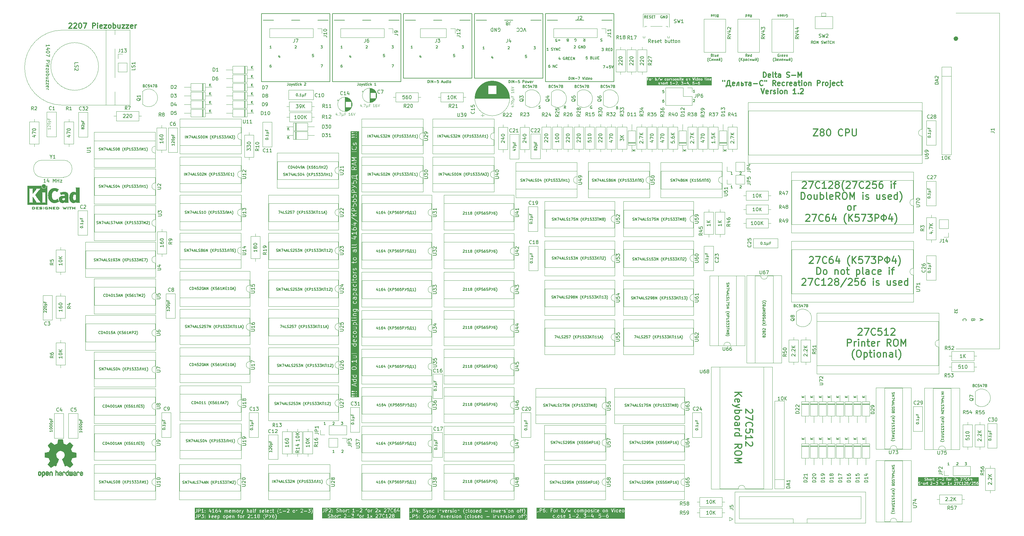
<source format=gbr>
%TF.GenerationSoftware,KiCad,Pcbnew,7.0.11*%
%TF.CreationDate,2024-04-05T00:58:14+03:00*%
%TF.ProjectId,delta48m,64656c74-6134-4386-9d2e-6b696361645f,1*%
%TF.SameCoordinates,Original*%
%TF.FileFunction,Legend,Top*%
%TF.FilePolarity,Positive*%
%FSLAX46Y46*%
G04 Gerber Fmt 4.6, Leading zero omitted, Abs format (unit mm)*
G04 Created by KiCad (PCBNEW 7.0.11) date 2024-04-05 00:58:14*
%MOMM*%
%LPD*%
G01*
G04 APERTURE LIST*
%ADD10C,0.150000*%
%ADD11C,0.300000*%
%ADD12C,0.200000*%
%ADD13C,0.187500*%
%ADD14C,0.100000*%
%ADD15C,0.120000*%
%ADD16C,0.010000*%
%ADD17C,0.668276*%
G04 APERTURE END LIST*
D10*
X196651571Y-83689164D02*
X196294428Y-83689164D01*
X196294428Y-83689164D02*
X196258714Y-84046307D01*
X196258714Y-84046307D02*
X196294428Y-84010592D01*
X196294428Y-84010592D02*
X196365857Y-83974878D01*
X196365857Y-83974878D02*
X196544428Y-83974878D01*
X196544428Y-83974878D02*
X196615857Y-84010592D01*
X196615857Y-84010592D02*
X196651571Y-84046307D01*
X196651571Y-84046307D02*
X196687285Y-84117735D01*
X196687285Y-84117735D02*
X196687285Y-84296307D01*
X196687285Y-84296307D02*
X196651571Y-84367735D01*
X196651571Y-84367735D02*
X196615857Y-84403450D01*
X196615857Y-84403450D02*
X196544428Y-84439164D01*
X196544428Y-84439164D02*
X196365857Y-84439164D01*
X196365857Y-84439164D02*
X196294428Y-84403450D01*
X196294428Y-84403450D02*
X196258714Y-84367735D01*
X145307857Y-84193164D02*
X145307857Y-84693164D01*
X145129285Y-83907450D02*
X144950714Y-84443164D01*
X144950714Y-84443164D02*
X145414999Y-84443164D01*
X216017999Y-120979450D02*
X216125142Y-121015164D01*
X216125142Y-121015164D02*
X216303713Y-121015164D01*
X216303713Y-121015164D02*
X216375142Y-120979450D01*
X216375142Y-120979450D02*
X216410856Y-120943735D01*
X216410856Y-120943735D02*
X216446570Y-120872307D01*
X216446570Y-120872307D02*
X216446570Y-120800878D01*
X216446570Y-120800878D02*
X216410856Y-120729450D01*
X216410856Y-120729450D02*
X216375142Y-120693735D01*
X216375142Y-120693735D02*
X216303713Y-120658021D01*
X216303713Y-120658021D02*
X216160856Y-120622307D01*
X216160856Y-120622307D02*
X216089427Y-120586592D01*
X216089427Y-120586592D02*
X216053713Y-120550878D01*
X216053713Y-120550878D02*
X216017999Y-120479450D01*
X216017999Y-120479450D02*
X216017999Y-120408021D01*
X216017999Y-120408021D02*
X216053713Y-120336592D01*
X216053713Y-120336592D02*
X216089427Y-120300878D01*
X216089427Y-120300878D02*
X216160856Y-120265164D01*
X216160856Y-120265164D02*
X216339427Y-120265164D01*
X216339427Y-120265164D02*
X216446570Y-120300878D01*
X216767999Y-121015164D02*
X216767999Y-120265164D01*
X216767999Y-120265164D02*
X217196570Y-121015164D01*
X217196570Y-121015164D02*
X217196570Y-120265164D01*
X217482284Y-120265164D02*
X217982284Y-120265164D01*
X217982284Y-120265164D02*
X217660856Y-121015164D01*
X218589428Y-120515164D02*
X218589428Y-121015164D01*
X218410856Y-120229450D02*
X218232285Y-120765164D01*
X218232285Y-120765164D02*
X218696570Y-120765164D01*
X218946571Y-120800878D02*
X219303714Y-120800878D01*
X218875142Y-121015164D02*
X219125142Y-120265164D01*
X219125142Y-120265164D02*
X219375142Y-121015164D01*
X219982285Y-121015164D02*
X219625142Y-121015164D01*
X219625142Y-121015164D02*
X219625142Y-120265164D01*
X220196571Y-120979450D02*
X220303714Y-121015164D01*
X220303714Y-121015164D02*
X220482285Y-121015164D01*
X220482285Y-121015164D02*
X220553714Y-120979450D01*
X220553714Y-120979450D02*
X220589428Y-120943735D01*
X220589428Y-120943735D02*
X220625142Y-120872307D01*
X220625142Y-120872307D02*
X220625142Y-120800878D01*
X220625142Y-120800878D02*
X220589428Y-120729450D01*
X220589428Y-120729450D02*
X220553714Y-120693735D01*
X220553714Y-120693735D02*
X220482285Y-120658021D01*
X220482285Y-120658021D02*
X220339428Y-120622307D01*
X220339428Y-120622307D02*
X220267999Y-120586592D01*
X220267999Y-120586592D02*
X220232285Y-120550878D01*
X220232285Y-120550878D02*
X220196571Y-120479450D01*
X220196571Y-120479450D02*
X220196571Y-120408021D01*
X220196571Y-120408021D02*
X220232285Y-120336592D01*
X220232285Y-120336592D02*
X220267999Y-120300878D01*
X220267999Y-120300878D02*
X220339428Y-120265164D01*
X220339428Y-120265164D02*
X220517999Y-120265164D01*
X220517999Y-120265164D02*
X220625142Y-120300878D01*
X221089428Y-120265164D02*
X221160857Y-120265164D01*
X221160857Y-120265164D02*
X221232285Y-120300878D01*
X221232285Y-120300878D02*
X221268000Y-120336592D01*
X221268000Y-120336592D02*
X221303714Y-120408021D01*
X221303714Y-120408021D02*
X221339428Y-120550878D01*
X221339428Y-120550878D02*
X221339428Y-120729450D01*
X221339428Y-120729450D02*
X221303714Y-120872307D01*
X221303714Y-120872307D02*
X221268000Y-120943735D01*
X221268000Y-120943735D02*
X221232285Y-120979450D01*
X221232285Y-120979450D02*
X221160857Y-121015164D01*
X221160857Y-121015164D02*
X221089428Y-121015164D01*
X221089428Y-121015164D02*
X221018000Y-120979450D01*
X221018000Y-120979450D02*
X220982285Y-120943735D01*
X220982285Y-120943735D02*
X220946571Y-120872307D01*
X220946571Y-120872307D02*
X220910857Y-120729450D01*
X220910857Y-120729450D02*
X220910857Y-120550878D01*
X220910857Y-120550878D02*
X220946571Y-120408021D01*
X220946571Y-120408021D02*
X220982285Y-120336592D01*
X220982285Y-120336592D02*
X221018000Y-120300878D01*
X221018000Y-120300878D02*
X221089428Y-120265164D01*
X221982286Y-120515164D02*
X221982286Y-121015164D01*
X221803714Y-120229450D02*
X221625143Y-120765164D01*
X221625143Y-120765164D02*
X222089428Y-120765164D01*
X223160858Y-121300878D02*
X223125143Y-121265164D01*
X223125143Y-121265164D02*
X223053715Y-121158021D01*
X223053715Y-121158021D02*
X223018001Y-121086592D01*
X223018001Y-121086592D02*
X222982286Y-120979450D01*
X222982286Y-120979450D02*
X222946572Y-120800878D01*
X222946572Y-120800878D02*
X222946572Y-120658021D01*
X222946572Y-120658021D02*
X222982286Y-120479450D01*
X222982286Y-120479450D02*
X223018001Y-120372307D01*
X223018001Y-120372307D02*
X223053715Y-120300878D01*
X223053715Y-120300878D02*
X223125143Y-120193735D01*
X223125143Y-120193735D02*
X223160858Y-120158021D01*
X223446572Y-121015164D02*
X223446572Y-120265164D01*
X223875143Y-121015164D02*
X223553715Y-120586592D01*
X223875143Y-120265164D02*
X223446572Y-120693735D01*
X224196572Y-121015164D02*
X224196572Y-120265164D01*
X224196572Y-120265164D02*
X224482286Y-120265164D01*
X224482286Y-120265164D02*
X224553715Y-120300878D01*
X224553715Y-120300878D02*
X224589429Y-120336592D01*
X224589429Y-120336592D02*
X224625143Y-120408021D01*
X224625143Y-120408021D02*
X224625143Y-120515164D01*
X224625143Y-120515164D02*
X224589429Y-120586592D01*
X224589429Y-120586592D02*
X224553715Y-120622307D01*
X224553715Y-120622307D02*
X224482286Y-120658021D01*
X224482286Y-120658021D02*
X224196572Y-120658021D01*
X225339429Y-121015164D02*
X224910858Y-121015164D01*
X225125143Y-121015164D02*
X225125143Y-120265164D01*
X225125143Y-120265164D02*
X225053715Y-120372307D01*
X225053715Y-120372307D02*
X224982286Y-120443735D01*
X224982286Y-120443735D02*
X224910858Y-120479450D01*
X226018001Y-120265164D02*
X225660858Y-120265164D01*
X225660858Y-120265164D02*
X225625144Y-120622307D01*
X225625144Y-120622307D02*
X225660858Y-120586592D01*
X225660858Y-120586592D02*
X225732287Y-120550878D01*
X225732287Y-120550878D02*
X225910858Y-120550878D01*
X225910858Y-120550878D02*
X225982287Y-120586592D01*
X225982287Y-120586592D02*
X226018001Y-120622307D01*
X226018001Y-120622307D02*
X226053715Y-120693735D01*
X226053715Y-120693735D02*
X226053715Y-120872307D01*
X226053715Y-120872307D02*
X226018001Y-120943735D01*
X226018001Y-120943735D02*
X225982287Y-120979450D01*
X225982287Y-120979450D02*
X225910858Y-121015164D01*
X225910858Y-121015164D02*
X225732287Y-121015164D01*
X225732287Y-121015164D02*
X225660858Y-120979450D01*
X225660858Y-120979450D02*
X225625144Y-120943735D01*
X226303715Y-120265164D02*
X226768001Y-120265164D01*
X226768001Y-120265164D02*
X226518001Y-120550878D01*
X226518001Y-120550878D02*
X226625144Y-120550878D01*
X226625144Y-120550878D02*
X226696573Y-120586592D01*
X226696573Y-120586592D02*
X226732287Y-120622307D01*
X226732287Y-120622307D02*
X226768001Y-120693735D01*
X226768001Y-120693735D02*
X226768001Y-120872307D01*
X226768001Y-120872307D02*
X226732287Y-120943735D01*
X226732287Y-120943735D02*
X226696573Y-120979450D01*
X226696573Y-120979450D02*
X226625144Y-121015164D01*
X226625144Y-121015164D02*
X226410858Y-121015164D01*
X226410858Y-121015164D02*
X226339430Y-120979450D01*
X226339430Y-120979450D02*
X226303715Y-120943735D01*
X227018001Y-120265164D02*
X227482287Y-120265164D01*
X227482287Y-120265164D02*
X227232287Y-120550878D01*
X227232287Y-120550878D02*
X227339430Y-120550878D01*
X227339430Y-120550878D02*
X227410859Y-120586592D01*
X227410859Y-120586592D02*
X227446573Y-120622307D01*
X227446573Y-120622307D02*
X227482287Y-120693735D01*
X227482287Y-120693735D02*
X227482287Y-120872307D01*
X227482287Y-120872307D02*
X227446573Y-120943735D01*
X227446573Y-120943735D02*
X227410859Y-120979450D01*
X227410859Y-120979450D02*
X227339430Y-121015164D01*
X227339430Y-121015164D02*
X227125144Y-121015164D01*
X227125144Y-121015164D02*
X227053716Y-120979450D01*
X227053716Y-120979450D02*
X227018001Y-120943735D01*
X228232287Y-121015164D02*
X228232287Y-120265164D01*
X228232287Y-120265164D02*
X228125145Y-120265164D01*
X228125145Y-120265164D02*
X228018002Y-120300878D01*
X228018002Y-120300878D02*
X227946573Y-120372307D01*
X227946573Y-120372307D02*
X227910859Y-120479450D01*
X227910859Y-120479450D02*
X227839430Y-120908021D01*
X227839430Y-120908021D02*
X227803716Y-120979450D01*
X227803716Y-120979450D02*
X227732287Y-121015164D01*
X227732287Y-121015164D02*
X227696573Y-121015164D01*
X228589430Y-121015164D02*
X228589430Y-120265164D01*
X228589430Y-120622307D02*
X229018001Y-120622307D01*
X229018001Y-121015164D02*
X229018001Y-120265164D01*
X229768001Y-121015164D02*
X229339430Y-121015164D01*
X229553715Y-121015164D02*
X229553715Y-120265164D01*
X229553715Y-120265164D02*
X229482287Y-120372307D01*
X229482287Y-120372307D02*
X229410858Y-120443735D01*
X229410858Y-120443735D02*
X229339430Y-120479450D01*
X230018001Y-121300878D02*
X230053716Y-121265164D01*
X230053716Y-121265164D02*
X230125144Y-121158021D01*
X230125144Y-121158021D02*
X230160859Y-121086592D01*
X230160859Y-121086592D02*
X230196573Y-120979450D01*
X230196573Y-120979450D02*
X230232287Y-120800878D01*
X230232287Y-120800878D02*
X230232287Y-120658021D01*
X230232287Y-120658021D02*
X230196573Y-120479450D01*
X230196573Y-120479450D02*
X230160859Y-120372307D01*
X230160859Y-120372307D02*
X230125144Y-120300878D01*
X230125144Y-120300878D02*
X230053716Y-120193735D01*
X230053716Y-120193735D02*
X230018001Y-120158021D01*
G36*
X334387714Y-209540267D02*
G01*
X334406217Y-209558769D01*
X334428570Y-209603475D01*
X334428570Y-209782352D01*
X334406217Y-209827058D01*
X334387714Y-209845561D01*
X334343008Y-209867914D01*
X334271275Y-209867914D01*
X334226568Y-209845561D01*
X334208066Y-209827058D01*
X334185713Y-209782352D01*
X334185713Y-209603475D01*
X334208065Y-209558769D01*
X334226567Y-209540267D01*
X334271275Y-209517914D01*
X334343008Y-209517914D01*
X334387714Y-209540267D01*
G37*
G36*
X339887714Y-209540267D02*
G01*
X339906217Y-209558769D01*
X339928570Y-209603475D01*
X339928570Y-209782352D01*
X339906217Y-209827058D01*
X339887714Y-209845561D01*
X339843008Y-209867914D01*
X339771275Y-209867914D01*
X339726568Y-209845561D01*
X339708066Y-209827058D01*
X339685713Y-209782352D01*
X339685713Y-209603475D01*
X339708065Y-209558769D01*
X339726567Y-209540267D01*
X339771275Y-209517914D01*
X339843008Y-209517914D01*
X339887714Y-209540267D01*
G37*
G36*
X347137717Y-209611696D02*
G01*
X347156218Y-209630197D01*
X347178572Y-209674904D01*
X347178572Y-209782352D01*
X347156218Y-209827058D01*
X347137715Y-209845561D01*
X347093010Y-209867914D01*
X346985563Y-209867914D01*
X346940856Y-209845561D01*
X346922354Y-209827058D01*
X346900001Y-209782352D01*
X346900001Y-209674904D01*
X346922353Y-209630198D01*
X346940856Y-209611695D01*
X346985563Y-209589342D01*
X347093010Y-209589342D01*
X347137717Y-209611696D01*
G37*
G36*
X347137716Y-209290266D02*
G01*
X347156218Y-209308768D01*
X347178572Y-209353475D01*
X347178572Y-209353780D01*
X347156218Y-209398487D01*
X347137716Y-209416989D01*
X347093010Y-209439342D01*
X346985563Y-209439342D01*
X346940855Y-209416988D01*
X346922353Y-209398486D01*
X346900001Y-209353780D01*
X346900001Y-209353475D01*
X346922353Y-209308769D01*
X346940855Y-209290267D01*
X346985563Y-209267914D01*
X347093010Y-209267914D01*
X347137716Y-209290266D01*
G37*
G36*
X350066287Y-209575980D02*
G01*
X350084790Y-209594483D01*
X350107144Y-209639190D01*
X350107144Y-209782352D01*
X350084790Y-209827058D01*
X350066287Y-209845561D01*
X350021582Y-209867914D01*
X349914135Y-209867914D01*
X349869428Y-209845561D01*
X349850926Y-209827058D01*
X349828573Y-209782352D01*
X349828573Y-209639190D01*
X349850926Y-209594483D01*
X349869428Y-209575980D01*
X349914135Y-209553628D01*
X350021582Y-209553628D01*
X350066287Y-209575980D01*
G37*
G36*
X336209143Y-208332767D02*
G01*
X336227646Y-208351269D01*
X336249999Y-208395975D01*
X336249999Y-208574852D01*
X336227646Y-208619558D01*
X336209143Y-208638061D01*
X336164437Y-208660414D01*
X336092704Y-208660414D01*
X336047997Y-208638061D01*
X336029495Y-208619558D01*
X336007142Y-208574852D01*
X336007142Y-208395975D01*
X336029494Y-208351269D01*
X336047996Y-208332767D01*
X336092704Y-208310414D01*
X336164437Y-208310414D01*
X336209143Y-208332767D01*
G37*
G36*
X341709143Y-208332767D02*
G01*
X341727646Y-208351269D01*
X341749999Y-208395975D01*
X341749999Y-208574852D01*
X341727646Y-208619558D01*
X341709143Y-208638061D01*
X341664437Y-208660414D01*
X341592704Y-208660414D01*
X341547997Y-208638061D01*
X341529495Y-208619558D01*
X341507142Y-208574852D01*
X341507142Y-208395975D01*
X341529494Y-208351269D01*
X341547996Y-208332767D01*
X341592704Y-208310414D01*
X341664437Y-208310414D01*
X341709143Y-208332767D01*
G37*
G36*
X347530572Y-208368480D02*
G01*
X347549075Y-208386983D01*
X347571429Y-208431690D01*
X347571429Y-208574852D01*
X347549075Y-208619558D01*
X347530572Y-208638061D01*
X347485867Y-208660414D01*
X347378420Y-208660414D01*
X347333713Y-208638061D01*
X347315211Y-208619558D01*
X347292858Y-208574852D01*
X347292858Y-208431690D01*
X347315211Y-208386983D01*
X347333713Y-208368480D01*
X347378420Y-208346128D01*
X347485867Y-208346128D01*
X347530572Y-208368480D01*
G37*
G36*
X350364287Y-210303473D02*
G01*
X332535713Y-210303473D01*
X332535713Y-210129728D01*
X347393313Y-210129728D01*
X347416051Y-210175717D01*
X347463031Y-210196330D01*
X347512269Y-210181922D01*
X347530262Y-210163088D01*
X347681402Y-209936378D01*
X348214572Y-209936378D01*
X348220413Y-209958180D01*
X348224334Y-209980414D01*
X348226961Y-209982618D01*
X348227849Y-209985932D01*
X348246340Y-209998880D01*
X348263634Y-210013391D01*
X348268218Y-210014199D01*
X348269875Y-210015359D01*
X348273163Y-210015071D01*
X348289286Y-210017914D01*
X348753572Y-210017914D01*
X348801781Y-210000367D01*
X348827433Y-209955938D01*
X348818524Y-209905414D01*
X348779224Y-209872437D01*
X348753572Y-209867914D01*
X348470352Y-209867914D01*
X348770891Y-209567375D01*
X348772786Y-209563310D01*
X348776606Y-209560964D01*
X348786051Y-209543522D01*
X348964573Y-209543522D01*
X348971095Y-209567863D01*
X348977322Y-209592310D01*
X348977722Y-209592598D01*
X348977851Y-209593076D01*
X348998474Y-209607516D01*
X349018978Y-209622256D01*
X349019472Y-209622218D01*
X349019877Y-209622502D01*
X349044986Y-209620304D01*
X349070138Y-209618418D01*
X349070491Y-209618073D01*
X349070984Y-209618030D01*
X349092321Y-209603089D01*
X349119428Y-209575980D01*
X349164135Y-209553628D01*
X349307296Y-209553628D01*
X349352001Y-209575980D01*
X349370504Y-209594483D01*
X349392858Y-209639190D01*
X349392858Y-209782352D01*
X349370504Y-209827058D01*
X349352001Y-209845561D01*
X349307296Y-209867914D01*
X349164135Y-209867914D01*
X349119428Y-209845561D01*
X349092321Y-209818453D01*
X349045825Y-209796771D01*
X348996270Y-209810047D01*
X348966843Y-209852072D01*
X348971313Y-209903180D01*
X348986253Y-209924517D01*
X349021967Y-209960232D01*
X349023448Y-209960922D01*
X349041460Y-209974282D01*
X349112890Y-210009996D01*
X349117342Y-210010508D01*
X349120778Y-210013391D01*
X349146430Y-210017914D01*
X349325001Y-210017914D01*
X349329213Y-210016380D01*
X349333575Y-210017423D01*
X349358542Y-210009996D01*
X349429971Y-209974282D01*
X349431095Y-209973094D01*
X349449464Y-209960232D01*
X349485178Y-209924517D01*
X349485869Y-209923034D01*
X349499226Y-209905026D01*
X349534940Y-209833598D01*
X349535452Y-209829144D01*
X349538335Y-209825709D01*
X349542858Y-209800057D01*
X349678573Y-209800057D01*
X349680106Y-209804270D01*
X349679065Y-209808631D01*
X349686491Y-209833598D01*
X349722205Y-209905026D01*
X349723393Y-209906151D01*
X349736253Y-209924517D01*
X349771967Y-209960232D01*
X349773448Y-209960922D01*
X349791460Y-209974282D01*
X349862890Y-210009996D01*
X349867342Y-210010508D01*
X349870778Y-210013391D01*
X349896430Y-210017914D01*
X350039287Y-210017914D01*
X350043499Y-210016380D01*
X350047861Y-210017423D01*
X350072828Y-210009996D01*
X350144257Y-209974282D01*
X350145381Y-209973094D01*
X350163750Y-209960232D01*
X350199464Y-209924517D01*
X350200155Y-209923034D01*
X350213512Y-209905026D01*
X350249226Y-209833598D01*
X350249738Y-209829144D01*
X350252621Y-209825709D01*
X350257144Y-209800057D01*
X350257144Y-209621485D01*
X350255610Y-209617271D01*
X350256652Y-209612911D01*
X350249226Y-209587944D01*
X350213512Y-209516516D01*
X350212323Y-209515390D01*
X350199464Y-209497025D01*
X350163750Y-209461310D01*
X350162268Y-209460619D01*
X350144257Y-209447260D01*
X350072828Y-209411546D01*
X350068374Y-209411033D01*
X350064939Y-209408151D01*
X350039287Y-209403628D01*
X349896430Y-209403628D01*
X349892217Y-209405161D01*
X349887856Y-209404119D01*
X349862890Y-209411546D01*
X349855678Y-209415151D01*
X349858897Y-209402279D01*
X349919001Y-209312122D01*
X349940857Y-209290267D01*
X349985563Y-209267914D01*
X350110716Y-209267914D01*
X350158925Y-209250367D01*
X350184577Y-209205938D01*
X350175668Y-209155414D01*
X350136368Y-209122437D01*
X350110716Y-209117914D01*
X349967858Y-209117914D01*
X349963644Y-209119447D01*
X349959284Y-209118406D01*
X349934317Y-209125832D01*
X349862889Y-209161546D01*
X349861763Y-209162735D01*
X349843397Y-209175595D01*
X349807683Y-209211309D01*
X349806206Y-209214475D01*
X349798312Y-209222739D01*
X349726883Y-209329882D01*
X349726780Y-209330301D01*
X349716526Y-209353295D01*
X349680812Y-209496152D01*
X349681172Y-209499600D01*
X349678573Y-209514342D01*
X349678573Y-209800057D01*
X349542858Y-209800057D01*
X349542858Y-209621485D01*
X349541324Y-209617271D01*
X349542366Y-209612911D01*
X349534940Y-209587944D01*
X349499226Y-209516516D01*
X349498037Y-209515390D01*
X349485178Y-209497025D01*
X349449464Y-209461310D01*
X349447982Y-209460619D01*
X349429971Y-209447260D01*
X349358542Y-209411546D01*
X349354088Y-209411033D01*
X349350653Y-209408151D01*
X349325001Y-209403628D01*
X349146430Y-209403628D01*
X349142217Y-209405161D01*
X349137856Y-209404119D01*
X349128991Y-209406756D01*
X349142875Y-209267914D01*
X349432144Y-209267914D01*
X349480353Y-209250367D01*
X349506005Y-209205938D01*
X349497096Y-209155414D01*
X349457796Y-209122437D01*
X349432144Y-209117914D01*
X349075001Y-209117914D01*
X349060033Y-209123361D01*
X349044150Y-209124553D01*
X349036643Y-209131875D01*
X349026792Y-209135461D01*
X349018828Y-209149254D01*
X349007426Y-209160377D01*
X349002695Y-209177196D01*
X349001140Y-209179890D01*
X349001447Y-209181632D01*
X349000373Y-209185452D01*
X348964659Y-209542594D01*
X348964781Y-209543074D01*
X348964573Y-209543522D01*
X348786051Y-209543522D01*
X348789009Y-209538059D01*
X348824723Y-209430917D01*
X348824678Y-209429282D01*
X348828572Y-209407200D01*
X348828572Y-209335771D01*
X348827038Y-209331558D01*
X348828081Y-209327197D01*
X348820654Y-209302231D01*
X348784940Y-209230801D01*
X348783750Y-209229675D01*
X348770891Y-209211309D01*
X348735177Y-209175595D01*
X348733695Y-209174904D01*
X348715685Y-209161546D01*
X348644256Y-209125832D01*
X348639802Y-209125319D01*
X348636367Y-209122437D01*
X348610715Y-209117914D01*
X348432144Y-209117914D01*
X348427931Y-209119447D01*
X348423570Y-209118405D01*
X348398604Y-209125832D01*
X348327174Y-209161546D01*
X348326048Y-209162735D01*
X348307682Y-209175595D01*
X348271968Y-209211309D01*
X348250287Y-209257806D01*
X348263564Y-209307360D01*
X348305590Y-209336787D01*
X348356697Y-209332315D01*
X348378034Y-209317375D01*
X348405141Y-209290267D01*
X348449849Y-209267914D01*
X348593010Y-209267914D01*
X348637716Y-209290266D01*
X348656218Y-209308768D01*
X348678572Y-209353475D01*
X348678572Y-209395030D01*
X348652306Y-209473828D01*
X348236253Y-209889881D01*
X348226715Y-209910334D01*
X348215425Y-209929890D01*
X348216021Y-209933270D01*
X348214572Y-209936378D01*
X347681402Y-209936378D01*
X348173119Y-209198802D01*
X348185261Y-209148956D01*
X348162523Y-209102968D01*
X348115542Y-209082355D01*
X348066304Y-209096762D01*
X348048312Y-209115597D01*
X347405454Y-210079882D01*
X347393313Y-210129728D01*
X332535713Y-210129728D01*
X332535713Y-209407200D01*
X332642856Y-209407200D01*
X332644389Y-209411413D01*
X332643348Y-209415774D01*
X332650774Y-209440741D01*
X332686488Y-209512169D01*
X332687677Y-209513294D01*
X332700537Y-209531661D01*
X332736251Y-209567375D01*
X332737736Y-209568067D01*
X332755743Y-209581424D01*
X332827171Y-209617139D01*
X332830700Y-209617545D01*
X332842523Y-209622818D01*
X332977394Y-209656535D01*
X333030570Y-209683123D01*
X333049073Y-209701626D01*
X333071427Y-209746333D01*
X333071427Y-209782352D01*
X333049073Y-209827058D01*
X333030570Y-209845561D01*
X332985865Y-209867914D01*
X332837169Y-209867914D01*
X332741573Y-209836049D01*
X332690289Y-209837450D01*
X332651904Y-209871488D01*
X332644379Y-209922236D01*
X332671234Y-209965949D01*
X332694139Y-209978351D01*
X332801283Y-210014065D01*
X332802916Y-210014020D01*
X332824999Y-210017914D01*
X333003570Y-210017914D01*
X333007782Y-210016380D01*
X333012144Y-210017423D01*
X333037111Y-210009996D01*
X333108540Y-209974282D01*
X333109664Y-209973094D01*
X333128033Y-209960232D01*
X333145351Y-209942914D01*
X333392856Y-209942914D01*
X333410403Y-209991123D01*
X333454832Y-210016775D01*
X333505356Y-210007866D01*
X333538333Y-209968566D01*
X333542856Y-209942914D01*
X333542856Y-209545408D01*
X333547996Y-209540267D01*
X333592704Y-209517914D01*
X333664437Y-209517914D01*
X333697668Y-209534529D01*
X333714285Y-209567762D01*
X333714285Y-209942914D01*
X333731832Y-209991123D01*
X333776261Y-210016775D01*
X333826785Y-210007866D01*
X333859762Y-209968566D01*
X333864285Y-209942914D01*
X333864285Y-209800057D01*
X334035713Y-209800057D01*
X334037246Y-209804270D01*
X334036205Y-209808631D01*
X334043631Y-209833598D01*
X334079345Y-209905026D01*
X334080533Y-209906151D01*
X334093393Y-209924517D01*
X334129107Y-209960232D01*
X334130588Y-209960922D01*
X334148600Y-209974282D01*
X334220030Y-210009996D01*
X334224482Y-210010508D01*
X334227918Y-210013391D01*
X334253570Y-210017914D01*
X334360713Y-210017914D01*
X334364926Y-210016380D01*
X334369287Y-210017422D01*
X334394254Y-210009996D01*
X334465682Y-209974282D01*
X334466807Y-209973092D01*
X334485174Y-209960233D01*
X334502493Y-209942914D01*
X334749998Y-209942914D01*
X334767545Y-209991123D01*
X334811974Y-210016775D01*
X334862498Y-210007866D01*
X334895475Y-209968566D01*
X334899998Y-209942914D01*
X334899998Y-209603475D01*
X334922350Y-209558770D01*
X334940853Y-209540267D01*
X334985560Y-209517914D01*
X335039284Y-209517914D01*
X335087493Y-209500367D01*
X335112936Y-209456298D01*
X335117189Y-209480414D01*
X335156489Y-209513391D01*
X335182141Y-209517914D01*
X335214284Y-209517914D01*
X335214284Y-209835771D01*
X335215817Y-209839983D01*
X335214775Y-209844345D01*
X335222202Y-209869312D01*
X335257916Y-209940741D01*
X335266069Y-209948460D01*
X335270536Y-209958765D01*
X335291457Y-209974282D01*
X335362887Y-210009996D01*
X335367339Y-210010508D01*
X335370775Y-210013391D01*
X335396427Y-210017914D01*
X335467855Y-210017914D01*
X335516064Y-210000367D01*
X335541716Y-209955938D01*
X335538267Y-209936378D01*
X336143141Y-209936378D01*
X336148982Y-209958180D01*
X336152903Y-209980414D01*
X336155530Y-209982618D01*
X336156418Y-209985932D01*
X336174909Y-209998880D01*
X336192203Y-210013391D01*
X336196787Y-210014199D01*
X336198444Y-210015359D01*
X336201732Y-210015071D01*
X336217855Y-210017914D01*
X336682141Y-210017914D01*
X336730350Y-210000367D01*
X336756002Y-209955938D01*
X336747093Y-209905414D01*
X336707793Y-209872437D01*
X336682141Y-209867914D01*
X336398921Y-209867914D01*
X336622659Y-209644176D01*
X336929709Y-209644176D01*
X336938618Y-209694700D01*
X336977918Y-209727677D01*
X337003570Y-209732200D01*
X337574999Y-209732200D01*
X337623208Y-209714653D01*
X337648860Y-209670224D01*
X337639951Y-209619700D01*
X337600651Y-209586723D01*
X337574999Y-209582200D01*
X337003570Y-209582200D01*
X336955361Y-209599747D01*
X336929709Y-209644176D01*
X336622659Y-209644176D01*
X336699460Y-209567375D01*
X336701355Y-209563310D01*
X336705175Y-209560964D01*
X336717578Y-209538059D01*
X336753292Y-209430917D01*
X336753247Y-209429282D01*
X336757141Y-209407200D01*
X336757141Y-209335771D01*
X336755607Y-209331558D01*
X336756650Y-209327197D01*
X336749223Y-209302231D01*
X336713509Y-209230801D01*
X336712319Y-209229675D01*
X336699460Y-209211309D01*
X336668041Y-209179890D01*
X337786851Y-209179890D01*
X337795760Y-209230414D01*
X337835060Y-209263391D01*
X337860712Y-209267914D01*
X338159715Y-209267914D01*
X338018555Y-209429240D01*
X338011248Y-209448091D01*
X338001137Y-209465604D01*
X338002176Y-209471497D01*
X338000014Y-209477076D01*
X338006534Y-209496215D01*
X338010046Y-209516128D01*
X338014629Y-209519973D01*
X338016559Y-209525638D01*
X338033857Y-209536108D01*
X338049346Y-209549105D01*
X338057789Y-209550593D01*
X338060448Y-209552203D01*
X338063889Y-209551669D01*
X338074998Y-209553628D01*
X338164436Y-209553628D01*
X338209141Y-209575980D01*
X338227644Y-209594483D01*
X338249998Y-209639190D01*
X338249998Y-209782352D01*
X338227644Y-209827058D01*
X338209141Y-209845561D01*
X338164436Y-209867914D01*
X337985560Y-209867914D01*
X337940854Y-209845561D01*
X337913745Y-209818452D01*
X337867248Y-209796771D01*
X337817694Y-209810048D01*
X337788267Y-209852074D01*
X337792739Y-209903181D01*
X337807679Y-209924518D01*
X337843394Y-209960233D01*
X337844875Y-209960924D01*
X337862886Y-209974282D01*
X337934314Y-210009996D01*
X337938767Y-210010508D01*
X337942203Y-210013391D01*
X337967855Y-210017914D01*
X338182141Y-210017914D01*
X338186353Y-210016380D01*
X338190715Y-210017423D01*
X338215682Y-210009996D01*
X338287111Y-209974282D01*
X338288235Y-209973094D01*
X338306604Y-209960232D01*
X338342318Y-209924517D01*
X338343009Y-209923034D01*
X338356366Y-209905026D01*
X338392080Y-209833598D01*
X338392592Y-209829144D01*
X338395475Y-209825709D01*
X338399998Y-209800057D01*
X338399998Y-209621485D01*
X338398464Y-209617271D01*
X338399506Y-209612911D01*
X338392080Y-209587944D01*
X338356366Y-209516516D01*
X338355177Y-209515390D01*
X338342318Y-209497025D01*
X338306604Y-209461310D01*
X338305122Y-209460619D01*
X338287111Y-209447260D01*
X338252370Y-209429890D01*
X339036852Y-209429890D01*
X339045761Y-209480414D01*
X339085061Y-209513391D01*
X339110713Y-209517914D01*
X339142856Y-209517914D01*
X339142856Y-209942914D01*
X339160403Y-209991123D01*
X339204832Y-210016775D01*
X339255356Y-210007866D01*
X339288333Y-209968566D01*
X339292856Y-209942914D01*
X339292856Y-209800057D01*
X339535713Y-209800057D01*
X339537246Y-209804270D01*
X339536205Y-209808631D01*
X339543631Y-209833598D01*
X339579345Y-209905026D01*
X339580533Y-209906151D01*
X339593393Y-209924517D01*
X339629107Y-209960232D01*
X339630588Y-209960922D01*
X339648600Y-209974282D01*
X339720030Y-210009996D01*
X339724482Y-210010508D01*
X339727918Y-210013391D01*
X339753570Y-210017914D01*
X339860713Y-210017914D01*
X339864926Y-210016380D01*
X339869287Y-210017422D01*
X339894254Y-210009996D01*
X339965682Y-209974282D01*
X339966807Y-209973092D01*
X339985174Y-209960233D01*
X340002493Y-209942914D01*
X340249998Y-209942914D01*
X340267545Y-209991123D01*
X340311974Y-210016775D01*
X340362498Y-210007866D01*
X340395475Y-209968566D01*
X340399998Y-209942914D01*
X340399998Y-209929890D01*
X341251138Y-209929890D01*
X341260047Y-209980414D01*
X341299347Y-210013391D01*
X341324999Y-210017914D01*
X341753570Y-210017914D01*
X341801779Y-210000367D01*
X341827431Y-209955938D01*
X341825560Y-209945326D01*
X341928609Y-209945326D01*
X341947696Y-209992946D01*
X341992928Y-210017155D01*
X342043139Y-210006627D01*
X342062544Y-209989251D01*
X342199999Y-209814308D01*
X342337454Y-209989250D01*
X342381036Y-210016317D01*
X342431820Y-210009038D01*
X342466044Y-209970818D01*
X342467152Y-209936378D01*
X343107428Y-209936378D01*
X343113269Y-209958180D01*
X343117190Y-209980414D01*
X343119817Y-209982618D01*
X343120705Y-209985932D01*
X343139196Y-209998880D01*
X343156490Y-210013391D01*
X343161074Y-210014199D01*
X343162731Y-210015359D01*
X343166019Y-210015071D01*
X343182142Y-210017914D01*
X343646428Y-210017914D01*
X343694637Y-210000367D01*
X343720289Y-209955938D01*
X343711380Y-209905414D01*
X343672080Y-209872437D01*
X343646428Y-209867914D01*
X343363208Y-209867914D01*
X343663747Y-209567375D01*
X343665642Y-209563310D01*
X343669462Y-209560964D01*
X343681865Y-209538059D01*
X343717579Y-209430917D01*
X343717534Y-209429282D01*
X343721428Y-209407200D01*
X343721428Y-209335771D01*
X343719894Y-209331558D01*
X343720937Y-209327197D01*
X343713510Y-209302231D01*
X343677796Y-209230801D01*
X343676606Y-209229675D01*
X343663747Y-209211309D01*
X343632328Y-209179890D01*
X343822567Y-209179890D01*
X343831476Y-209230414D01*
X343870776Y-209263391D01*
X343896428Y-209267914D01*
X344282688Y-209267914D01*
X344006064Y-209913370D01*
X344003202Y-209964593D01*
X344033934Y-210005673D01*
X344083882Y-210017386D01*
X344129674Y-209994254D01*
X344143936Y-209972458D01*
X344294353Y-209621485D01*
X344571429Y-209621485D01*
X344572614Y-209624742D01*
X344573668Y-209639675D01*
X344609382Y-209782532D01*
X344611370Y-209785475D01*
X344615061Y-209797883D01*
X344650775Y-209869312D01*
X344651964Y-209870437D01*
X344664824Y-209888804D01*
X344736253Y-209960233D01*
X344740316Y-209962127D01*
X344742664Y-209965949D01*
X344765569Y-209978351D01*
X344872713Y-210014065D01*
X344874346Y-210014020D01*
X344896429Y-210017914D01*
X344967857Y-210017914D01*
X344969395Y-210017353D01*
X344991574Y-210014065D01*
X345098717Y-209978351D01*
X345102229Y-209975563D01*
X345106697Y-209975173D01*
X345128034Y-209960232D01*
X345158375Y-209929890D01*
X345322568Y-209929890D01*
X345331477Y-209980414D01*
X345370777Y-210013391D01*
X345396429Y-210017914D01*
X345825000Y-210017914D01*
X345873209Y-210000367D01*
X345898861Y-209955938D01*
X345895412Y-209936378D01*
X346000286Y-209936378D01*
X346006127Y-209958180D01*
X346010048Y-209980414D01*
X346012675Y-209982618D01*
X346013563Y-209985932D01*
X346032054Y-209998880D01*
X346049348Y-210013391D01*
X346053932Y-210014199D01*
X346055589Y-210015359D01*
X346058877Y-210015071D01*
X346075000Y-210017914D01*
X346539286Y-210017914D01*
X346587495Y-210000367D01*
X346613147Y-209955938D01*
X346604238Y-209905414D01*
X346564938Y-209872437D01*
X346539286Y-209867914D01*
X346256066Y-209867914D01*
X346323923Y-209800057D01*
X346750001Y-209800057D01*
X346751534Y-209804270D01*
X346750493Y-209808631D01*
X346757919Y-209833598D01*
X346793633Y-209905026D01*
X346794821Y-209906151D01*
X346807681Y-209924517D01*
X346843395Y-209960232D01*
X346844876Y-209960922D01*
X346862888Y-209974282D01*
X346934318Y-210009996D01*
X346938770Y-210010508D01*
X346942206Y-210013391D01*
X346967858Y-210017914D01*
X347110715Y-210017914D01*
X347114927Y-210016380D01*
X347119289Y-210017423D01*
X347144256Y-210009996D01*
X347215685Y-209974282D01*
X347216809Y-209973094D01*
X347235178Y-209960232D01*
X347270892Y-209924517D01*
X347271583Y-209923034D01*
X347284940Y-209905026D01*
X347320654Y-209833598D01*
X347321166Y-209829144D01*
X347324049Y-209825709D01*
X347328572Y-209800057D01*
X347328572Y-209657200D01*
X347327038Y-209652987D01*
X347328081Y-209648626D01*
X347320654Y-209623660D01*
X347284940Y-209552230D01*
X347283750Y-209551104D01*
X347270891Y-209532738D01*
X347252495Y-209514342D01*
X347270891Y-209495947D01*
X347271582Y-209494465D01*
X347284940Y-209476455D01*
X347320654Y-209405025D01*
X347321166Y-209400572D01*
X347324049Y-209397137D01*
X347328572Y-209371485D01*
X347328572Y-209335771D01*
X347327038Y-209331558D01*
X347328081Y-209327197D01*
X347320654Y-209302231D01*
X347284940Y-209230801D01*
X347283750Y-209229675D01*
X347270891Y-209211309D01*
X347235177Y-209175595D01*
X347233695Y-209174904D01*
X347215685Y-209161546D01*
X347144256Y-209125832D01*
X347139802Y-209125319D01*
X347136367Y-209122437D01*
X347110715Y-209117914D01*
X346967858Y-209117914D01*
X346963645Y-209119447D01*
X346959284Y-209118405D01*
X346934318Y-209125832D01*
X346862888Y-209161546D01*
X346861762Y-209162735D01*
X346843396Y-209175595D01*
X346807682Y-209211309D01*
X346806991Y-209212790D01*
X346793633Y-209230801D01*
X346757919Y-209302230D01*
X346757406Y-209306683D01*
X346754524Y-209310119D01*
X346750001Y-209335771D01*
X346750001Y-209371485D01*
X346751534Y-209375697D01*
X346750492Y-209380059D01*
X346757919Y-209405026D01*
X346793633Y-209476455D01*
X346794822Y-209477580D01*
X346807682Y-209495947D01*
X346826077Y-209514342D01*
X346807682Y-209532738D01*
X346806991Y-209534219D01*
X346793633Y-209552230D01*
X346757919Y-209623659D01*
X346757406Y-209628112D01*
X346754524Y-209631548D01*
X346750001Y-209657200D01*
X346750001Y-209800057D01*
X346323923Y-209800057D01*
X346556605Y-209567375D01*
X346558500Y-209563310D01*
X346562320Y-209560964D01*
X346574723Y-209538059D01*
X346610437Y-209430917D01*
X346610392Y-209429282D01*
X346614286Y-209407200D01*
X346614286Y-209335771D01*
X346612752Y-209331558D01*
X346613795Y-209327197D01*
X346606368Y-209302231D01*
X346570654Y-209230801D01*
X346569464Y-209229675D01*
X346556605Y-209211309D01*
X346520891Y-209175595D01*
X346519409Y-209174904D01*
X346501399Y-209161546D01*
X346429970Y-209125832D01*
X346425516Y-209125319D01*
X346422081Y-209122437D01*
X346396429Y-209117914D01*
X346217858Y-209117914D01*
X346213645Y-209119447D01*
X346209284Y-209118405D01*
X346184318Y-209125832D01*
X346112888Y-209161546D01*
X346111762Y-209162735D01*
X346093396Y-209175595D01*
X346057682Y-209211309D01*
X346036001Y-209257806D01*
X346049278Y-209307360D01*
X346091304Y-209336787D01*
X346142411Y-209332315D01*
X346163748Y-209317375D01*
X346190855Y-209290267D01*
X346235563Y-209267914D01*
X346378724Y-209267914D01*
X346423430Y-209290266D01*
X346441932Y-209308768D01*
X346464286Y-209353475D01*
X346464286Y-209395030D01*
X346438020Y-209473828D01*
X346021967Y-209889881D01*
X346012429Y-209910334D01*
X346001139Y-209929890D01*
X346001735Y-209933270D01*
X346000286Y-209936378D01*
X345895412Y-209936378D01*
X345889952Y-209905414D01*
X345850652Y-209872437D01*
X345825000Y-209867914D01*
X345685714Y-209867914D01*
X345685714Y-209192914D01*
X345684238Y-209188860D01*
X345685259Y-209184671D01*
X345675612Y-209165160D01*
X345668167Y-209144705D01*
X345664432Y-209142548D01*
X345662521Y-209138683D01*
X345642594Y-209129940D01*
X345623738Y-209119053D01*
X345619488Y-209119802D01*
X345615540Y-209118070D01*
X345594652Y-209124181D01*
X345573214Y-209127962D01*
X345570441Y-209131265D01*
X345566302Y-209132477D01*
X345548310Y-209151312D01*
X345481002Y-209252274D01*
X345423429Y-209309846D01*
X345362887Y-209340118D01*
X345327615Y-209377373D01*
X345324541Y-209428583D01*
X345355105Y-209469789D01*
X345405004Y-209481708D01*
X345429971Y-209474282D01*
X345501398Y-209438567D01*
X345502521Y-209437380D01*
X345520890Y-209424518D01*
X345535714Y-209409694D01*
X345535714Y-209867914D01*
X345396429Y-209867914D01*
X345348220Y-209885461D01*
X345322568Y-209929890D01*
X345158375Y-209929890D01*
X345163748Y-209924517D01*
X345185428Y-209878020D01*
X345172150Y-209828466D01*
X345130125Y-209799040D01*
X345079017Y-209803512D01*
X345057680Y-209818453D01*
X345034485Y-209841648D01*
X344955687Y-209867914D01*
X344908599Y-209867914D01*
X344829799Y-209841647D01*
X344779495Y-209791343D01*
X344752907Y-209738166D01*
X344721429Y-209612251D01*
X344721429Y-209523575D01*
X344752907Y-209397660D01*
X344779496Y-209344484D01*
X344829799Y-209294180D01*
X344908599Y-209267914D01*
X344955687Y-209267914D01*
X345034485Y-209294179D01*
X345057681Y-209317375D01*
X345104177Y-209339056D01*
X345153732Y-209325779D01*
X345183158Y-209283753D01*
X345178687Y-209232646D01*
X345163747Y-209211309D01*
X345128033Y-209175595D01*
X345123970Y-209173700D01*
X345121623Y-209169880D01*
X345098717Y-209157477D01*
X344991574Y-209121763D01*
X344989939Y-209121807D01*
X344967857Y-209117914D01*
X344896429Y-209117914D01*
X344894890Y-209118474D01*
X344872713Y-209121763D01*
X344765569Y-209157477D01*
X344762058Y-209160263D01*
X344757590Y-209160654D01*
X344736253Y-209175595D01*
X344664824Y-209247024D01*
X344664133Y-209248505D01*
X344650775Y-209266516D01*
X344615061Y-209337944D01*
X344614655Y-209341471D01*
X344609382Y-209353295D01*
X344573668Y-209496152D01*
X344574028Y-209499600D01*
X344571429Y-209514342D01*
X344571429Y-209621485D01*
X344294353Y-209621485D01*
X344465364Y-209222458D01*
X344465858Y-209213612D01*
X344470289Y-209205938D01*
X344467249Y-209188703D01*
X344468226Y-209171235D01*
X344462918Y-209164141D01*
X344461380Y-209155414D01*
X344447974Y-209144165D01*
X344437494Y-209130156D01*
X344428868Y-209128133D01*
X344422080Y-209122437D01*
X344396428Y-209117914D01*
X343896428Y-209117914D01*
X343848219Y-209135461D01*
X343822567Y-209179890D01*
X343632328Y-209179890D01*
X343628033Y-209175595D01*
X343626551Y-209174904D01*
X343608541Y-209161546D01*
X343537112Y-209125832D01*
X343532658Y-209125319D01*
X343529223Y-209122437D01*
X343503571Y-209117914D01*
X343325000Y-209117914D01*
X343320787Y-209119447D01*
X343316426Y-209118405D01*
X343291460Y-209125832D01*
X343220030Y-209161546D01*
X343218904Y-209162735D01*
X343200538Y-209175595D01*
X343164824Y-209211309D01*
X343143143Y-209257806D01*
X343156420Y-209307360D01*
X343198446Y-209336787D01*
X343249553Y-209332315D01*
X343270890Y-209317375D01*
X343297997Y-209290267D01*
X343342705Y-209267914D01*
X343485866Y-209267914D01*
X343530572Y-209290266D01*
X343549074Y-209308768D01*
X343571428Y-209353475D01*
X343571428Y-209395030D01*
X343545162Y-209473828D01*
X343129109Y-209889881D01*
X343119571Y-209910334D01*
X343108281Y-209929890D01*
X343108877Y-209933270D01*
X343107428Y-209936378D01*
X342467152Y-209936378D01*
X342467694Y-209919542D01*
X342455402Y-209896577D01*
X342295380Y-209692914D01*
X342455402Y-209489251D01*
X342471389Y-209440502D01*
X342452302Y-209392883D01*
X342407070Y-209368673D01*
X342356859Y-209379201D01*
X342337454Y-209396578D01*
X342199999Y-209571519D01*
X342062544Y-209396577D01*
X342018962Y-209369511D01*
X341968178Y-209376789D01*
X341933954Y-209415009D01*
X341932304Y-209466286D01*
X341944596Y-209489251D01*
X342104617Y-209692914D01*
X341944596Y-209896577D01*
X341928609Y-209945326D01*
X341825560Y-209945326D01*
X341818522Y-209905414D01*
X341779222Y-209872437D01*
X341753570Y-209867914D01*
X341614284Y-209867914D01*
X341614284Y-209192914D01*
X341612808Y-209188860D01*
X341613829Y-209184671D01*
X341604182Y-209165160D01*
X341596737Y-209144705D01*
X341593002Y-209142548D01*
X341591091Y-209138683D01*
X341571164Y-209129940D01*
X341552308Y-209119053D01*
X341548058Y-209119802D01*
X341544110Y-209118070D01*
X341523222Y-209124181D01*
X341501784Y-209127962D01*
X341499011Y-209131265D01*
X341494872Y-209132477D01*
X341476880Y-209151312D01*
X341409572Y-209252274D01*
X341351999Y-209309846D01*
X341291457Y-209340118D01*
X341256185Y-209377373D01*
X341253111Y-209428583D01*
X341283675Y-209469789D01*
X341333574Y-209481708D01*
X341358541Y-209474282D01*
X341429968Y-209438567D01*
X341431091Y-209437380D01*
X341449460Y-209424518D01*
X341464284Y-209409694D01*
X341464284Y-209867914D01*
X341324999Y-209867914D01*
X341276790Y-209885461D01*
X341251138Y-209929890D01*
X340399998Y-209929890D01*
X340399998Y-209603475D01*
X340422350Y-209558770D01*
X340440853Y-209540267D01*
X340485560Y-209517914D01*
X340539284Y-209517914D01*
X340587493Y-209500367D01*
X340613145Y-209455938D01*
X340604236Y-209405414D01*
X340564936Y-209372437D01*
X340539284Y-209367914D01*
X340467855Y-209367914D01*
X340463641Y-209369447D01*
X340459281Y-209368406D01*
X340434314Y-209375832D01*
X340384624Y-209400676D01*
X340382451Y-209394705D01*
X340338022Y-209369053D01*
X340287498Y-209377962D01*
X340254521Y-209417262D01*
X340249998Y-209442914D01*
X340249998Y-209942914D01*
X340002493Y-209942914D01*
X340020889Y-209924518D01*
X340021580Y-209923036D01*
X340034938Y-209905026D01*
X340070652Y-209833598D01*
X340071164Y-209829144D01*
X340074047Y-209825709D01*
X340078570Y-209800057D01*
X340078570Y-209585771D01*
X340077036Y-209581558D01*
X340078079Y-209577197D01*
X340070652Y-209552231D01*
X340034938Y-209480801D01*
X340033750Y-209479676D01*
X340020888Y-209461308D01*
X339985173Y-209425594D01*
X339983690Y-209424902D01*
X339965682Y-209411546D01*
X339894254Y-209375832D01*
X339889800Y-209375319D01*
X339886365Y-209372437D01*
X339860713Y-209367914D01*
X339753570Y-209367914D01*
X339749357Y-209369447D01*
X339744996Y-209368405D01*
X339720030Y-209375832D01*
X339648600Y-209411546D01*
X339647474Y-209412735D01*
X339629108Y-209425595D01*
X339593394Y-209461309D01*
X339592703Y-209462790D01*
X339579345Y-209480801D01*
X339543631Y-209552230D01*
X339543118Y-209556683D01*
X339540236Y-209560119D01*
X339535713Y-209585771D01*
X339535713Y-209800057D01*
X339292856Y-209800057D01*
X339292856Y-209517914D01*
X339396427Y-209517914D01*
X339444636Y-209500367D01*
X339470288Y-209455938D01*
X339461379Y-209405414D01*
X339422079Y-209372437D01*
X339396427Y-209367914D01*
X339292856Y-209367914D01*
X339292856Y-209317761D01*
X339309471Y-209284529D01*
X339342704Y-209267914D01*
X339396427Y-209267914D01*
X339444636Y-209250367D01*
X339470288Y-209205938D01*
X339461379Y-209155414D01*
X339422079Y-209122437D01*
X339396427Y-209117914D01*
X339324999Y-209117914D01*
X339320786Y-209119447D01*
X339316425Y-209118405D01*
X339291459Y-209125832D01*
X339220029Y-209161546D01*
X339212309Y-209169699D01*
X339202005Y-209174166D01*
X339186488Y-209195087D01*
X339150774Y-209266516D01*
X339150261Y-209270969D01*
X339147379Y-209274405D01*
X339142856Y-209300057D01*
X339142856Y-209367914D01*
X339110713Y-209367914D01*
X339062504Y-209385461D01*
X339036852Y-209429890D01*
X338252370Y-209429890D01*
X338227974Y-209417692D01*
X338381441Y-209242302D01*
X338388747Y-209223450D01*
X338398859Y-209205938D01*
X338397819Y-209200044D01*
X338399982Y-209194466D01*
X338393461Y-209175326D01*
X338389950Y-209155414D01*
X338385366Y-209151568D01*
X338383437Y-209145904D01*
X338366138Y-209135433D01*
X338350650Y-209122437D01*
X338342206Y-209120948D01*
X338339548Y-209119339D01*
X338336106Y-209119872D01*
X338324998Y-209117914D01*
X337860712Y-209117914D01*
X337812503Y-209135461D01*
X337786851Y-209179890D01*
X336668041Y-209179890D01*
X336663746Y-209175595D01*
X336662264Y-209174904D01*
X336644254Y-209161546D01*
X336572825Y-209125832D01*
X336568371Y-209125319D01*
X336564936Y-209122437D01*
X336539284Y-209117914D01*
X336360713Y-209117914D01*
X336356500Y-209119447D01*
X336352139Y-209118405D01*
X336327173Y-209125832D01*
X336255743Y-209161546D01*
X336254617Y-209162735D01*
X336236251Y-209175595D01*
X336200537Y-209211309D01*
X336178856Y-209257806D01*
X336192133Y-209307360D01*
X336234159Y-209336787D01*
X336285266Y-209332315D01*
X336306603Y-209317375D01*
X336333710Y-209290267D01*
X336378418Y-209267914D01*
X336521579Y-209267914D01*
X336566285Y-209290266D01*
X336584787Y-209308768D01*
X336607141Y-209353475D01*
X336607141Y-209395030D01*
X336580875Y-209473828D01*
X336164822Y-209889881D01*
X336155284Y-209910334D01*
X336143994Y-209929890D01*
X336144590Y-209933270D01*
X336143141Y-209936378D01*
X335538267Y-209936378D01*
X335532807Y-209905414D01*
X335493507Y-209872437D01*
X335467855Y-209867914D01*
X335414132Y-209867914D01*
X335380899Y-209851298D01*
X335364284Y-209818066D01*
X335364284Y-209517914D01*
X335467855Y-209517914D01*
X335516064Y-209500367D01*
X335541716Y-209455938D01*
X335532807Y-209405414D01*
X335493507Y-209372437D01*
X335467855Y-209367914D01*
X335364284Y-209367914D01*
X335364284Y-209192914D01*
X335346737Y-209144705D01*
X335302308Y-209119053D01*
X335251784Y-209127962D01*
X335218807Y-209167262D01*
X335214284Y-209192914D01*
X335214284Y-209367914D01*
X335182141Y-209367914D01*
X335133932Y-209385461D01*
X335108488Y-209429529D01*
X335104236Y-209405414D01*
X335064936Y-209372437D01*
X335039284Y-209367914D01*
X334967855Y-209367914D01*
X334963641Y-209369447D01*
X334959281Y-209368406D01*
X334934314Y-209375832D01*
X334884624Y-209400676D01*
X334882451Y-209394705D01*
X334838022Y-209369053D01*
X334787498Y-209377962D01*
X334754521Y-209417262D01*
X334749998Y-209442914D01*
X334749998Y-209942914D01*
X334502493Y-209942914D01*
X334520889Y-209924518D01*
X334521580Y-209923036D01*
X334534938Y-209905026D01*
X334570652Y-209833598D01*
X334571164Y-209829144D01*
X334574047Y-209825709D01*
X334578570Y-209800057D01*
X334578570Y-209585771D01*
X334577036Y-209581558D01*
X334578079Y-209577197D01*
X334570652Y-209552231D01*
X334534938Y-209480801D01*
X334533750Y-209479676D01*
X334520888Y-209461308D01*
X334485173Y-209425594D01*
X334483690Y-209424902D01*
X334465682Y-209411546D01*
X334394254Y-209375832D01*
X334389800Y-209375319D01*
X334386365Y-209372437D01*
X334360713Y-209367914D01*
X334253570Y-209367914D01*
X334249357Y-209369447D01*
X334244996Y-209368405D01*
X334220030Y-209375832D01*
X334148600Y-209411546D01*
X334147474Y-209412735D01*
X334129108Y-209425595D01*
X334093394Y-209461309D01*
X334092703Y-209462790D01*
X334079345Y-209480801D01*
X334043631Y-209552230D01*
X334043118Y-209556683D01*
X334040236Y-209560119D01*
X334035713Y-209585771D01*
X334035713Y-209800057D01*
X333864285Y-209800057D01*
X333864285Y-209550057D01*
X333862751Y-209545843D01*
X333863793Y-209541482D01*
X333856367Y-209516515D01*
X333820652Y-209445087D01*
X333812498Y-209437367D01*
X333808032Y-209427063D01*
X333787111Y-209411546D01*
X333715683Y-209375832D01*
X333711229Y-209375319D01*
X333707794Y-209372437D01*
X333682142Y-209367914D01*
X333574999Y-209367914D01*
X333570786Y-209369447D01*
X333566425Y-209368405D01*
X333542856Y-209375416D01*
X333542856Y-209192914D01*
X333525309Y-209144705D01*
X333480880Y-209119053D01*
X333430356Y-209127962D01*
X333397379Y-209167262D01*
X333392856Y-209192914D01*
X333392856Y-209942914D01*
X333145351Y-209942914D01*
X333163747Y-209924517D01*
X333164438Y-209923034D01*
X333177795Y-209905026D01*
X333213509Y-209833598D01*
X333214021Y-209829144D01*
X333216904Y-209825709D01*
X333221427Y-209800057D01*
X333221427Y-209728628D01*
X333219893Y-209724414D01*
X333220935Y-209720054D01*
X333213509Y-209695087D01*
X333177795Y-209623659D01*
X333176606Y-209622533D01*
X333163747Y-209604168D01*
X333128033Y-209568453D01*
X333126551Y-209567762D01*
X333108540Y-209554403D01*
X333037111Y-209518689D01*
X333033583Y-209518283D01*
X333021760Y-209513010D01*
X332886889Y-209479292D01*
X332833711Y-209452703D01*
X332815209Y-209434201D01*
X332792856Y-209389495D01*
X332792856Y-209353475D01*
X332815208Y-209308769D01*
X332833710Y-209290267D01*
X332878418Y-209267914D01*
X333027114Y-209267914D01*
X333122711Y-209299779D01*
X333173994Y-209298378D01*
X333212380Y-209264341D01*
X333219905Y-209213592D01*
X333193050Y-209169880D01*
X333170144Y-209157477D01*
X333063001Y-209121763D01*
X333061366Y-209121807D01*
X333039284Y-209117914D01*
X332860713Y-209117914D01*
X332856500Y-209119447D01*
X332852139Y-209118405D01*
X332827173Y-209125832D01*
X332755743Y-209161546D01*
X332754617Y-209162735D01*
X332736251Y-209175595D01*
X332700537Y-209211309D01*
X332699846Y-209212790D01*
X332686488Y-209230801D01*
X332650774Y-209302230D01*
X332650261Y-209306683D01*
X332647379Y-209310119D01*
X332642856Y-209335771D01*
X332642856Y-209407200D01*
X332535713Y-209407200D01*
X332535713Y-208199700D01*
X334464285Y-208199700D01*
X334465818Y-208203913D01*
X334464777Y-208208274D01*
X334472203Y-208233241D01*
X334507917Y-208304669D01*
X334509106Y-208305794D01*
X334521966Y-208324161D01*
X334557680Y-208359875D01*
X334559165Y-208360567D01*
X334577172Y-208373924D01*
X334648600Y-208409639D01*
X334652129Y-208410045D01*
X334663952Y-208415318D01*
X334798823Y-208449035D01*
X334851999Y-208475623D01*
X334870502Y-208494126D01*
X334892856Y-208538833D01*
X334892856Y-208574852D01*
X334870502Y-208619558D01*
X334851999Y-208638061D01*
X334807294Y-208660414D01*
X334658598Y-208660414D01*
X334563002Y-208628549D01*
X334511718Y-208629950D01*
X334473333Y-208663988D01*
X334465808Y-208714736D01*
X334492663Y-208758449D01*
X334515568Y-208770851D01*
X334622712Y-208806565D01*
X334624345Y-208806520D01*
X334646428Y-208810414D01*
X334824999Y-208810414D01*
X334829211Y-208808880D01*
X334833573Y-208809923D01*
X334858540Y-208802496D01*
X334929969Y-208766782D01*
X334931093Y-208765594D01*
X334949462Y-208752732D01*
X334966780Y-208735414D01*
X335214285Y-208735414D01*
X335231832Y-208783623D01*
X335276261Y-208809275D01*
X335326785Y-208800366D01*
X335359762Y-208761066D01*
X335364285Y-208735414D01*
X335364285Y-208337908D01*
X335369425Y-208332767D01*
X335414133Y-208310414D01*
X335485866Y-208310414D01*
X335519097Y-208327029D01*
X335535714Y-208360262D01*
X335535714Y-208735414D01*
X335553261Y-208783623D01*
X335597690Y-208809275D01*
X335648214Y-208800366D01*
X335681191Y-208761066D01*
X335685714Y-208735414D01*
X335685714Y-208592557D01*
X335857142Y-208592557D01*
X335858675Y-208596770D01*
X335857634Y-208601131D01*
X335865060Y-208626098D01*
X335900774Y-208697526D01*
X335901962Y-208698651D01*
X335914822Y-208717017D01*
X335950536Y-208752732D01*
X335952017Y-208753422D01*
X335970029Y-208766782D01*
X336041459Y-208802496D01*
X336045911Y-208803008D01*
X336049347Y-208805891D01*
X336074999Y-208810414D01*
X336182142Y-208810414D01*
X336186355Y-208808880D01*
X336190716Y-208809922D01*
X336215683Y-208802496D01*
X336287111Y-208766782D01*
X336288236Y-208765592D01*
X336306603Y-208752733D01*
X336323922Y-208735414D01*
X336571427Y-208735414D01*
X336588974Y-208783623D01*
X336633403Y-208809275D01*
X336683927Y-208800366D01*
X336716904Y-208761066D01*
X336721427Y-208735414D01*
X336721427Y-208395975D01*
X336743779Y-208351270D01*
X336762282Y-208332767D01*
X336806989Y-208310414D01*
X336860713Y-208310414D01*
X336908922Y-208292867D01*
X336934365Y-208248798D01*
X336938618Y-208272914D01*
X336977918Y-208305891D01*
X337003570Y-208310414D01*
X337035713Y-208310414D01*
X337035713Y-208628271D01*
X337037246Y-208632483D01*
X337036204Y-208636845D01*
X337043631Y-208661812D01*
X337079345Y-208733241D01*
X337087498Y-208740960D01*
X337091965Y-208751265D01*
X337112886Y-208766782D01*
X337184316Y-208802496D01*
X337188768Y-208803008D01*
X337192204Y-208805891D01*
X337217856Y-208810414D01*
X337289284Y-208810414D01*
X337337493Y-208792867D01*
X337363145Y-208748438D01*
X337358552Y-208722390D01*
X338001138Y-208722390D01*
X338010047Y-208772914D01*
X338049347Y-208805891D01*
X338074999Y-208810414D01*
X338503570Y-208810414D01*
X338551779Y-208792867D01*
X338577431Y-208748438D01*
X338573982Y-208728878D01*
X339607427Y-208728878D01*
X339613268Y-208750680D01*
X339617189Y-208772914D01*
X339619816Y-208775118D01*
X339620704Y-208778432D01*
X339639195Y-208791380D01*
X339656489Y-208805891D01*
X339661073Y-208806699D01*
X339662730Y-208807859D01*
X339666018Y-208807571D01*
X339682141Y-208810414D01*
X340146427Y-208810414D01*
X340194636Y-208792867D01*
X340220288Y-208748438D01*
X340211379Y-208697914D01*
X340172079Y-208664937D01*
X340146427Y-208660414D01*
X339863207Y-208660414D01*
X340163746Y-208359875D01*
X340165641Y-208355810D01*
X340169461Y-208353464D01*
X340181864Y-208330559D01*
X340217578Y-208223417D01*
X340217550Y-208222390D01*
X340858281Y-208222390D01*
X340867190Y-208272914D01*
X340906490Y-208305891D01*
X340932142Y-208310414D01*
X340964285Y-208310414D01*
X340964285Y-208735414D01*
X340981832Y-208783623D01*
X341026261Y-208809275D01*
X341076785Y-208800366D01*
X341109762Y-208761066D01*
X341114285Y-208735414D01*
X341114285Y-208592557D01*
X341357142Y-208592557D01*
X341358675Y-208596770D01*
X341357634Y-208601131D01*
X341365060Y-208626098D01*
X341400774Y-208697526D01*
X341401962Y-208698651D01*
X341414822Y-208717017D01*
X341450536Y-208752732D01*
X341452017Y-208753422D01*
X341470029Y-208766782D01*
X341541459Y-208802496D01*
X341545911Y-208803008D01*
X341549347Y-208805891D01*
X341574999Y-208810414D01*
X341682142Y-208810414D01*
X341686355Y-208808880D01*
X341690716Y-208809922D01*
X341715683Y-208802496D01*
X341787111Y-208766782D01*
X341788236Y-208765592D01*
X341806603Y-208752733D01*
X341823922Y-208735414D01*
X342071427Y-208735414D01*
X342088974Y-208783623D01*
X342133403Y-208809275D01*
X342183927Y-208800366D01*
X342216904Y-208761066D01*
X342221427Y-208735414D01*
X342221427Y-208728878D01*
X343035999Y-208728878D01*
X343041840Y-208750680D01*
X343045761Y-208772914D01*
X343048388Y-208775118D01*
X343049276Y-208778432D01*
X343067767Y-208791380D01*
X343085061Y-208805891D01*
X343089645Y-208806699D01*
X343091302Y-208807859D01*
X343094590Y-208807571D01*
X343110713Y-208810414D01*
X343574999Y-208810414D01*
X343623208Y-208792867D01*
X343648860Y-208748438D01*
X343646989Y-208737826D01*
X343750038Y-208737826D01*
X343769125Y-208785446D01*
X343814357Y-208809655D01*
X343864568Y-208799127D01*
X343883973Y-208781751D01*
X344021428Y-208606808D01*
X344158883Y-208781750D01*
X344202465Y-208808817D01*
X344253249Y-208801538D01*
X344287473Y-208763318D01*
X344288581Y-208728878D01*
X344928857Y-208728878D01*
X344934698Y-208750680D01*
X344938619Y-208772914D01*
X344941246Y-208775118D01*
X344942134Y-208778432D01*
X344960625Y-208791380D01*
X344977919Y-208805891D01*
X344982503Y-208806699D01*
X344984160Y-208807859D01*
X344987448Y-208807571D01*
X345003571Y-208810414D01*
X345467857Y-208810414D01*
X345516066Y-208792867D01*
X345541718Y-208748438D01*
X345532809Y-208697914D01*
X345493509Y-208664937D01*
X345467857Y-208660414D01*
X345184637Y-208660414D01*
X345485176Y-208359875D01*
X345487071Y-208355810D01*
X345490891Y-208353464D01*
X345503294Y-208330559D01*
X345539008Y-208223417D01*
X345538963Y-208221782D01*
X345542857Y-208199700D01*
X345542857Y-208128271D01*
X345541323Y-208124058D01*
X345542366Y-208119697D01*
X345534939Y-208094731D01*
X345499225Y-208023301D01*
X345498035Y-208022175D01*
X345485176Y-208003809D01*
X345453757Y-207972390D01*
X345643996Y-207972390D01*
X345652905Y-208022914D01*
X345692205Y-208055891D01*
X345717857Y-208060414D01*
X346104117Y-208060414D01*
X345827493Y-208705870D01*
X345824631Y-208757093D01*
X345855363Y-208798173D01*
X345905311Y-208809886D01*
X345951103Y-208786754D01*
X345965365Y-208764958D01*
X346115782Y-208413985D01*
X346392858Y-208413985D01*
X346394043Y-208417242D01*
X346395097Y-208432175D01*
X346430811Y-208575032D01*
X346432799Y-208577975D01*
X346436490Y-208590383D01*
X346472204Y-208661812D01*
X346473393Y-208662937D01*
X346486253Y-208681304D01*
X346557682Y-208752733D01*
X346561745Y-208754627D01*
X346564093Y-208758449D01*
X346586998Y-208770851D01*
X346694142Y-208806565D01*
X346695775Y-208806520D01*
X346717858Y-208810414D01*
X346789286Y-208810414D01*
X346790824Y-208809853D01*
X346813003Y-208806565D01*
X346920146Y-208770851D01*
X346923658Y-208768063D01*
X346928126Y-208767673D01*
X346949463Y-208752732D01*
X346985177Y-208717017D01*
X347006857Y-208670520D01*
X346993579Y-208620966D01*
X346953006Y-208592557D01*
X347142858Y-208592557D01*
X347144391Y-208596770D01*
X347143350Y-208601131D01*
X347150776Y-208626098D01*
X347186490Y-208697526D01*
X347187678Y-208698651D01*
X347200538Y-208717017D01*
X347236252Y-208752732D01*
X347237733Y-208753422D01*
X347255745Y-208766782D01*
X347327175Y-208802496D01*
X347331627Y-208803008D01*
X347335063Y-208805891D01*
X347360715Y-208810414D01*
X347503572Y-208810414D01*
X347507784Y-208808880D01*
X347512146Y-208809923D01*
X347537113Y-208802496D01*
X347608542Y-208766782D01*
X347609666Y-208765594D01*
X347628035Y-208752732D01*
X347663749Y-208717017D01*
X347664440Y-208715534D01*
X347677797Y-208697526D01*
X347713511Y-208626098D01*
X347714023Y-208621644D01*
X347716906Y-208618209D01*
X347721429Y-208592557D01*
X347721429Y-208472390D01*
X347858283Y-208472390D01*
X347861835Y-208492536D01*
X347862394Y-208512981D01*
X347866196Y-208517269D01*
X347867192Y-208522914D01*
X347882859Y-208536060D01*
X347896431Y-208551366D01*
X347902101Y-208552206D01*
X347906492Y-208555891D01*
X347932144Y-208560414D01*
X348214287Y-208560414D01*
X348214287Y-208735414D01*
X348231834Y-208783623D01*
X348276263Y-208809275D01*
X348326787Y-208800366D01*
X348359764Y-208761066D01*
X348364287Y-208735414D01*
X348364287Y-208560414D01*
X348396429Y-208560414D01*
X348444638Y-208542867D01*
X348470290Y-208498438D01*
X348461381Y-208447914D01*
X348422081Y-208414937D01*
X348396429Y-208410414D01*
X348364287Y-208410414D01*
X348364287Y-208235414D01*
X348346740Y-208187205D01*
X348302311Y-208161553D01*
X348251787Y-208170462D01*
X348218810Y-208209762D01*
X348214287Y-208235414D01*
X348214287Y-208410414D01*
X348036201Y-208410414D01*
X348181866Y-207973417D01*
X348180465Y-207922133D01*
X348146428Y-207883748D01*
X348095679Y-207876223D01*
X348051966Y-207903078D01*
X348039564Y-207925983D01*
X347860993Y-208461697D01*
X347861149Y-208467425D01*
X347858283Y-208472390D01*
X347721429Y-208472390D01*
X347721429Y-208413985D01*
X347719895Y-208409771D01*
X347720937Y-208405411D01*
X347713511Y-208380444D01*
X347677797Y-208309016D01*
X347676608Y-208307890D01*
X347663749Y-208289525D01*
X347628035Y-208253810D01*
X347626553Y-208253119D01*
X347608542Y-208239760D01*
X347537113Y-208204046D01*
X347532659Y-208203533D01*
X347529224Y-208200651D01*
X347503572Y-208196128D01*
X347360715Y-208196128D01*
X347356502Y-208197661D01*
X347352141Y-208196619D01*
X347327175Y-208204046D01*
X347319963Y-208207651D01*
X347323182Y-208194779D01*
X347383286Y-208104622D01*
X347405142Y-208082767D01*
X347449848Y-208060414D01*
X347575001Y-208060414D01*
X347623210Y-208042867D01*
X347648862Y-207998438D01*
X347639953Y-207947914D01*
X347600653Y-207914937D01*
X347575001Y-207910414D01*
X347432143Y-207910414D01*
X347427929Y-207911947D01*
X347423569Y-207910906D01*
X347398602Y-207918332D01*
X347327174Y-207954046D01*
X347326048Y-207955235D01*
X347307682Y-207968095D01*
X347271968Y-208003809D01*
X347270491Y-208006975D01*
X347262597Y-208015239D01*
X347191168Y-208122382D01*
X347191065Y-208122801D01*
X347180811Y-208145795D01*
X347145097Y-208288652D01*
X347145457Y-208292100D01*
X347142858Y-208306842D01*
X347142858Y-208592557D01*
X346953006Y-208592557D01*
X346951554Y-208591540D01*
X346900446Y-208596012D01*
X346879109Y-208610953D01*
X346855914Y-208634148D01*
X346777116Y-208660414D01*
X346730028Y-208660414D01*
X346651228Y-208634147D01*
X346600924Y-208583843D01*
X346574336Y-208530666D01*
X346542858Y-208404751D01*
X346542858Y-208316075D01*
X346574336Y-208190160D01*
X346600925Y-208136984D01*
X346651228Y-208086680D01*
X346730028Y-208060414D01*
X346777116Y-208060414D01*
X346855914Y-208086679D01*
X346879110Y-208109875D01*
X346925606Y-208131556D01*
X346975161Y-208118279D01*
X347004587Y-208076253D01*
X347000116Y-208025146D01*
X346985176Y-208003809D01*
X346949462Y-207968095D01*
X346945399Y-207966200D01*
X346943052Y-207962380D01*
X346920146Y-207949977D01*
X346813003Y-207914263D01*
X346811368Y-207914307D01*
X346789286Y-207910414D01*
X346717858Y-207910414D01*
X346716319Y-207910974D01*
X346694142Y-207914263D01*
X346586998Y-207949977D01*
X346583487Y-207952763D01*
X346579019Y-207953154D01*
X346557682Y-207968095D01*
X346486253Y-208039524D01*
X346485562Y-208041005D01*
X346472204Y-208059016D01*
X346436490Y-208130444D01*
X346436084Y-208133971D01*
X346430811Y-208145795D01*
X346395097Y-208288652D01*
X346395457Y-208292100D01*
X346392858Y-208306842D01*
X346392858Y-208413985D01*
X346115782Y-208413985D01*
X346286793Y-208014958D01*
X346287287Y-208006112D01*
X346291718Y-207998438D01*
X346288678Y-207981203D01*
X346289655Y-207963735D01*
X346284347Y-207956641D01*
X346282809Y-207947914D01*
X346269403Y-207936665D01*
X346258923Y-207922656D01*
X346250297Y-207920633D01*
X346243509Y-207914937D01*
X346217857Y-207910414D01*
X345717857Y-207910414D01*
X345669648Y-207927961D01*
X345643996Y-207972390D01*
X345453757Y-207972390D01*
X345449462Y-207968095D01*
X345447980Y-207967404D01*
X345429970Y-207954046D01*
X345358541Y-207918332D01*
X345354087Y-207917819D01*
X345350652Y-207914937D01*
X345325000Y-207910414D01*
X345146429Y-207910414D01*
X345142216Y-207911947D01*
X345137855Y-207910905D01*
X345112889Y-207918332D01*
X345041459Y-207954046D01*
X345040333Y-207955235D01*
X345021967Y-207968095D01*
X344986253Y-208003809D01*
X344964572Y-208050306D01*
X344977849Y-208099860D01*
X345019875Y-208129287D01*
X345070982Y-208124815D01*
X345092319Y-208109875D01*
X345119426Y-208082767D01*
X345164134Y-208060414D01*
X345307295Y-208060414D01*
X345352001Y-208082766D01*
X345370503Y-208101268D01*
X345392857Y-208145975D01*
X345392857Y-208187530D01*
X345366591Y-208266328D01*
X344950538Y-208682381D01*
X344941000Y-208702834D01*
X344929710Y-208722390D01*
X344930306Y-208725770D01*
X344928857Y-208728878D01*
X344288581Y-208728878D01*
X344289123Y-208712042D01*
X344276831Y-208689077D01*
X344116809Y-208485414D01*
X344276831Y-208281751D01*
X344292818Y-208233002D01*
X344273731Y-208185383D01*
X344228499Y-208161173D01*
X344178288Y-208171701D01*
X344158883Y-208189078D01*
X344021428Y-208364019D01*
X343883973Y-208189077D01*
X343840391Y-208162011D01*
X343789607Y-208169289D01*
X343755383Y-208207509D01*
X343753733Y-208258786D01*
X343766025Y-208281751D01*
X343926046Y-208485414D01*
X343766025Y-208689077D01*
X343750038Y-208737826D01*
X343646989Y-208737826D01*
X343639951Y-208697914D01*
X343600651Y-208664937D01*
X343574999Y-208660414D01*
X343291779Y-208660414D01*
X343592318Y-208359875D01*
X343594213Y-208355810D01*
X343598033Y-208353464D01*
X343610436Y-208330559D01*
X343646150Y-208223417D01*
X343646105Y-208221782D01*
X343649999Y-208199700D01*
X343649999Y-208128271D01*
X343648465Y-208124058D01*
X343649508Y-208119697D01*
X343642081Y-208094731D01*
X343606367Y-208023301D01*
X343605177Y-208022175D01*
X343592318Y-208003809D01*
X343556604Y-207968095D01*
X343555122Y-207967404D01*
X343537112Y-207954046D01*
X343465683Y-207918332D01*
X343461229Y-207917819D01*
X343457794Y-207914937D01*
X343432142Y-207910414D01*
X343253571Y-207910414D01*
X343249358Y-207911947D01*
X343244997Y-207910905D01*
X343220031Y-207918332D01*
X343148601Y-207954046D01*
X343147475Y-207955235D01*
X343129109Y-207968095D01*
X343093395Y-208003809D01*
X343071714Y-208050306D01*
X343084991Y-208099860D01*
X343127017Y-208129287D01*
X343178124Y-208124815D01*
X343199461Y-208109875D01*
X343226568Y-208082767D01*
X343271276Y-208060414D01*
X343414437Y-208060414D01*
X343459143Y-208082766D01*
X343477645Y-208101268D01*
X343499999Y-208145975D01*
X343499999Y-208187530D01*
X343473733Y-208266328D01*
X343057680Y-208682381D01*
X343048142Y-208702834D01*
X343036852Y-208722390D01*
X343037448Y-208725770D01*
X343035999Y-208728878D01*
X342221427Y-208728878D01*
X342221427Y-208395975D01*
X342243779Y-208351270D01*
X342262282Y-208332767D01*
X342306989Y-208310414D01*
X342360713Y-208310414D01*
X342408922Y-208292867D01*
X342434574Y-208248438D01*
X342425665Y-208197914D01*
X342386365Y-208164937D01*
X342360713Y-208160414D01*
X342289284Y-208160414D01*
X342285070Y-208161947D01*
X342280710Y-208160906D01*
X342255743Y-208168332D01*
X342206053Y-208193176D01*
X342203880Y-208187205D01*
X342159451Y-208161553D01*
X342108927Y-208170462D01*
X342075950Y-208209762D01*
X342071427Y-208235414D01*
X342071427Y-208735414D01*
X341823922Y-208735414D01*
X341842318Y-208717018D01*
X341843009Y-208715536D01*
X341856367Y-208697526D01*
X341892081Y-208626098D01*
X341892593Y-208621644D01*
X341895476Y-208618209D01*
X341899999Y-208592557D01*
X341899999Y-208378271D01*
X341898465Y-208374058D01*
X341899508Y-208369697D01*
X341892081Y-208344731D01*
X341856367Y-208273301D01*
X341855179Y-208272176D01*
X341842317Y-208253808D01*
X341806602Y-208218094D01*
X341805119Y-208217402D01*
X341787111Y-208204046D01*
X341715683Y-208168332D01*
X341711229Y-208167819D01*
X341707794Y-208164937D01*
X341682142Y-208160414D01*
X341574999Y-208160414D01*
X341570786Y-208161947D01*
X341566425Y-208160905D01*
X341541459Y-208168332D01*
X341470029Y-208204046D01*
X341468903Y-208205235D01*
X341450537Y-208218095D01*
X341414823Y-208253809D01*
X341414132Y-208255290D01*
X341400774Y-208273301D01*
X341365060Y-208344730D01*
X341364547Y-208349183D01*
X341361665Y-208352619D01*
X341357142Y-208378271D01*
X341357142Y-208592557D01*
X341114285Y-208592557D01*
X341114285Y-208310414D01*
X341217856Y-208310414D01*
X341266065Y-208292867D01*
X341291717Y-208248438D01*
X341282808Y-208197914D01*
X341243508Y-208164937D01*
X341217856Y-208160414D01*
X341114285Y-208160414D01*
X341114285Y-208110261D01*
X341130900Y-208077029D01*
X341164133Y-208060414D01*
X341217856Y-208060414D01*
X341266065Y-208042867D01*
X341291717Y-207998438D01*
X341282808Y-207947914D01*
X341243508Y-207914937D01*
X341217856Y-207910414D01*
X341146428Y-207910414D01*
X341142215Y-207911947D01*
X341137854Y-207910905D01*
X341112888Y-207918332D01*
X341041458Y-207954046D01*
X341033738Y-207962199D01*
X341023434Y-207966666D01*
X341007917Y-207987587D01*
X340972203Y-208059016D01*
X340971690Y-208063469D01*
X340968808Y-208066905D01*
X340964285Y-208092557D01*
X340964285Y-208160414D01*
X340932142Y-208160414D01*
X340883933Y-208177961D01*
X340858281Y-208222390D01*
X340217550Y-208222390D01*
X340217533Y-208221782D01*
X340221427Y-208199700D01*
X340221427Y-208128271D01*
X340219893Y-208124058D01*
X340220936Y-208119697D01*
X340213509Y-208094731D01*
X340177795Y-208023301D01*
X340176605Y-208022175D01*
X340163746Y-208003809D01*
X340128032Y-207968095D01*
X340126550Y-207967404D01*
X340108540Y-207954046D01*
X340037111Y-207918332D01*
X340032657Y-207917819D01*
X340029222Y-207914937D01*
X340003570Y-207910414D01*
X339824999Y-207910414D01*
X339820786Y-207911947D01*
X339816425Y-207910905D01*
X339791459Y-207918332D01*
X339720029Y-207954046D01*
X339718903Y-207955235D01*
X339700537Y-207968095D01*
X339664823Y-208003809D01*
X339643142Y-208050306D01*
X339656419Y-208099860D01*
X339698445Y-208129287D01*
X339749552Y-208124815D01*
X339770889Y-208109875D01*
X339797996Y-208082767D01*
X339842704Y-208060414D01*
X339985865Y-208060414D01*
X340030571Y-208082766D01*
X340049073Y-208101268D01*
X340071427Y-208145975D01*
X340071427Y-208187530D01*
X340045161Y-208266328D01*
X339629108Y-208682381D01*
X339619570Y-208702834D01*
X339608280Y-208722390D01*
X339608876Y-208725770D01*
X339607427Y-208728878D01*
X338573982Y-208728878D01*
X338568522Y-208697914D01*
X338529222Y-208664937D01*
X338503570Y-208660414D01*
X338364284Y-208660414D01*
X338364284Y-208436676D01*
X338751138Y-208436676D01*
X338760047Y-208487200D01*
X338799347Y-208520177D01*
X338824999Y-208524700D01*
X339396428Y-208524700D01*
X339444637Y-208507153D01*
X339470289Y-208462724D01*
X339461380Y-208412200D01*
X339422080Y-208379223D01*
X339396428Y-208374700D01*
X338824999Y-208374700D01*
X338776790Y-208392247D01*
X338751138Y-208436676D01*
X338364284Y-208436676D01*
X338364284Y-207985414D01*
X338362808Y-207981360D01*
X338363829Y-207977171D01*
X338354182Y-207957660D01*
X338346737Y-207937205D01*
X338343002Y-207935048D01*
X338341091Y-207931183D01*
X338321164Y-207922440D01*
X338302308Y-207911553D01*
X338298058Y-207912302D01*
X338294110Y-207910570D01*
X338273222Y-207916681D01*
X338251784Y-207920462D01*
X338249011Y-207923765D01*
X338244872Y-207924977D01*
X338226880Y-207943812D01*
X338159572Y-208044774D01*
X338101999Y-208102346D01*
X338041457Y-208132618D01*
X338006185Y-208169873D01*
X338003111Y-208221083D01*
X338033675Y-208262289D01*
X338083574Y-208274208D01*
X338108541Y-208266782D01*
X338179968Y-208231067D01*
X338181091Y-208229880D01*
X338199460Y-208217018D01*
X338214284Y-208202194D01*
X338214284Y-208660414D01*
X338074999Y-208660414D01*
X338026790Y-208677961D01*
X338001138Y-208722390D01*
X337358552Y-208722390D01*
X337354236Y-208697914D01*
X337314936Y-208664937D01*
X337289284Y-208660414D01*
X337235561Y-208660414D01*
X337202328Y-208643798D01*
X337185713Y-208610566D01*
X337185713Y-208310414D01*
X337289284Y-208310414D01*
X337337493Y-208292867D01*
X337363145Y-208248438D01*
X337354236Y-208197914D01*
X337314936Y-208164937D01*
X337289284Y-208160414D01*
X337185713Y-208160414D01*
X337185713Y-207985414D01*
X337168166Y-207937205D01*
X337123737Y-207911553D01*
X337073213Y-207920462D01*
X337040236Y-207959762D01*
X337035713Y-207985414D01*
X337035713Y-208160414D01*
X337003570Y-208160414D01*
X336955361Y-208177961D01*
X336929917Y-208222029D01*
X336925665Y-208197914D01*
X336886365Y-208164937D01*
X336860713Y-208160414D01*
X336789284Y-208160414D01*
X336785070Y-208161947D01*
X336780710Y-208160906D01*
X336755743Y-208168332D01*
X336706053Y-208193176D01*
X336703880Y-208187205D01*
X336659451Y-208161553D01*
X336608927Y-208170462D01*
X336575950Y-208209762D01*
X336571427Y-208235414D01*
X336571427Y-208735414D01*
X336323922Y-208735414D01*
X336342318Y-208717018D01*
X336343009Y-208715536D01*
X336356367Y-208697526D01*
X336392081Y-208626098D01*
X336392593Y-208621644D01*
X336395476Y-208618209D01*
X336399999Y-208592557D01*
X336399999Y-208378271D01*
X336398465Y-208374058D01*
X336399508Y-208369697D01*
X336392081Y-208344731D01*
X336356367Y-208273301D01*
X336355179Y-208272176D01*
X336342317Y-208253808D01*
X336306602Y-208218094D01*
X336305119Y-208217402D01*
X336287111Y-208204046D01*
X336215683Y-208168332D01*
X336211229Y-208167819D01*
X336207794Y-208164937D01*
X336182142Y-208160414D01*
X336074999Y-208160414D01*
X336070786Y-208161947D01*
X336066425Y-208160905D01*
X336041459Y-208168332D01*
X335970029Y-208204046D01*
X335968903Y-208205235D01*
X335950537Y-208218095D01*
X335914823Y-208253809D01*
X335914132Y-208255290D01*
X335900774Y-208273301D01*
X335865060Y-208344730D01*
X335864547Y-208349183D01*
X335861665Y-208352619D01*
X335857142Y-208378271D01*
X335857142Y-208592557D01*
X335685714Y-208592557D01*
X335685714Y-208342557D01*
X335684180Y-208338343D01*
X335685222Y-208333982D01*
X335677796Y-208309015D01*
X335642081Y-208237587D01*
X335633927Y-208229867D01*
X335629461Y-208219563D01*
X335608540Y-208204046D01*
X335537112Y-208168332D01*
X335532658Y-208167819D01*
X335529223Y-208164937D01*
X335503571Y-208160414D01*
X335396428Y-208160414D01*
X335392215Y-208161947D01*
X335387854Y-208160905D01*
X335364285Y-208167916D01*
X335364285Y-207985414D01*
X335346738Y-207937205D01*
X335302309Y-207911553D01*
X335251785Y-207920462D01*
X335218808Y-207959762D01*
X335214285Y-207985414D01*
X335214285Y-208735414D01*
X334966780Y-208735414D01*
X334985176Y-208717017D01*
X334985867Y-208715534D01*
X334999224Y-208697526D01*
X335034938Y-208626098D01*
X335035450Y-208621644D01*
X335038333Y-208618209D01*
X335042856Y-208592557D01*
X335042856Y-208521128D01*
X335041322Y-208516914D01*
X335042364Y-208512554D01*
X335034938Y-208487587D01*
X334999224Y-208416159D01*
X334998035Y-208415033D01*
X334985176Y-208396668D01*
X334949462Y-208360953D01*
X334947980Y-208360262D01*
X334929969Y-208346903D01*
X334858540Y-208311189D01*
X334855012Y-208310783D01*
X334843189Y-208305510D01*
X334708318Y-208271792D01*
X334655140Y-208245203D01*
X334636638Y-208226701D01*
X334614285Y-208181995D01*
X334614285Y-208145975D01*
X334636637Y-208101269D01*
X334655139Y-208082767D01*
X334699847Y-208060414D01*
X334848543Y-208060414D01*
X334944140Y-208092279D01*
X334995423Y-208090878D01*
X335033809Y-208056841D01*
X335041334Y-208006092D01*
X335014479Y-207962380D01*
X334991573Y-207949977D01*
X334884430Y-207914263D01*
X334882795Y-207914307D01*
X334860713Y-207910414D01*
X334682142Y-207910414D01*
X334677929Y-207911947D01*
X334673568Y-207910905D01*
X334648602Y-207918332D01*
X334577172Y-207954046D01*
X334576046Y-207955235D01*
X334557680Y-207968095D01*
X334521966Y-208003809D01*
X334521275Y-208005290D01*
X334507917Y-208023301D01*
X334472203Y-208094730D01*
X334471690Y-208099183D01*
X334468808Y-208102619D01*
X334464285Y-208128271D01*
X334464285Y-208199700D01*
X332535713Y-208199700D01*
X332535713Y-207769080D01*
X350364287Y-207769080D01*
X350364287Y-210303473D01*
G37*
X93892856Y-198159735D02*
X93857142Y-198195450D01*
X93857142Y-198195450D02*
X93749999Y-198231164D01*
X93749999Y-198231164D02*
X93678571Y-198231164D01*
X93678571Y-198231164D02*
X93571428Y-198195450D01*
X93571428Y-198195450D02*
X93499999Y-198124021D01*
X93499999Y-198124021D02*
X93464285Y-198052592D01*
X93464285Y-198052592D02*
X93428571Y-197909735D01*
X93428571Y-197909735D02*
X93428571Y-197802592D01*
X93428571Y-197802592D02*
X93464285Y-197659735D01*
X93464285Y-197659735D02*
X93499999Y-197588307D01*
X93499999Y-197588307D02*
X93571428Y-197516878D01*
X93571428Y-197516878D02*
X93678571Y-197481164D01*
X93678571Y-197481164D02*
X93749999Y-197481164D01*
X93749999Y-197481164D02*
X93857142Y-197516878D01*
X93857142Y-197516878D02*
X93892856Y-197552592D01*
X94214285Y-198231164D02*
X94214285Y-197481164D01*
X94214285Y-197481164D02*
X94392856Y-197481164D01*
X94392856Y-197481164D02*
X94499999Y-197516878D01*
X94499999Y-197516878D02*
X94571428Y-197588307D01*
X94571428Y-197588307D02*
X94607142Y-197659735D01*
X94607142Y-197659735D02*
X94642856Y-197802592D01*
X94642856Y-197802592D02*
X94642856Y-197909735D01*
X94642856Y-197909735D02*
X94607142Y-198052592D01*
X94607142Y-198052592D02*
X94571428Y-198124021D01*
X94571428Y-198124021D02*
X94499999Y-198195450D01*
X94499999Y-198195450D02*
X94392856Y-198231164D01*
X94392856Y-198231164D02*
X94214285Y-198231164D01*
X95285714Y-197731164D02*
X95285714Y-198231164D01*
X95107142Y-197445450D02*
X94928571Y-197981164D01*
X94928571Y-197981164D02*
X95392856Y-197981164D01*
X95821428Y-197481164D02*
X95892857Y-197481164D01*
X95892857Y-197481164D02*
X95964285Y-197516878D01*
X95964285Y-197516878D02*
X96000000Y-197552592D01*
X96000000Y-197552592D02*
X96035714Y-197624021D01*
X96035714Y-197624021D02*
X96071428Y-197766878D01*
X96071428Y-197766878D02*
X96071428Y-197945450D01*
X96071428Y-197945450D02*
X96035714Y-198088307D01*
X96035714Y-198088307D02*
X96000000Y-198159735D01*
X96000000Y-198159735D02*
X95964285Y-198195450D01*
X95964285Y-198195450D02*
X95892857Y-198231164D01*
X95892857Y-198231164D02*
X95821428Y-198231164D01*
X95821428Y-198231164D02*
X95750000Y-198195450D01*
X95750000Y-198195450D02*
X95714285Y-198159735D01*
X95714285Y-198159735D02*
X95678571Y-198088307D01*
X95678571Y-198088307D02*
X95642857Y-197945450D01*
X95642857Y-197945450D02*
X95642857Y-197766878D01*
X95642857Y-197766878D02*
X95678571Y-197624021D01*
X95678571Y-197624021D02*
X95714285Y-197552592D01*
X95714285Y-197552592D02*
X95750000Y-197516878D01*
X95750000Y-197516878D02*
X95821428Y-197481164D01*
X96535714Y-197481164D02*
X96607143Y-197481164D01*
X96607143Y-197481164D02*
X96678571Y-197516878D01*
X96678571Y-197516878D02*
X96714286Y-197552592D01*
X96714286Y-197552592D02*
X96750000Y-197624021D01*
X96750000Y-197624021D02*
X96785714Y-197766878D01*
X96785714Y-197766878D02*
X96785714Y-197945450D01*
X96785714Y-197945450D02*
X96750000Y-198088307D01*
X96750000Y-198088307D02*
X96714286Y-198159735D01*
X96714286Y-198159735D02*
X96678571Y-198195450D01*
X96678571Y-198195450D02*
X96607143Y-198231164D01*
X96607143Y-198231164D02*
X96535714Y-198231164D01*
X96535714Y-198231164D02*
X96464286Y-198195450D01*
X96464286Y-198195450D02*
X96428571Y-198159735D01*
X96428571Y-198159735D02*
X96392857Y-198088307D01*
X96392857Y-198088307D02*
X96357143Y-197945450D01*
X96357143Y-197945450D02*
X96357143Y-197766878D01*
X96357143Y-197766878D02*
X96392857Y-197624021D01*
X96392857Y-197624021D02*
X96428571Y-197552592D01*
X96428571Y-197552592D02*
X96464286Y-197516878D01*
X96464286Y-197516878D02*
X96535714Y-197481164D01*
X97500000Y-198231164D02*
X97071429Y-198231164D01*
X97285714Y-198231164D02*
X97285714Y-197481164D01*
X97285714Y-197481164D02*
X97214286Y-197588307D01*
X97214286Y-197588307D02*
X97142857Y-197659735D01*
X97142857Y-197659735D02*
X97071429Y-197695450D01*
X97785715Y-198016878D02*
X98142858Y-198016878D01*
X97714286Y-198231164D02*
X97964286Y-197481164D01*
X97964286Y-197481164D02*
X98214286Y-198231164D01*
X98464286Y-198231164D02*
X98464286Y-197481164D01*
X98464286Y-197481164D02*
X98892857Y-198231164D01*
X98892857Y-198231164D02*
X98892857Y-197481164D01*
X100035715Y-198516878D02*
X100000000Y-198481164D01*
X100000000Y-198481164D02*
X99928572Y-198374021D01*
X99928572Y-198374021D02*
X99892858Y-198302592D01*
X99892858Y-198302592D02*
X99857143Y-198195450D01*
X99857143Y-198195450D02*
X99821429Y-198016878D01*
X99821429Y-198016878D02*
X99821429Y-197874021D01*
X99821429Y-197874021D02*
X99857143Y-197695450D01*
X99857143Y-197695450D02*
X99892858Y-197588307D01*
X99892858Y-197588307D02*
X99928572Y-197516878D01*
X99928572Y-197516878D02*
X100000000Y-197409735D01*
X100000000Y-197409735D02*
X100035715Y-197374021D01*
X100321429Y-198231164D02*
X100321429Y-197481164D01*
X100750000Y-198231164D02*
X100428572Y-197802592D01*
X100750000Y-197481164D02*
X100321429Y-197909735D01*
X101428572Y-197481164D02*
X101071429Y-197481164D01*
X101071429Y-197481164D02*
X101035715Y-197838307D01*
X101035715Y-197838307D02*
X101071429Y-197802592D01*
X101071429Y-197802592D02*
X101142858Y-197766878D01*
X101142858Y-197766878D02*
X101321429Y-197766878D01*
X101321429Y-197766878D02*
X101392858Y-197802592D01*
X101392858Y-197802592D02*
X101428572Y-197838307D01*
X101428572Y-197838307D02*
X101464286Y-197909735D01*
X101464286Y-197909735D02*
X101464286Y-198088307D01*
X101464286Y-198088307D02*
X101428572Y-198159735D01*
X101428572Y-198159735D02*
X101392858Y-198195450D01*
X101392858Y-198195450D02*
X101321429Y-198231164D01*
X101321429Y-198231164D02*
X101142858Y-198231164D01*
X101142858Y-198231164D02*
X101071429Y-198195450D01*
X101071429Y-198195450D02*
X101035715Y-198159735D01*
X102107144Y-197481164D02*
X101964286Y-197481164D01*
X101964286Y-197481164D02*
X101892858Y-197516878D01*
X101892858Y-197516878D02*
X101857144Y-197552592D01*
X101857144Y-197552592D02*
X101785715Y-197659735D01*
X101785715Y-197659735D02*
X101750001Y-197802592D01*
X101750001Y-197802592D02*
X101750001Y-198088307D01*
X101750001Y-198088307D02*
X101785715Y-198159735D01*
X101785715Y-198159735D02*
X101821429Y-198195450D01*
X101821429Y-198195450D02*
X101892858Y-198231164D01*
X101892858Y-198231164D02*
X102035715Y-198231164D01*
X102035715Y-198231164D02*
X102107144Y-198195450D01*
X102107144Y-198195450D02*
X102142858Y-198159735D01*
X102142858Y-198159735D02*
X102178572Y-198088307D01*
X102178572Y-198088307D02*
X102178572Y-197909735D01*
X102178572Y-197909735D02*
X102142858Y-197838307D01*
X102142858Y-197838307D02*
X102107144Y-197802592D01*
X102107144Y-197802592D02*
X102035715Y-197766878D01*
X102035715Y-197766878D02*
X101892858Y-197766878D01*
X101892858Y-197766878D02*
X101821429Y-197802592D01*
X101821429Y-197802592D02*
X101785715Y-197838307D01*
X101785715Y-197838307D02*
X101750001Y-197909735D01*
X102892858Y-198231164D02*
X102464287Y-198231164D01*
X102678572Y-198231164D02*
X102678572Y-197481164D01*
X102678572Y-197481164D02*
X102607144Y-197588307D01*
X102607144Y-197588307D02*
X102535715Y-197659735D01*
X102535715Y-197659735D02*
X102464287Y-197695450D01*
X103642858Y-198231164D02*
X103642858Y-197481164D01*
X103642858Y-197481164D02*
X103535716Y-197481164D01*
X103535716Y-197481164D02*
X103428573Y-197516878D01*
X103428573Y-197516878D02*
X103357144Y-197588307D01*
X103357144Y-197588307D02*
X103321430Y-197695450D01*
X103321430Y-197695450D02*
X103250001Y-198124021D01*
X103250001Y-198124021D02*
X103214287Y-198195450D01*
X103214287Y-198195450D02*
X103142858Y-198231164D01*
X103142858Y-198231164D02*
X103107144Y-198231164D01*
X104000001Y-197838307D02*
X104250001Y-197838307D01*
X104357144Y-198231164D02*
X104000001Y-198231164D01*
X104000001Y-198231164D02*
X104000001Y-197481164D01*
X104000001Y-197481164D02*
X104357144Y-197481164D01*
X105035715Y-197481164D02*
X104678572Y-197481164D01*
X104678572Y-197481164D02*
X104642858Y-197838307D01*
X104642858Y-197838307D02*
X104678572Y-197802592D01*
X104678572Y-197802592D02*
X104750001Y-197766878D01*
X104750001Y-197766878D02*
X104928572Y-197766878D01*
X104928572Y-197766878D02*
X105000001Y-197802592D01*
X105000001Y-197802592D02*
X105035715Y-197838307D01*
X105035715Y-197838307D02*
X105071429Y-197909735D01*
X105071429Y-197909735D02*
X105071429Y-198088307D01*
X105071429Y-198088307D02*
X105035715Y-198159735D01*
X105035715Y-198159735D02*
X105000001Y-198195450D01*
X105000001Y-198195450D02*
X104928572Y-198231164D01*
X104928572Y-198231164D02*
X104750001Y-198231164D01*
X104750001Y-198231164D02*
X104678572Y-198195450D01*
X104678572Y-198195450D02*
X104642858Y-198159735D01*
X105321429Y-198516878D02*
X105357144Y-198481164D01*
X105357144Y-198481164D02*
X105428572Y-198374021D01*
X105428572Y-198374021D02*
X105464287Y-198302592D01*
X105464287Y-198302592D02*
X105500001Y-198195450D01*
X105500001Y-198195450D02*
X105535715Y-198016878D01*
X105535715Y-198016878D02*
X105535715Y-197874021D01*
X105535715Y-197874021D02*
X105500001Y-197695450D01*
X105500001Y-197695450D02*
X105464287Y-197588307D01*
X105464287Y-197588307D02*
X105428572Y-197516878D01*
X105428572Y-197516878D02*
X105357144Y-197409735D01*
X105357144Y-197409735D02*
X105321429Y-197374021D01*
X252760714Y-73039164D02*
X252510714Y-72682021D01*
X252332143Y-73039164D02*
X252332143Y-72289164D01*
X252332143Y-72289164D02*
X252617857Y-72289164D01*
X252617857Y-72289164D02*
X252689286Y-72324878D01*
X252689286Y-72324878D02*
X252725000Y-72360592D01*
X252725000Y-72360592D02*
X252760714Y-72432021D01*
X252760714Y-72432021D02*
X252760714Y-72539164D01*
X252760714Y-72539164D02*
X252725000Y-72610592D01*
X252725000Y-72610592D02*
X252689286Y-72646307D01*
X252689286Y-72646307D02*
X252617857Y-72682021D01*
X252617857Y-72682021D02*
X252332143Y-72682021D01*
X253082143Y-72646307D02*
X253332143Y-72646307D01*
X253439286Y-73039164D02*
X253082143Y-73039164D01*
X253082143Y-73039164D02*
X253082143Y-72289164D01*
X253082143Y-72289164D02*
X253439286Y-72289164D01*
X253725000Y-73003450D02*
X253832143Y-73039164D01*
X253832143Y-73039164D02*
X254010714Y-73039164D01*
X254010714Y-73039164D02*
X254082143Y-73003450D01*
X254082143Y-73003450D02*
X254117857Y-72967735D01*
X254117857Y-72967735D02*
X254153571Y-72896307D01*
X254153571Y-72896307D02*
X254153571Y-72824878D01*
X254153571Y-72824878D02*
X254117857Y-72753450D01*
X254117857Y-72753450D02*
X254082143Y-72717735D01*
X254082143Y-72717735D02*
X254010714Y-72682021D01*
X254010714Y-72682021D02*
X253867857Y-72646307D01*
X253867857Y-72646307D02*
X253796428Y-72610592D01*
X253796428Y-72610592D02*
X253760714Y-72574878D01*
X253760714Y-72574878D02*
X253725000Y-72503450D01*
X253725000Y-72503450D02*
X253725000Y-72432021D01*
X253725000Y-72432021D02*
X253760714Y-72360592D01*
X253760714Y-72360592D02*
X253796428Y-72324878D01*
X253796428Y-72324878D02*
X253867857Y-72289164D01*
X253867857Y-72289164D02*
X254046428Y-72289164D01*
X254046428Y-72289164D02*
X254153571Y-72324878D01*
X254475000Y-72646307D02*
X254725000Y-72646307D01*
X254832143Y-73039164D02*
X254475000Y-73039164D01*
X254475000Y-73039164D02*
X254475000Y-72289164D01*
X254475000Y-72289164D02*
X254832143Y-72289164D01*
X255046428Y-72289164D02*
X255475000Y-72289164D01*
X255260714Y-73039164D02*
X255260714Y-72289164D01*
X340054523Y-114526819D02*
X339483095Y-114526819D01*
X339768809Y-114526819D02*
X339768809Y-113526819D01*
X339768809Y-113526819D02*
X339673571Y-113669676D01*
X339673571Y-113669676D02*
X339578333Y-113764914D01*
X339578333Y-113764914D02*
X339483095Y-113812533D01*
X340673571Y-113526819D02*
X340768809Y-113526819D01*
X340768809Y-113526819D02*
X340864047Y-113574438D01*
X340864047Y-113574438D02*
X340911666Y-113622057D01*
X340911666Y-113622057D02*
X340959285Y-113717295D01*
X340959285Y-113717295D02*
X341006904Y-113907771D01*
X341006904Y-113907771D02*
X341006904Y-114145866D01*
X341006904Y-114145866D02*
X340959285Y-114336342D01*
X340959285Y-114336342D02*
X340911666Y-114431580D01*
X340911666Y-114431580D02*
X340864047Y-114479200D01*
X340864047Y-114479200D02*
X340768809Y-114526819D01*
X340768809Y-114526819D02*
X340673571Y-114526819D01*
X340673571Y-114526819D02*
X340578333Y-114479200D01*
X340578333Y-114479200D02*
X340530714Y-114431580D01*
X340530714Y-114431580D02*
X340483095Y-114336342D01*
X340483095Y-114336342D02*
X340435476Y-114145866D01*
X340435476Y-114145866D02*
X340435476Y-113907771D01*
X340435476Y-113907771D02*
X340483095Y-113717295D01*
X340483095Y-113717295D02*
X340530714Y-113622057D01*
X340530714Y-113622057D02*
X340578333Y-113574438D01*
X340578333Y-113574438D02*
X340673571Y-113526819D01*
X341435476Y-114526819D02*
X341435476Y-113526819D01*
X342006904Y-114526819D02*
X341578333Y-113955390D01*
X342006904Y-113526819D02*
X341435476Y-114098247D01*
X246581427Y-187019450D02*
X246688570Y-187055164D01*
X246688570Y-187055164D02*
X246867141Y-187055164D01*
X246867141Y-187055164D02*
X246938570Y-187019450D01*
X246938570Y-187019450D02*
X246974284Y-186983735D01*
X246974284Y-186983735D02*
X247009998Y-186912307D01*
X247009998Y-186912307D02*
X247009998Y-186840878D01*
X247009998Y-186840878D02*
X246974284Y-186769450D01*
X246974284Y-186769450D02*
X246938570Y-186733735D01*
X246938570Y-186733735D02*
X246867141Y-186698021D01*
X246867141Y-186698021D02*
X246724284Y-186662307D01*
X246724284Y-186662307D02*
X246652855Y-186626592D01*
X246652855Y-186626592D02*
X246617141Y-186590878D01*
X246617141Y-186590878D02*
X246581427Y-186519450D01*
X246581427Y-186519450D02*
X246581427Y-186448021D01*
X246581427Y-186448021D02*
X246617141Y-186376592D01*
X246617141Y-186376592D02*
X246652855Y-186340878D01*
X246652855Y-186340878D02*
X246724284Y-186305164D01*
X246724284Y-186305164D02*
X246902855Y-186305164D01*
X246902855Y-186305164D02*
X247009998Y-186340878D01*
X247331427Y-187055164D02*
X247331427Y-186305164D01*
X247331427Y-186305164D02*
X247759998Y-187055164D01*
X247759998Y-187055164D02*
X247759998Y-186305164D01*
X248045712Y-186305164D02*
X248545712Y-186305164D01*
X248545712Y-186305164D02*
X248224284Y-187055164D01*
X249152856Y-186555164D02*
X249152856Y-187055164D01*
X248974284Y-186269450D02*
X248795713Y-186805164D01*
X248795713Y-186805164D02*
X249259998Y-186805164D01*
X249509999Y-186840878D02*
X249867142Y-186840878D01*
X249438570Y-187055164D02*
X249688570Y-186305164D01*
X249688570Y-186305164D02*
X249938570Y-187055164D01*
X250545713Y-187055164D02*
X250188570Y-187055164D01*
X250188570Y-187055164D02*
X250188570Y-186305164D01*
X250759999Y-187019450D02*
X250867142Y-187055164D01*
X250867142Y-187055164D02*
X251045713Y-187055164D01*
X251045713Y-187055164D02*
X251117142Y-187019450D01*
X251117142Y-187019450D02*
X251152856Y-186983735D01*
X251152856Y-186983735D02*
X251188570Y-186912307D01*
X251188570Y-186912307D02*
X251188570Y-186840878D01*
X251188570Y-186840878D02*
X251152856Y-186769450D01*
X251152856Y-186769450D02*
X251117142Y-186733735D01*
X251117142Y-186733735D02*
X251045713Y-186698021D01*
X251045713Y-186698021D02*
X250902856Y-186662307D01*
X250902856Y-186662307D02*
X250831427Y-186626592D01*
X250831427Y-186626592D02*
X250795713Y-186590878D01*
X250795713Y-186590878D02*
X250759999Y-186519450D01*
X250759999Y-186519450D02*
X250759999Y-186448021D01*
X250759999Y-186448021D02*
X250795713Y-186376592D01*
X250795713Y-186376592D02*
X250831427Y-186340878D01*
X250831427Y-186340878D02*
X250902856Y-186305164D01*
X250902856Y-186305164D02*
X251081427Y-186305164D01*
X251081427Y-186305164D02*
X251188570Y-186340878D01*
X251902856Y-187055164D02*
X251474285Y-187055164D01*
X251688570Y-187055164D02*
X251688570Y-186305164D01*
X251688570Y-186305164D02*
X251617142Y-186412307D01*
X251617142Y-186412307D02*
X251545713Y-186483735D01*
X251545713Y-186483735D02*
X251474285Y-186519450D01*
X252152856Y-186305164D02*
X252652856Y-186305164D01*
X252652856Y-186305164D02*
X252331428Y-187055164D01*
X253295714Y-186305164D02*
X252938571Y-186305164D01*
X252938571Y-186305164D02*
X252902857Y-186662307D01*
X252902857Y-186662307D02*
X252938571Y-186626592D01*
X252938571Y-186626592D02*
X253010000Y-186590878D01*
X253010000Y-186590878D02*
X253188571Y-186590878D01*
X253188571Y-186590878D02*
X253260000Y-186626592D01*
X253260000Y-186626592D02*
X253295714Y-186662307D01*
X253295714Y-186662307D02*
X253331428Y-186733735D01*
X253331428Y-186733735D02*
X253331428Y-186912307D01*
X253331428Y-186912307D02*
X253295714Y-186983735D01*
X253295714Y-186983735D02*
X253260000Y-187019450D01*
X253260000Y-187019450D02*
X253188571Y-187055164D01*
X253188571Y-187055164D02*
X253010000Y-187055164D01*
X253010000Y-187055164D02*
X252938571Y-187019450D01*
X252938571Y-187019450D02*
X252902857Y-186983735D01*
X253652857Y-187055164D02*
X253652857Y-186305164D01*
X253652857Y-186305164D02*
X254081428Y-187055164D01*
X254081428Y-187055164D02*
X254081428Y-186305164D01*
X255224286Y-187340878D02*
X255188571Y-187305164D01*
X255188571Y-187305164D02*
X255117143Y-187198021D01*
X255117143Y-187198021D02*
X255081429Y-187126592D01*
X255081429Y-187126592D02*
X255045714Y-187019450D01*
X255045714Y-187019450D02*
X255010000Y-186840878D01*
X255010000Y-186840878D02*
X255010000Y-186698021D01*
X255010000Y-186698021D02*
X255045714Y-186519450D01*
X255045714Y-186519450D02*
X255081429Y-186412307D01*
X255081429Y-186412307D02*
X255117143Y-186340878D01*
X255117143Y-186340878D02*
X255188571Y-186233735D01*
X255188571Y-186233735D02*
X255224286Y-186198021D01*
X255510000Y-187055164D02*
X255510000Y-186305164D01*
X255938571Y-187055164D02*
X255617143Y-186626592D01*
X255938571Y-186305164D02*
X255510000Y-186733735D01*
X256260000Y-187055164D02*
X256260000Y-186305164D01*
X256260000Y-186305164D02*
X256545714Y-186305164D01*
X256545714Y-186305164D02*
X256617143Y-186340878D01*
X256617143Y-186340878D02*
X256652857Y-186376592D01*
X256652857Y-186376592D02*
X256688571Y-186448021D01*
X256688571Y-186448021D02*
X256688571Y-186555164D01*
X256688571Y-186555164D02*
X256652857Y-186626592D01*
X256652857Y-186626592D02*
X256617143Y-186662307D01*
X256617143Y-186662307D02*
X256545714Y-186698021D01*
X256545714Y-186698021D02*
X256260000Y-186698021D01*
X257402857Y-187055164D02*
X256974286Y-187055164D01*
X257188571Y-187055164D02*
X257188571Y-186305164D01*
X257188571Y-186305164D02*
X257117143Y-186412307D01*
X257117143Y-186412307D02*
X257045714Y-186483735D01*
X257045714Y-186483735D02*
X256974286Y-186519450D01*
X258081429Y-186305164D02*
X257724286Y-186305164D01*
X257724286Y-186305164D02*
X257688572Y-186662307D01*
X257688572Y-186662307D02*
X257724286Y-186626592D01*
X257724286Y-186626592D02*
X257795715Y-186590878D01*
X257795715Y-186590878D02*
X257974286Y-186590878D01*
X257974286Y-186590878D02*
X258045715Y-186626592D01*
X258045715Y-186626592D02*
X258081429Y-186662307D01*
X258081429Y-186662307D02*
X258117143Y-186733735D01*
X258117143Y-186733735D02*
X258117143Y-186912307D01*
X258117143Y-186912307D02*
X258081429Y-186983735D01*
X258081429Y-186983735D02*
X258045715Y-187019450D01*
X258045715Y-187019450D02*
X257974286Y-187055164D01*
X257974286Y-187055164D02*
X257795715Y-187055164D01*
X257795715Y-187055164D02*
X257724286Y-187019450D01*
X257724286Y-187019450D02*
X257688572Y-186983735D01*
X258367143Y-186305164D02*
X258831429Y-186305164D01*
X258831429Y-186305164D02*
X258581429Y-186590878D01*
X258581429Y-186590878D02*
X258688572Y-186590878D01*
X258688572Y-186590878D02*
X258760001Y-186626592D01*
X258760001Y-186626592D02*
X258795715Y-186662307D01*
X258795715Y-186662307D02*
X258831429Y-186733735D01*
X258831429Y-186733735D02*
X258831429Y-186912307D01*
X258831429Y-186912307D02*
X258795715Y-186983735D01*
X258795715Y-186983735D02*
X258760001Y-187019450D01*
X258760001Y-187019450D02*
X258688572Y-187055164D01*
X258688572Y-187055164D02*
X258474286Y-187055164D01*
X258474286Y-187055164D02*
X258402858Y-187019450D01*
X258402858Y-187019450D02*
X258367143Y-186983735D01*
X259081429Y-186305164D02*
X259545715Y-186305164D01*
X259545715Y-186305164D02*
X259295715Y-186590878D01*
X259295715Y-186590878D02*
X259402858Y-186590878D01*
X259402858Y-186590878D02*
X259474287Y-186626592D01*
X259474287Y-186626592D02*
X259510001Y-186662307D01*
X259510001Y-186662307D02*
X259545715Y-186733735D01*
X259545715Y-186733735D02*
X259545715Y-186912307D01*
X259545715Y-186912307D02*
X259510001Y-186983735D01*
X259510001Y-186983735D02*
X259474287Y-187019450D01*
X259474287Y-187019450D02*
X259402858Y-187055164D01*
X259402858Y-187055164D02*
X259188572Y-187055164D01*
X259188572Y-187055164D02*
X259117144Y-187019450D01*
X259117144Y-187019450D02*
X259081429Y-186983735D01*
X259760001Y-186305164D02*
X260188573Y-186305164D01*
X259974287Y-187055164D02*
X259974287Y-186305164D01*
X260438573Y-187055164D02*
X260438573Y-186305164D01*
X260438573Y-186305164D02*
X260688573Y-186840878D01*
X260688573Y-186840878D02*
X260938573Y-186305164D01*
X260938573Y-186305164D02*
X260938573Y-187055164D01*
X261402859Y-186626592D02*
X261331430Y-186590878D01*
X261331430Y-186590878D02*
X261295716Y-186555164D01*
X261295716Y-186555164D02*
X261260002Y-186483735D01*
X261260002Y-186483735D02*
X261260002Y-186448021D01*
X261260002Y-186448021D02*
X261295716Y-186376592D01*
X261295716Y-186376592D02*
X261331430Y-186340878D01*
X261331430Y-186340878D02*
X261402859Y-186305164D01*
X261402859Y-186305164D02*
X261545716Y-186305164D01*
X261545716Y-186305164D02*
X261617145Y-186340878D01*
X261617145Y-186340878D02*
X261652859Y-186376592D01*
X261652859Y-186376592D02*
X261688573Y-186448021D01*
X261688573Y-186448021D02*
X261688573Y-186483735D01*
X261688573Y-186483735D02*
X261652859Y-186555164D01*
X261652859Y-186555164D02*
X261617145Y-186590878D01*
X261617145Y-186590878D02*
X261545716Y-186626592D01*
X261545716Y-186626592D02*
X261402859Y-186626592D01*
X261402859Y-186626592D02*
X261331430Y-186662307D01*
X261331430Y-186662307D02*
X261295716Y-186698021D01*
X261295716Y-186698021D02*
X261260002Y-186769450D01*
X261260002Y-186769450D02*
X261260002Y-186912307D01*
X261260002Y-186912307D02*
X261295716Y-186983735D01*
X261295716Y-186983735D02*
X261331430Y-187019450D01*
X261331430Y-187019450D02*
X261402859Y-187055164D01*
X261402859Y-187055164D02*
X261545716Y-187055164D01*
X261545716Y-187055164D02*
X261617145Y-187019450D01*
X261617145Y-187019450D02*
X261652859Y-186983735D01*
X261652859Y-186983735D02*
X261688573Y-186912307D01*
X261688573Y-186912307D02*
X261688573Y-186769450D01*
X261688573Y-186769450D02*
X261652859Y-186698021D01*
X261652859Y-186698021D02*
X261617145Y-186662307D01*
X261617145Y-186662307D02*
X261545716Y-186626592D01*
X261938573Y-187340878D02*
X261974288Y-187305164D01*
X261974288Y-187305164D02*
X262045716Y-187198021D01*
X262045716Y-187198021D02*
X262081431Y-187126592D01*
X262081431Y-187126592D02*
X262117145Y-187019450D01*
X262117145Y-187019450D02*
X262152859Y-186840878D01*
X262152859Y-186840878D02*
X262152859Y-186698021D01*
X262152859Y-186698021D02*
X262117145Y-186519450D01*
X262117145Y-186519450D02*
X262081431Y-186412307D01*
X262081431Y-186412307D02*
X262045716Y-186340878D01*
X262045716Y-186340878D02*
X261974288Y-186233735D01*
X261974288Y-186233735D02*
X261938573Y-186198021D01*
X143195427Y-209407164D02*
X143195427Y-208657164D01*
X143552570Y-209407164D02*
X143552570Y-208657164D01*
X143552570Y-208657164D02*
X143981141Y-209407164D01*
X143981141Y-209407164D02*
X143981141Y-208657164D01*
X144266855Y-208657164D02*
X144766855Y-208657164D01*
X144766855Y-208657164D02*
X144445427Y-209407164D01*
X145373999Y-208907164D02*
X145373999Y-209407164D01*
X145195427Y-208621450D02*
X145016856Y-209157164D01*
X145016856Y-209157164D02*
X145481141Y-209157164D01*
X145731142Y-209192878D02*
X146088285Y-209192878D01*
X145659713Y-209407164D02*
X145909713Y-208657164D01*
X145909713Y-208657164D02*
X146159713Y-209407164D01*
X146766856Y-209407164D02*
X146409713Y-209407164D01*
X146409713Y-209407164D02*
X146409713Y-208657164D01*
X146981142Y-209371450D02*
X147088285Y-209407164D01*
X147088285Y-209407164D02*
X147266856Y-209407164D01*
X147266856Y-209407164D02*
X147338285Y-209371450D01*
X147338285Y-209371450D02*
X147373999Y-209335735D01*
X147373999Y-209335735D02*
X147409713Y-209264307D01*
X147409713Y-209264307D02*
X147409713Y-209192878D01*
X147409713Y-209192878D02*
X147373999Y-209121450D01*
X147373999Y-209121450D02*
X147338285Y-209085735D01*
X147338285Y-209085735D02*
X147266856Y-209050021D01*
X147266856Y-209050021D02*
X147123999Y-209014307D01*
X147123999Y-209014307D02*
X147052570Y-208978592D01*
X147052570Y-208978592D02*
X147016856Y-208942878D01*
X147016856Y-208942878D02*
X146981142Y-208871450D01*
X146981142Y-208871450D02*
X146981142Y-208800021D01*
X146981142Y-208800021D02*
X147016856Y-208728592D01*
X147016856Y-208728592D02*
X147052570Y-208692878D01*
X147052570Y-208692878D02*
X147123999Y-208657164D01*
X147123999Y-208657164D02*
X147302570Y-208657164D01*
X147302570Y-208657164D02*
X147409713Y-208692878D01*
X147659713Y-208657164D02*
X148123999Y-208657164D01*
X148123999Y-208657164D02*
X147873999Y-208942878D01*
X147873999Y-208942878D02*
X147981142Y-208942878D01*
X147981142Y-208942878D02*
X148052571Y-208978592D01*
X148052571Y-208978592D02*
X148088285Y-209014307D01*
X148088285Y-209014307D02*
X148123999Y-209085735D01*
X148123999Y-209085735D02*
X148123999Y-209264307D01*
X148123999Y-209264307D02*
X148088285Y-209335735D01*
X148088285Y-209335735D02*
X148052571Y-209371450D01*
X148052571Y-209371450D02*
X147981142Y-209407164D01*
X147981142Y-209407164D02*
X147766856Y-209407164D01*
X147766856Y-209407164D02*
X147695428Y-209371450D01*
X147695428Y-209371450D02*
X147659713Y-209335735D01*
X148409714Y-208728592D02*
X148445428Y-208692878D01*
X148445428Y-208692878D02*
X148516857Y-208657164D01*
X148516857Y-208657164D02*
X148695428Y-208657164D01*
X148695428Y-208657164D02*
X148766857Y-208692878D01*
X148766857Y-208692878D02*
X148802571Y-208728592D01*
X148802571Y-208728592D02*
X148838285Y-208800021D01*
X148838285Y-208800021D02*
X148838285Y-208871450D01*
X148838285Y-208871450D02*
X148802571Y-208978592D01*
X148802571Y-208978592D02*
X148373999Y-209407164D01*
X148373999Y-209407164D02*
X148838285Y-209407164D01*
X149159714Y-209407164D02*
X149159714Y-208657164D01*
X149159714Y-208657164D02*
X149588285Y-209407164D01*
X149588285Y-209407164D02*
X149588285Y-208657164D01*
X150731143Y-209692878D02*
X150695428Y-209657164D01*
X150695428Y-209657164D02*
X150624000Y-209550021D01*
X150624000Y-209550021D02*
X150588286Y-209478592D01*
X150588286Y-209478592D02*
X150552571Y-209371450D01*
X150552571Y-209371450D02*
X150516857Y-209192878D01*
X150516857Y-209192878D02*
X150516857Y-209050021D01*
X150516857Y-209050021D02*
X150552571Y-208871450D01*
X150552571Y-208871450D02*
X150588286Y-208764307D01*
X150588286Y-208764307D02*
X150624000Y-208692878D01*
X150624000Y-208692878D02*
X150695428Y-208585735D01*
X150695428Y-208585735D02*
X150731143Y-208550021D01*
X151016857Y-209407164D02*
X151016857Y-208657164D01*
X151445428Y-209407164D02*
X151124000Y-208978592D01*
X151445428Y-208657164D02*
X151016857Y-209085735D01*
X151766857Y-209407164D02*
X151766857Y-208657164D01*
X151766857Y-208657164D02*
X152052571Y-208657164D01*
X152052571Y-208657164D02*
X152124000Y-208692878D01*
X152124000Y-208692878D02*
X152159714Y-208728592D01*
X152159714Y-208728592D02*
X152195428Y-208800021D01*
X152195428Y-208800021D02*
X152195428Y-208907164D01*
X152195428Y-208907164D02*
X152159714Y-208978592D01*
X152159714Y-208978592D02*
X152124000Y-209014307D01*
X152124000Y-209014307D02*
X152052571Y-209050021D01*
X152052571Y-209050021D02*
X151766857Y-209050021D01*
X152909714Y-209407164D02*
X152481143Y-209407164D01*
X152695428Y-209407164D02*
X152695428Y-208657164D01*
X152695428Y-208657164D02*
X152624000Y-208764307D01*
X152624000Y-208764307D02*
X152552571Y-208835735D01*
X152552571Y-208835735D02*
X152481143Y-208871450D01*
X153588286Y-208657164D02*
X153231143Y-208657164D01*
X153231143Y-208657164D02*
X153195429Y-209014307D01*
X153195429Y-209014307D02*
X153231143Y-208978592D01*
X153231143Y-208978592D02*
X153302572Y-208942878D01*
X153302572Y-208942878D02*
X153481143Y-208942878D01*
X153481143Y-208942878D02*
X153552572Y-208978592D01*
X153552572Y-208978592D02*
X153588286Y-209014307D01*
X153588286Y-209014307D02*
X153624000Y-209085735D01*
X153624000Y-209085735D02*
X153624000Y-209264307D01*
X153624000Y-209264307D02*
X153588286Y-209335735D01*
X153588286Y-209335735D02*
X153552572Y-209371450D01*
X153552572Y-209371450D02*
X153481143Y-209407164D01*
X153481143Y-209407164D02*
X153302572Y-209407164D01*
X153302572Y-209407164D02*
X153231143Y-209371450D01*
X153231143Y-209371450D02*
X153195429Y-209335735D01*
X153874000Y-208657164D02*
X154338286Y-208657164D01*
X154338286Y-208657164D02*
X154088286Y-208942878D01*
X154088286Y-208942878D02*
X154195429Y-208942878D01*
X154195429Y-208942878D02*
X154266858Y-208978592D01*
X154266858Y-208978592D02*
X154302572Y-209014307D01*
X154302572Y-209014307D02*
X154338286Y-209085735D01*
X154338286Y-209085735D02*
X154338286Y-209264307D01*
X154338286Y-209264307D02*
X154302572Y-209335735D01*
X154302572Y-209335735D02*
X154266858Y-209371450D01*
X154266858Y-209371450D02*
X154195429Y-209407164D01*
X154195429Y-209407164D02*
X153981143Y-209407164D01*
X153981143Y-209407164D02*
X153909715Y-209371450D01*
X153909715Y-209371450D02*
X153874000Y-209335735D01*
X154588286Y-208657164D02*
X155052572Y-208657164D01*
X155052572Y-208657164D02*
X154802572Y-208942878D01*
X154802572Y-208942878D02*
X154909715Y-208942878D01*
X154909715Y-208942878D02*
X154981144Y-208978592D01*
X154981144Y-208978592D02*
X155016858Y-209014307D01*
X155016858Y-209014307D02*
X155052572Y-209085735D01*
X155052572Y-209085735D02*
X155052572Y-209264307D01*
X155052572Y-209264307D02*
X155016858Y-209335735D01*
X155016858Y-209335735D02*
X154981144Y-209371450D01*
X154981144Y-209371450D02*
X154909715Y-209407164D01*
X154909715Y-209407164D02*
X154695429Y-209407164D01*
X154695429Y-209407164D02*
X154624001Y-209371450D01*
X154624001Y-209371450D02*
X154588286Y-209335735D01*
X155802572Y-209407164D02*
X155802572Y-208657164D01*
X155802572Y-208657164D02*
X155695430Y-208657164D01*
X155695430Y-208657164D02*
X155588287Y-208692878D01*
X155588287Y-208692878D02*
X155516858Y-208764307D01*
X155516858Y-208764307D02*
X155481144Y-208871450D01*
X155481144Y-208871450D02*
X155409715Y-209300021D01*
X155409715Y-209300021D02*
X155374001Y-209371450D01*
X155374001Y-209371450D02*
X155302572Y-209407164D01*
X155302572Y-209407164D02*
X155266858Y-209407164D01*
X156588286Y-209407164D02*
X156588286Y-208657164D01*
X156588286Y-208657164D02*
X156481144Y-208657164D01*
X156481144Y-208657164D02*
X156374001Y-208692878D01*
X156374001Y-208692878D02*
X156302572Y-208764307D01*
X156302572Y-208764307D02*
X156266858Y-208871450D01*
X156266858Y-208871450D02*
X156195429Y-209300021D01*
X156195429Y-209300021D02*
X156159715Y-209371450D01*
X156159715Y-209371450D02*
X156088286Y-209407164D01*
X156088286Y-209407164D02*
X156052572Y-209407164D01*
X157338286Y-209407164D02*
X156909715Y-209407164D01*
X157124000Y-209407164D02*
X157124000Y-208657164D01*
X157124000Y-208657164D02*
X157052572Y-208764307D01*
X157052572Y-208764307D02*
X156981143Y-208835735D01*
X156981143Y-208835735D02*
X156909715Y-208871450D01*
X157588286Y-209692878D02*
X157624001Y-209657164D01*
X157624001Y-209657164D02*
X157695429Y-209550021D01*
X157695429Y-209550021D02*
X157731144Y-209478592D01*
X157731144Y-209478592D02*
X157766858Y-209371450D01*
X157766858Y-209371450D02*
X157802572Y-209192878D01*
X157802572Y-209192878D02*
X157802572Y-209050021D01*
X157802572Y-209050021D02*
X157766858Y-208871450D01*
X157766858Y-208871450D02*
X157731144Y-208764307D01*
X157731144Y-208764307D02*
X157695429Y-208692878D01*
X157695429Y-208692878D02*
X157624001Y-208585735D01*
X157624001Y-208585735D02*
X157588286Y-208550021D01*
X244305771Y-99304707D02*
X244412914Y-99340421D01*
X244412914Y-99340421D02*
X244448628Y-99376135D01*
X244448628Y-99376135D02*
X244484342Y-99447564D01*
X244484342Y-99447564D02*
X244484342Y-99554707D01*
X244484342Y-99554707D02*
X244448628Y-99626135D01*
X244448628Y-99626135D02*
X244412914Y-99661850D01*
X244412914Y-99661850D02*
X244341485Y-99697564D01*
X244341485Y-99697564D02*
X244055771Y-99697564D01*
X244055771Y-99697564D02*
X244055771Y-98947564D01*
X244055771Y-98947564D02*
X244305771Y-98947564D01*
X244305771Y-98947564D02*
X244377200Y-98983278D01*
X244377200Y-98983278D02*
X244412914Y-99018992D01*
X244412914Y-99018992D02*
X244448628Y-99090421D01*
X244448628Y-99090421D02*
X244448628Y-99161850D01*
X244448628Y-99161850D02*
X244412914Y-99233278D01*
X244412914Y-99233278D02*
X244377200Y-99268992D01*
X244377200Y-99268992D02*
X244305771Y-99304707D01*
X244305771Y-99304707D02*
X244055771Y-99304707D01*
X144570713Y-175335450D02*
X144677856Y-175371164D01*
X144677856Y-175371164D02*
X144856427Y-175371164D01*
X144856427Y-175371164D02*
X144927856Y-175335450D01*
X144927856Y-175335450D02*
X144963570Y-175299735D01*
X144963570Y-175299735D02*
X144999284Y-175228307D01*
X144999284Y-175228307D02*
X144999284Y-175156878D01*
X144999284Y-175156878D02*
X144963570Y-175085450D01*
X144963570Y-175085450D02*
X144927856Y-175049735D01*
X144927856Y-175049735D02*
X144856427Y-175014021D01*
X144856427Y-175014021D02*
X144713570Y-174978307D01*
X144713570Y-174978307D02*
X144642141Y-174942592D01*
X144642141Y-174942592D02*
X144606427Y-174906878D01*
X144606427Y-174906878D02*
X144570713Y-174835450D01*
X144570713Y-174835450D02*
X144570713Y-174764021D01*
X144570713Y-174764021D02*
X144606427Y-174692592D01*
X144606427Y-174692592D02*
X144642141Y-174656878D01*
X144642141Y-174656878D02*
X144713570Y-174621164D01*
X144713570Y-174621164D02*
X144892141Y-174621164D01*
X144892141Y-174621164D02*
X144999284Y-174656878D01*
X145320713Y-175371164D02*
X145320713Y-174621164D01*
X145320713Y-174621164D02*
X145749284Y-175371164D01*
X145749284Y-175371164D02*
X145749284Y-174621164D01*
X146034998Y-174621164D02*
X146534998Y-174621164D01*
X146534998Y-174621164D02*
X146213570Y-175371164D01*
X147142142Y-174871164D02*
X147142142Y-175371164D01*
X146963570Y-174585450D02*
X146784999Y-175121164D01*
X146784999Y-175121164D02*
X147249284Y-175121164D01*
X147499285Y-175156878D02*
X147856428Y-175156878D01*
X147427856Y-175371164D02*
X147677856Y-174621164D01*
X147677856Y-174621164D02*
X147927856Y-175371164D01*
X148534999Y-175371164D02*
X148177856Y-175371164D01*
X148177856Y-175371164D02*
X148177856Y-174621164D01*
X148749285Y-175335450D02*
X148856428Y-175371164D01*
X148856428Y-175371164D02*
X149034999Y-175371164D01*
X149034999Y-175371164D02*
X149106428Y-175335450D01*
X149106428Y-175335450D02*
X149142142Y-175299735D01*
X149142142Y-175299735D02*
X149177856Y-175228307D01*
X149177856Y-175228307D02*
X149177856Y-175156878D01*
X149177856Y-175156878D02*
X149142142Y-175085450D01*
X149142142Y-175085450D02*
X149106428Y-175049735D01*
X149106428Y-175049735D02*
X149034999Y-175014021D01*
X149034999Y-175014021D02*
X148892142Y-174978307D01*
X148892142Y-174978307D02*
X148820713Y-174942592D01*
X148820713Y-174942592D02*
X148784999Y-174906878D01*
X148784999Y-174906878D02*
X148749285Y-174835450D01*
X148749285Y-174835450D02*
X148749285Y-174764021D01*
X148749285Y-174764021D02*
X148784999Y-174692592D01*
X148784999Y-174692592D02*
X148820713Y-174656878D01*
X148820713Y-174656878D02*
X148892142Y-174621164D01*
X148892142Y-174621164D02*
X149070713Y-174621164D01*
X149070713Y-174621164D02*
X149177856Y-174656878D01*
X149463571Y-174692592D02*
X149499285Y-174656878D01*
X149499285Y-174656878D02*
X149570714Y-174621164D01*
X149570714Y-174621164D02*
X149749285Y-174621164D01*
X149749285Y-174621164D02*
X149820714Y-174656878D01*
X149820714Y-174656878D02*
X149856428Y-174692592D01*
X149856428Y-174692592D02*
X149892142Y-174764021D01*
X149892142Y-174764021D02*
X149892142Y-174835450D01*
X149892142Y-174835450D02*
X149856428Y-174942592D01*
X149856428Y-174942592D02*
X149427856Y-175371164D01*
X149427856Y-175371164D02*
X149892142Y-175371164D01*
X150570714Y-174621164D02*
X150213571Y-174621164D01*
X150213571Y-174621164D02*
X150177857Y-174978307D01*
X150177857Y-174978307D02*
X150213571Y-174942592D01*
X150213571Y-174942592D02*
X150285000Y-174906878D01*
X150285000Y-174906878D02*
X150463571Y-174906878D01*
X150463571Y-174906878D02*
X150535000Y-174942592D01*
X150535000Y-174942592D02*
X150570714Y-174978307D01*
X150570714Y-174978307D02*
X150606428Y-175049735D01*
X150606428Y-175049735D02*
X150606428Y-175228307D01*
X150606428Y-175228307D02*
X150570714Y-175299735D01*
X150570714Y-175299735D02*
X150535000Y-175335450D01*
X150535000Y-175335450D02*
X150463571Y-175371164D01*
X150463571Y-175371164D02*
X150285000Y-175371164D01*
X150285000Y-175371164D02*
X150213571Y-175335450D01*
X150213571Y-175335450D02*
X150177857Y-175299735D01*
X150856428Y-174621164D02*
X151320714Y-174621164D01*
X151320714Y-174621164D02*
X151070714Y-174906878D01*
X151070714Y-174906878D02*
X151177857Y-174906878D01*
X151177857Y-174906878D02*
X151249286Y-174942592D01*
X151249286Y-174942592D02*
X151285000Y-174978307D01*
X151285000Y-174978307D02*
X151320714Y-175049735D01*
X151320714Y-175049735D02*
X151320714Y-175228307D01*
X151320714Y-175228307D02*
X151285000Y-175299735D01*
X151285000Y-175299735D02*
X151249286Y-175335450D01*
X151249286Y-175335450D02*
X151177857Y-175371164D01*
X151177857Y-175371164D02*
X150963571Y-175371164D01*
X150963571Y-175371164D02*
X150892143Y-175335450D01*
X150892143Y-175335450D02*
X150856428Y-175299735D01*
X151642143Y-175371164D02*
X151642143Y-174621164D01*
X151642143Y-174621164D02*
X152070714Y-175371164D01*
X152070714Y-175371164D02*
X152070714Y-174621164D01*
X153213572Y-175656878D02*
X153177857Y-175621164D01*
X153177857Y-175621164D02*
X153106429Y-175514021D01*
X153106429Y-175514021D02*
X153070715Y-175442592D01*
X153070715Y-175442592D02*
X153035000Y-175335450D01*
X153035000Y-175335450D02*
X152999286Y-175156878D01*
X152999286Y-175156878D02*
X152999286Y-175014021D01*
X152999286Y-175014021D02*
X153035000Y-174835450D01*
X153035000Y-174835450D02*
X153070715Y-174728307D01*
X153070715Y-174728307D02*
X153106429Y-174656878D01*
X153106429Y-174656878D02*
X153177857Y-174549735D01*
X153177857Y-174549735D02*
X153213572Y-174514021D01*
X153499286Y-175371164D02*
X153499286Y-174621164D01*
X153927857Y-175371164D02*
X153606429Y-174942592D01*
X153927857Y-174621164D02*
X153499286Y-175049735D01*
X154249286Y-175371164D02*
X154249286Y-174621164D01*
X154249286Y-174621164D02*
X154535000Y-174621164D01*
X154535000Y-174621164D02*
X154606429Y-174656878D01*
X154606429Y-174656878D02*
X154642143Y-174692592D01*
X154642143Y-174692592D02*
X154677857Y-174764021D01*
X154677857Y-174764021D02*
X154677857Y-174871164D01*
X154677857Y-174871164D02*
X154642143Y-174942592D01*
X154642143Y-174942592D02*
X154606429Y-174978307D01*
X154606429Y-174978307D02*
X154535000Y-175014021D01*
X154535000Y-175014021D02*
X154249286Y-175014021D01*
X155392143Y-175371164D02*
X154963572Y-175371164D01*
X155177857Y-175371164D02*
X155177857Y-174621164D01*
X155177857Y-174621164D02*
X155106429Y-174728307D01*
X155106429Y-174728307D02*
X155035000Y-174799735D01*
X155035000Y-174799735D02*
X154963572Y-174835450D01*
X156070715Y-174621164D02*
X155713572Y-174621164D01*
X155713572Y-174621164D02*
X155677858Y-174978307D01*
X155677858Y-174978307D02*
X155713572Y-174942592D01*
X155713572Y-174942592D02*
X155785001Y-174906878D01*
X155785001Y-174906878D02*
X155963572Y-174906878D01*
X155963572Y-174906878D02*
X156035001Y-174942592D01*
X156035001Y-174942592D02*
X156070715Y-174978307D01*
X156070715Y-174978307D02*
X156106429Y-175049735D01*
X156106429Y-175049735D02*
X156106429Y-175228307D01*
X156106429Y-175228307D02*
X156070715Y-175299735D01*
X156070715Y-175299735D02*
X156035001Y-175335450D01*
X156035001Y-175335450D02*
X155963572Y-175371164D01*
X155963572Y-175371164D02*
X155785001Y-175371164D01*
X155785001Y-175371164D02*
X155713572Y-175335450D01*
X155713572Y-175335450D02*
X155677858Y-175299735D01*
X156356429Y-174621164D02*
X156820715Y-174621164D01*
X156820715Y-174621164D02*
X156570715Y-174906878D01*
X156570715Y-174906878D02*
X156677858Y-174906878D01*
X156677858Y-174906878D02*
X156749287Y-174942592D01*
X156749287Y-174942592D02*
X156785001Y-174978307D01*
X156785001Y-174978307D02*
X156820715Y-175049735D01*
X156820715Y-175049735D02*
X156820715Y-175228307D01*
X156820715Y-175228307D02*
X156785001Y-175299735D01*
X156785001Y-175299735D02*
X156749287Y-175335450D01*
X156749287Y-175335450D02*
X156677858Y-175371164D01*
X156677858Y-175371164D02*
X156463572Y-175371164D01*
X156463572Y-175371164D02*
X156392144Y-175335450D01*
X156392144Y-175335450D02*
X156356429Y-175299735D01*
X157070715Y-174621164D02*
X157535001Y-174621164D01*
X157535001Y-174621164D02*
X157285001Y-174906878D01*
X157285001Y-174906878D02*
X157392144Y-174906878D01*
X157392144Y-174906878D02*
X157463573Y-174942592D01*
X157463573Y-174942592D02*
X157499287Y-174978307D01*
X157499287Y-174978307D02*
X157535001Y-175049735D01*
X157535001Y-175049735D02*
X157535001Y-175228307D01*
X157535001Y-175228307D02*
X157499287Y-175299735D01*
X157499287Y-175299735D02*
X157463573Y-175335450D01*
X157463573Y-175335450D02*
X157392144Y-175371164D01*
X157392144Y-175371164D02*
X157177858Y-175371164D01*
X157177858Y-175371164D02*
X157106430Y-175335450D01*
X157106430Y-175335450D02*
X157070715Y-175299735D01*
X157856430Y-175371164D02*
X157856430Y-174621164D01*
X158285001Y-175371164D02*
X157963573Y-174942592D01*
X158285001Y-174621164D02*
X157856430Y-175049735D01*
X158606430Y-175371164D02*
X158606430Y-174621164D01*
X158606430Y-174621164D02*
X159035001Y-174621164D01*
X159035001Y-174621164D02*
X159035001Y-175371164D01*
X159785001Y-175371164D02*
X159356430Y-175371164D01*
X159570715Y-175371164D02*
X159570715Y-174621164D01*
X159570715Y-174621164D02*
X159499287Y-174728307D01*
X159499287Y-174728307D02*
X159427858Y-174799735D01*
X159427858Y-174799735D02*
X159356430Y-174835450D01*
X160070716Y-174692592D02*
X160106430Y-174656878D01*
X160106430Y-174656878D02*
X160177859Y-174621164D01*
X160177859Y-174621164D02*
X160356430Y-174621164D01*
X160356430Y-174621164D02*
X160427859Y-174656878D01*
X160427859Y-174656878D02*
X160463573Y-174692592D01*
X160463573Y-174692592D02*
X160499287Y-174764021D01*
X160499287Y-174764021D02*
X160499287Y-174835450D01*
X160499287Y-174835450D02*
X160463573Y-174942592D01*
X160463573Y-174942592D02*
X160035001Y-175371164D01*
X160035001Y-175371164D02*
X160499287Y-175371164D01*
X160749287Y-175656878D02*
X160785002Y-175621164D01*
X160785002Y-175621164D02*
X160856430Y-175514021D01*
X160856430Y-175514021D02*
X160892145Y-175442592D01*
X160892145Y-175442592D02*
X160927859Y-175335450D01*
X160927859Y-175335450D02*
X160963573Y-175156878D01*
X160963573Y-175156878D02*
X160963573Y-175014021D01*
X160963573Y-175014021D02*
X160927859Y-174835450D01*
X160927859Y-174835450D02*
X160892145Y-174728307D01*
X160892145Y-174728307D02*
X160856430Y-174656878D01*
X160856430Y-174656878D02*
X160785002Y-174549735D01*
X160785002Y-174549735D02*
X160749287Y-174514021D01*
X280285714Y-118260592D02*
X280321428Y-118224878D01*
X280321428Y-118224878D02*
X280392857Y-118189164D01*
X280392857Y-118189164D02*
X280571428Y-118189164D01*
X280571428Y-118189164D02*
X280642857Y-118224878D01*
X280642857Y-118224878D02*
X280678571Y-118260592D01*
X280678571Y-118260592D02*
X280714285Y-118332021D01*
X280714285Y-118332021D02*
X280714285Y-118403450D01*
X280714285Y-118403450D02*
X280678571Y-118510592D01*
X280678571Y-118510592D02*
X280249999Y-118939164D01*
X280249999Y-118939164D02*
X280714285Y-118939164D01*
X221330314Y-99509450D02*
X221437457Y-99545164D01*
X221437457Y-99545164D02*
X221616028Y-99545164D01*
X221616028Y-99545164D02*
X221687457Y-99509450D01*
X221687457Y-99509450D02*
X221723171Y-99473735D01*
X221723171Y-99473735D02*
X221758885Y-99402307D01*
X221758885Y-99402307D02*
X221758885Y-99330878D01*
X221758885Y-99330878D02*
X221723171Y-99259450D01*
X221723171Y-99259450D02*
X221687457Y-99223735D01*
X221687457Y-99223735D02*
X221616028Y-99188021D01*
X221616028Y-99188021D02*
X221473171Y-99152307D01*
X221473171Y-99152307D02*
X221401742Y-99116592D01*
X221401742Y-99116592D02*
X221366028Y-99080878D01*
X221366028Y-99080878D02*
X221330314Y-99009450D01*
X221330314Y-99009450D02*
X221330314Y-98938021D01*
X221330314Y-98938021D02*
X221366028Y-98866592D01*
X221366028Y-98866592D02*
X221401742Y-98830878D01*
X221401742Y-98830878D02*
X221473171Y-98795164D01*
X221473171Y-98795164D02*
X221651742Y-98795164D01*
X221651742Y-98795164D02*
X221758885Y-98830878D01*
X92670998Y-165647735D02*
X92635284Y-165683450D01*
X92635284Y-165683450D02*
X92528141Y-165719164D01*
X92528141Y-165719164D02*
X92456713Y-165719164D01*
X92456713Y-165719164D02*
X92349570Y-165683450D01*
X92349570Y-165683450D02*
X92278141Y-165612021D01*
X92278141Y-165612021D02*
X92242427Y-165540592D01*
X92242427Y-165540592D02*
X92206713Y-165397735D01*
X92206713Y-165397735D02*
X92206713Y-165290592D01*
X92206713Y-165290592D02*
X92242427Y-165147735D01*
X92242427Y-165147735D02*
X92278141Y-165076307D01*
X92278141Y-165076307D02*
X92349570Y-165004878D01*
X92349570Y-165004878D02*
X92456713Y-164969164D01*
X92456713Y-164969164D02*
X92528141Y-164969164D01*
X92528141Y-164969164D02*
X92635284Y-165004878D01*
X92635284Y-165004878D02*
X92670998Y-165040592D01*
X92992427Y-165719164D02*
X92992427Y-164969164D01*
X92992427Y-164969164D02*
X93170998Y-164969164D01*
X93170998Y-164969164D02*
X93278141Y-165004878D01*
X93278141Y-165004878D02*
X93349570Y-165076307D01*
X93349570Y-165076307D02*
X93385284Y-165147735D01*
X93385284Y-165147735D02*
X93420998Y-165290592D01*
X93420998Y-165290592D02*
X93420998Y-165397735D01*
X93420998Y-165397735D02*
X93385284Y-165540592D01*
X93385284Y-165540592D02*
X93349570Y-165612021D01*
X93349570Y-165612021D02*
X93278141Y-165683450D01*
X93278141Y-165683450D02*
X93170998Y-165719164D01*
X93170998Y-165719164D02*
X92992427Y-165719164D01*
X94063856Y-165219164D02*
X94063856Y-165719164D01*
X93885284Y-164933450D02*
X93706713Y-165469164D01*
X93706713Y-165469164D02*
X94170998Y-165469164D01*
X94599570Y-164969164D02*
X94670999Y-164969164D01*
X94670999Y-164969164D02*
X94742427Y-165004878D01*
X94742427Y-165004878D02*
X94778142Y-165040592D01*
X94778142Y-165040592D02*
X94813856Y-165112021D01*
X94813856Y-165112021D02*
X94849570Y-165254878D01*
X94849570Y-165254878D02*
X94849570Y-165433450D01*
X94849570Y-165433450D02*
X94813856Y-165576307D01*
X94813856Y-165576307D02*
X94778142Y-165647735D01*
X94778142Y-165647735D02*
X94742427Y-165683450D01*
X94742427Y-165683450D02*
X94670999Y-165719164D01*
X94670999Y-165719164D02*
X94599570Y-165719164D01*
X94599570Y-165719164D02*
X94528142Y-165683450D01*
X94528142Y-165683450D02*
X94492427Y-165647735D01*
X94492427Y-165647735D02*
X94456713Y-165576307D01*
X94456713Y-165576307D02*
X94420999Y-165433450D01*
X94420999Y-165433450D02*
X94420999Y-165254878D01*
X94420999Y-165254878D02*
X94456713Y-165112021D01*
X94456713Y-165112021D02*
X94492427Y-165040592D01*
X94492427Y-165040592D02*
X94528142Y-165004878D01*
X94528142Y-165004878D02*
X94599570Y-164969164D01*
X95563856Y-165719164D02*
X95135285Y-165719164D01*
X95349570Y-165719164D02*
X95349570Y-164969164D01*
X95349570Y-164969164D02*
X95278142Y-165076307D01*
X95278142Y-165076307D02*
X95206713Y-165147735D01*
X95206713Y-165147735D02*
X95135285Y-165183450D01*
X96242428Y-164969164D02*
X95885285Y-164969164D01*
X95885285Y-164969164D02*
X95849571Y-165326307D01*
X95849571Y-165326307D02*
X95885285Y-165290592D01*
X95885285Y-165290592D02*
X95956714Y-165254878D01*
X95956714Y-165254878D02*
X96135285Y-165254878D01*
X96135285Y-165254878D02*
X96206714Y-165290592D01*
X96206714Y-165290592D02*
X96242428Y-165326307D01*
X96242428Y-165326307D02*
X96278142Y-165397735D01*
X96278142Y-165397735D02*
X96278142Y-165576307D01*
X96278142Y-165576307D02*
X96242428Y-165647735D01*
X96242428Y-165647735D02*
X96206714Y-165683450D01*
X96206714Y-165683450D02*
X96135285Y-165719164D01*
X96135285Y-165719164D02*
X95956714Y-165719164D01*
X95956714Y-165719164D02*
X95885285Y-165683450D01*
X95885285Y-165683450D02*
X95849571Y-165647735D01*
X96563857Y-165504878D02*
X96921000Y-165504878D01*
X96492428Y-165719164D02*
X96742428Y-164969164D01*
X96742428Y-164969164D02*
X96992428Y-165719164D01*
X98028143Y-166004878D02*
X97992428Y-165969164D01*
X97992428Y-165969164D02*
X97921000Y-165862021D01*
X97921000Y-165862021D02*
X97885286Y-165790592D01*
X97885286Y-165790592D02*
X97849571Y-165683450D01*
X97849571Y-165683450D02*
X97813857Y-165504878D01*
X97813857Y-165504878D02*
X97813857Y-165362021D01*
X97813857Y-165362021D02*
X97849571Y-165183450D01*
X97849571Y-165183450D02*
X97885286Y-165076307D01*
X97885286Y-165076307D02*
X97921000Y-165004878D01*
X97921000Y-165004878D02*
X97992428Y-164897735D01*
X97992428Y-164897735D02*
X98028143Y-164862021D01*
X98313857Y-165719164D02*
X98313857Y-164969164D01*
X98742428Y-165719164D02*
X98421000Y-165290592D01*
X98742428Y-164969164D02*
X98313857Y-165397735D01*
X99421000Y-164969164D02*
X99063857Y-164969164D01*
X99063857Y-164969164D02*
X99028143Y-165326307D01*
X99028143Y-165326307D02*
X99063857Y-165290592D01*
X99063857Y-165290592D02*
X99135286Y-165254878D01*
X99135286Y-165254878D02*
X99313857Y-165254878D01*
X99313857Y-165254878D02*
X99385286Y-165290592D01*
X99385286Y-165290592D02*
X99421000Y-165326307D01*
X99421000Y-165326307D02*
X99456714Y-165397735D01*
X99456714Y-165397735D02*
X99456714Y-165576307D01*
X99456714Y-165576307D02*
X99421000Y-165647735D01*
X99421000Y-165647735D02*
X99385286Y-165683450D01*
X99385286Y-165683450D02*
X99313857Y-165719164D01*
X99313857Y-165719164D02*
X99135286Y-165719164D01*
X99135286Y-165719164D02*
X99063857Y-165683450D01*
X99063857Y-165683450D02*
X99028143Y-165647735D01*
X100099572Y-164969164D02*
X99956714Y-164969164D01*
X99956714Y-164969164D02*
X99885286Y-165004878D01*
X99885286Y-165004878D02*
X99849572Y-165040592D01*
X99849572Y-165040592D02*
X99778143Y-165147735D01*
X99778143Y-165147735D02*
X99742429Y-165290592D01*
X99742429Y-165290592D02*
X99742429Y-165576307D01*
X99742429Y-165576307D02*
X99778143Y-165647735D01*
X99778143Y-165647735D02*
X99813857Y-165683450D01*
X99813857Y-165683450D02*
X99885286Y-165719164D01*
X99885286Y-165719164D02*
X100028143Y-165719164D01*
X100028143Y-165719164D02*
X100099572Y-165683450D01*
X100099572Y-165683450D02*
X100135286Y-165647735D01*
X100135286Y-165647735D02*
X100171000Y-165576307D01*
X100171000Y-165576307D02*
X100171000Y-165397735D01*
X100171000Y-165397735D02*
X100135286Y-165326307D01*
X100135286Y-165326307D02*
X100099572Y-165290592D01*
X100099572Y-165290592D02*
X100028143Y-165254878D01*
X100028143Y-165254878D02*
X99885286Y-165254878D01*
X99885286Y-165254878D02*
X99813857Y-165290592D01*
X99813857Y-165290592D02*
X99778143Y-165326307D01*
X99778143Y-165326307D02*
X99742429Y-165397735D01*
X100885286Y-165719164D02*
X100456715Y-165719164D01*
X100671000Y-165719164D02*
X100671000Y-164969164D01*
X100671000Y-164969164D02*
X100599572Y-165076307D01*
X100599572Y-165076307D02*
X100528143Y-165147735D01*
X100528143Y-165147735D02*
X100456715Y-165183450D01*
X101206715Y-164969164D02*
X101206715Y-165719164D01*
X101206715Y-165719164D02*
X101635286Y-164969164D01*
X101635286Y-164969164D02*
X101635286Y-165719164D01*
X101992429Y-165719164D02*
X101992429Y-164969164D01*
X101992429Y-164969164D02*
X102278143Y-164969164D01*
X102278143Y-164969164D02*
X102349572Y-165004878D01*
X102349572Y-165004878D02*
X102385286Y-165040592D01*
X102385286Y-165040592D02*
X102421000Y-165112021D01*
X102421000Y-165112021D02*
X102421000Y-165219164D01*
X102421000Y-165219164D02*
X102385286Y-165290592D01*
X102385286Y-165290592D02*
X102349572Y-165326307D01*
X102349572Y-165326307D02*
X102278143Y-165362021D01*
X102278143Y-165362021D02*
X101992429Y-165362021D01*
X102706715Y-165040592D02*
X102742429Y-165004878D01*
X102742429Y-165004878D02*
X102813858Y-164969164D01*
X102813858Y-164969164D02*
X102992429Y-164969164D01*
X102992429Y-164969164D02*
X103063858Y-165004878D01*
X103063858Y-165004878D02*
X103099572Y-165040592D01*
X103099572Y-165040592D02*
X103135286Y-165112021D01*
X103135286Y-165112021D02*
X103135286Y-165183450D01*
X103135286Y-165183450D02*
X103099572Y-165290592D01*
X103099572Y-165290592D02*
X102671000Y-165719164D01*
X102671000Y-165719164D02*
X103135286Y-165719164D01*
X103385286Y-166004878D02*
X103421001Y-165969164D01*
X103421001Y-165969164D02*
X103492429Y-165862021D01*
X103492429Y-165862021D02*
X103528144Y-165790592D01*
X103528144Y-165790592D02*
X103563858Y-165683450D01*
X103563858Y-165683450D02*
X103599572Y-165504878D01*
X103599572Y-165504878D02*
X103599572Y-165362021D01*
X103599572Y-165362021D02*
X103563858Y-165183450D01*
X103563858Y-165183450D02*
X103528144Y-165076307D01*
X103528144Y-165076307D02*
X103492429Y-165004878D01*
X103492429Y-165004878D02*
X103421001Y-164897735D01*
X103421001Y-164897735D02*
X103385286Y-164862021D01*
X91632141Y-133403450D02*
X91739284Y-133439164D01*
X91739284Y-133439164D02*
X91917855Y-133439164D01*
X91917855Y-133439164D02*
X91989284Y-133403450D01*
X91989284Y-133403450D02*
X92024998Y-133367735D01*
X92024998Y-133367735D02*
X92060712Y-133296307D01*
X92060712Y-133296307D02*
X92060712Y-133224878D01*
X92060712Y-133224878D02*
X92024998Y-133153450D01*
X92024998Y-133153450D02*
X91989284Y-133117735D01*
X91989284Y-133117735D02*
X91917855Y-133082021D01*
X91917855Y-133082021D02*
X91774998Y-133046307D01*
X91774998Y-133046307D02*
X91703569Y-133010592D01*
X91703569Y-133010592D02*
X91667855Y-132974878D01*
X91667855Y-132974878D02*
X91632141Y-132903450D01*
X91632141Y-132903450D02*
X91632141Y-132832021D01*
X91632141Y-132832021D02*
X91667855Y-132760592D01*
X91667855Y-132760592D02*
X91703569Y-132724878D01*
X91703569Y-132724878D02*
X91774998Y-132689164D01*
X91774998Y-132689164D02*
X91953569Y-132689164D01*
X91953569Y-132689164D02*
X92060712Y-132724878D01*
X92382141Y-133439164D02*
X92382141Y-132689164D01*
X92382141Y-132689164D02*
X92810712Y-133439164D01*
X92810712Y-133439164D02*
X92810712Y-132689164D01*
X93096426Y-132689164D02*
X93596426Y-132689164D01*
X93596426Y-132689164D02*
X93274998Y-133439164D01*
X94203570Y-132939164D02*
X94203570Y-133439164D01*
X94024998Y-132653450D02*
X93846427Y-133189164D01*
X93846427Y-133189164D02*
X94310712Y-133189164D01*
X94560713Y-133224878D02*
X94917856Y-133224878D01*
X94489284Y-133439164D02*
X94739284Y-132689164D01*
X94739284Y-132689164D02*
X94989284Y-133439164D01*
X95596427Y-133439164D02*
X95239284Y-133439164D01*
X95239284Y-133439164D02*
X95239284Y-132689164D01*
X95810713Y-133403450D02*
X95917856Y-133439164D01*
X95917856Y-133439164D02*
X96096427Y-133439164D01*
X96096427Y-133439164D02*
X96167856Y-133403450D01*
X96167856Y-133403450D02*
X96203570Y-133367735D01*
X96203570Y-133367735D02*
X96239284Y-133296307D01*
X96239284Y-133296307D02*
X96239284Y-133224878D01*
X96239284Y-133224878D02*
X96203570Y-133153450D01*
X96203570Y-133153450D02*
X96167856Y-133117735D01*
X96167856Y-133117735D02*
X96096427Y-133082021D01*
X96096427Y-133082021D02*
X95953570Y-133046307D01*
X95953570Y-133046307D02*
X95882141Y-133010592D01*
X95882141Y-133010592D02*
X95846427Y-132974878D01*
X95846427Y-132974878D02*
X95810713Y-132903450D01*
X95810713Y-132903450D02*
X95810713Y-132832021D01*
X95810713Y-132832021D02*
X95846427Y-132760592D01*
X95846427Y-132760592D02*
X95882141Y-132724878D01*
X95882141Y-132724878D02*
X95953570Y-132689164D01*
X95953570Y-132689164D02*
X96132141Y-132689164D01*
X96132141Y-132689164D02*
X96239284Y-132724878D01*
X96489284Y-132689164D02*
X96989284Y-132689164D01*
X96989284Y-132689164D02*
X96667856Y-133439164D01*
X97596428Y-132939164D02*
X97596428Y-133439164D01*
X97417856Y-132653450D02*
X97239285Y-133189164D01*
X97239285Y-133189164D02*
X97703570Y-133189164D01*
X97953571Y-133224878D02*
X98310714Y-133224878D01*
X97882142Y-133439164D02*
X98132142Y-132689164D01*
X98132142Y-132689164D02*
X98382142Y-133439164D01*
X98632142Y-133439164D02*
X98632142Y-132689164D01*
X98632142Y-132689164D02*
X99060713Y-133439164D01*
X99060713Y-133439164D02*
X99060713Y-132689164D01*
X100203571Y-133724878D02*
X100167856Y-133689164D01*
X100167856Y-133689164D02*
X100096428Y-133582021D01*
X100096428Y-133582021D02*
X100060714Y-133510592D01*
X100060714Y-133510592D02*
X100024999Y-133403450D01*
X100024999Y-133403450D02*
X99989285Y-133224878D01*
X99989285Y-133224878D02*
X99989285Y-133082021D01*
X99989285Y-133082021D02*
X100024999Y-132903450D01*
X100024999Y-132903450D02*
X100060714Y-132796307D01*
X100060714Y-132796307D02*
X100096428Y-132724878D01*
X100096428Y-132724878D02*
X100167856Y-132617735D01*
X100167856Y-132617735D02*
X100203571Y-132582021D01*
X100489285Y-133439164D02*
X100489285Y-132689164D01*
X100917856Y-133439164D02*
X100596428Y-133010592D01*
X100917856Y-132689164D02*
X100489285Y-133117735D01*
X101239285Y-133439164D02*
X101239285Y-132689164D01*
X101239285Y-132689164D02*
X101524999Y-132689164D01*
X101524999Y-132689164D02*
X101596428Y-132724878D01*
X101596428Y-132724878D02*
X101632142Y-132760592D01*
X101632142Y-132760592D02*
X101667856Y-132832021D01*
X101667856Y-132832021D02*
X101667856Y-132939164D01*
X101667856Y-132939164D02*
X101632142Y-133010592D01*
X101632142Y-133010592D02*
X101596428Y-133046307D01*
X101596428Y-133046307D02*
X101524999Y-133082021D01*
X101524999Y-133082021D02*
X101239285Y-133082021D01*
X102382142Y-133439164D02*
X101953571Y-133439164D01*
X102167856Y-133439164D02*
X102167856Y-132689164D01*
X102167856Y-132689164D02*
X102096428Y-132796307D01*
X102096428Y-132796307D02*
X102024999Y-132867735D01*
X102024999Y-132867735D02*
X101953571Y-132903450D01*
X103060714Y-132689164D02*
X102703571Y-132689164D01*
X102703571Y-132689164D02*
X102667857Y-133046307D01*
X102667857Y-133046307D02*
X102703571Y-133010592D01*
X102703571Y-133010592D02*
X102775000Y-132974878D01*
X102775000Y-132974878D02*
X102953571Y-132974878D01*
X102953571Y-132974878D02*
X103025000Y-133010592D01*
X103025000Y-133010592D02*
X103060714Y-133046307D01*
X103060714Y-133046307D02*
X103096428Y-133117735D01*
X103096428Y-133117735D02*
X103096428Y-133296307D01*
X103096428Y-133296307D02*
X103060714Y-133367735D01*
X103060714Y-133367735D02*
X103025000Y-133403450D01*
X103025000Y-133403450D02*
X102953571Y-133439164D01*
X102953571Y-133439164D02*
X102775000Y-133439164D01*
X102775000Y-133439164D02*
X102703571Y-133403450D01*
X102703571Y-133403450D02*
X102667857Y-133367735D01*
X103346428Y-132689164D02*
X103810714Y-132689164D01*
X103810714Y-132689164D02*
X103560714Y-132974878D01*
X103560714Y-132974878D02*
X103667857Y-132974878D01*
X103667857Y-132974878D02*
X103739286Y-133010592D01*
X103739286Y-133010592D02*
X103775000Y-133046307D01*
X103775000Y-133046307D02*
X103810714Y-133117735D01*
X103810714Y-133117735D02*
X103810714Y-133296307D01*
X103810714Y-133296307D02*
X103775000Y-133367735D01*
X103775000Y-133367735D02*
X103739286Y-133403450D01*
X103739286Y-133403450D02*
X103667857Y-133439164D01*
X103667857Y-133439164D02*
X103453571Y-133439164D01*
X103453571Y-133439164D02*
X103382143Y-133403450D01*
X103382143Y-133403450D02*
X103346428Y-133367735D01*
X104060714Y-132689164D02*
X104525000Y-132689164D01*
X104525000Y-132689164D02*
X104275000Y-132974878D01*
X104275000Y-132974878D02*
X104382143Y-132974878D01*
X104382143Y-132974878D02*
X104453572Y-133010592D01*
X104453572Y-133010592D02*
X104489286Y-133046307D01*
X104489286Y-133046307D02*
X104525000Y-133117735D01*
X104525000Y-133117735D02*
X104525000Y-133296307D01*
X104525000Y-133296307D02*
X104489286Y-133367735D01*
X104489286Y-133367735D02*
X104453572Y-133403450D01*
X104453572Y-133403450D02*
X104382143Y-133439164D01*
X104382143Y-133439164D02*
X104167857Y-133439164D01*
X104167857Y-133439164D02*
X104096429Y-133403450D01*
X104096429Y-133403450D02*
X104060714Y-133367735D01*
X104739286Y-132689164D02*
X105167858Y-132689164D01*
X104953572Y-133439164D02*
X104953572Y-132689164D01*
X105417858Y-133439164D02*
X105417858Y-132689164D01*
X105417858Y-132689164D02*
X105667858Y-133224878D01*
X105667858Y-133224878D02*
X105917858Y-132689164D01*
X105917858Y-132689164D02*
X105917858Y-133439164D01*
X106239287Y-132760592D02*
X106275001Y-132724878D01*
X106275001Y-132724878D02*
X106346430Y-132689164D01*
X106346430Y-132689164D02*
X106525001Y-132689164D01*
X106525001Y-132689164D02*
X106596430Y-132724878D01*
X106596430Y-132724878D02*
X106632144Y-132760592D01*
X106632144Y-132760592D02*
X106667858Y-132832021D01*
X106667858Y-132832021D02*
X106667858Y-132903450D01*
X106667858Y-132903450D02*
X106632144Y-133010592D01*
X106632144Y-133010592D02*
X106203572Y-133439164D01*
X106203572Y-133439164D02*
X106667858Y-133439164D01*
X106917858Y-133724878D02*
X106953573Y-133689164D01*
X106953573Y-133689164D02*
X107025001Y-133582021D01*
X107025001Y-133582021D02*
X107060716Y-133510592D01*
X107060716Y-133510592D02*
X107096430Y-133403450D01*
X107096430Y-133403450D02*
X107132144Y-133224878D01*
X107132144Y-133224878D02*
X107132144Y-133082021D01*
X107132144Y-133082021D02*
X107096430Y-132903450D01*
X107096430Y-132903450D02*
X107060716Y-132796307D01*
X107060716Y-132796307D02*
X107025001Y-132724878D01*
X107025001Y-132724878D02*
X106953573Y-132617735D01*
X106953573Y-132617735D02*
X106917858Y-132582021D01*
X174044284Y-152535564D02*
X174044284Y-153035564D01*
X173865712Y-152249850D02*
X173687141Y-152785564D01*
X173687141Y-152785564D02*
X174151426Y-152785564D01*
X174829998Y-153035564D02*
X174401427Y-153035564D01*
X174615712Y-153035564D02*
X174615712Y-152285564D01*
X174615712Y-152285564D02*
X174544284Y-152392707D01*
X174544284Y-152392707D02*
X174472855Y-152464135D01*
X174472855Y-152464135D02*
X174401427Y-152499850D01*
X175472856Y-152285564D02*
X175329998Y-152285564D01*
X175329998Y-152285564D02*
X175258570Y-152321278D01*
X175258570Y-152321278D02*
X175222856Y-152356992D01*
X175222856Y-152356992D02*
X175151427Y-152464135D01*
X175151427Y-152464135D02*
X175115713Y-152606992D01*
X175115713Y-152606992D02*
X175115713Y-152892707D01*
X175115713Y-152892707D02*
X175151427Y-152964135D01*
X175151427Y-152964135D02*
X175187141Y-152999850D01*
X175187141Y-152999850D02*
X175258570Y-153035564D01*
X175258570Y-153035564D02*
X175401427Y-153035564D01*
X175401427Y-153035564D02*
X175472856Y-152999850D01*
X175472856Y-152999850D02*
X175508570Y-152964135D01*
X175508570Y-152964135D02*
X175544284Y-152892707D01*
X175544284Y-152892707D02*
X175544284Y-152714135D01*
X175544284Y-152714135D02*
X175508570Y-152642707D01*
X175508570Y-152642707D02*
X175472856Y-152606992D01*
X175472856Y-152606992D02*
X175401427Y-152571278D01*
X175401427Y-152571278D02*
X175258570Y-152571278D01*
X175258570Y-152571278D02*
X175187141Y-152606992D01*
X175187141Y-152606992D02*
X175151427Y-152642707D01*
X175151427Y-152642707D02*
X175115713Y-152714135D01*
X176187142Y-152535564D02*
X176187142Y-153035564D01*
X176008570Y-152249850D02*
X175829999Y-152785564D01*
X175829999Y-152785564D02*
X176294284Y-152785564D01*
X177365714Y-153321278D02*
X177329999Y-153285564D01*
X177329999Y-153285564D02*
X177258571Y-153178421D01*
X177258571Y-153178421D02*
X177222857Y-153106992D01*
X177222857Y-153106992D02*
X177187142Y-152999850D01*
X177187142Y-152999850D02*
X177151428Y-152821278D01*
X177151428Y-152821278D02*
X177151428Y-152678421D01*
X177151428Y-152678421D02*
X177187142Y-152499850D01*
X177187142Y-152499850D02*
X177222857Y-152392707D01*
X177222857Y-152392707D02*
X177258571Y-152321278D01*
X177258571Y-152321278D02*
X177329999Y-152214135D01*
X177329999Y-152214135D02*
X177365714Y-152178421D01*
X177651428Y-153035564D02*
X177651428Y-152285564D01*
X178079999Y-153035564D02*
X177758571Y-152606992D01*
X178079999Y-152285564D02*
X177651428Y-152714135D01*
X178401428Y-153035564D02*
X178401428Y-152285564D01*
X178401428Y-152285564D02*
X178687142Y-152285564D01*
X178687142Y-152285564D02*
X178758571Y-152321278D01*
X178758571Y-152321278D02*
X178794285Y-152356992D01*
X178794285Y-152356992D02*
X178829999Y-152428421D01*
X178829999Y-152428421D02*
X178829999Y-152535564D01*
X178829999Y-152535564D02*
X178794285Y-152606992D01*
X178794285Y-152606992D02*
X178758571Y-152642707D01*
X178758571Y-152642707D02*
X178687142Y-152678421D01*
X178687142Y-152678421D02*
X178401428Y-152678421D01*
X179508571Y-152285564D02*
X179151428Y-152285564D01*
X179151428Y-152285564D02*
X179115714Y-152642707D01*
X179115714Y-152642707D02*
X179151428Y-152606992D01*
X179151428Y-152606992D02*
X179222857Y-152571278D01*
X179222857Y-152571278D02*
X179401428Y-152571278D01*
X179401428Y-152571278D02*
X179472857Y-152606992D01*
X179472857Y-152606992D02*
X179508571Y-152642707D01*
X179508571Y-152642707D02*
X179544285Y-152714135D01*
X179544285Y-152714135D02*
X179544285Y-152892707D01*
X179544285Y-152892707D02*
X179508571Y-152964135D01*
X179508571Y-152964135D02*
X179472857Y-152999850D01*
X179472857Y-152999850D02*
X179401428Y-153035564D01*
X179401428Y-153035564D02*
X179222857Y-153035564D01*
X179222857Y-153035564D02*
X179151428Y-152999850D01*
X179151428Y-152999850D02*
X179115714Y-152964135D01*
X180187143Y-152285564D02*
X180044285Y-152285564D01*
X180044285Y-152285564D02*
X179972857Y-152321278D01*
X179972857Y-152321278D02*
X179937143Y-152356992D01*
X179937143Y-152356992D02*
X179865714Y-152464135D01*
X179865714Y-152464135D02*
X179830000Y-152606992D01*
X179830000Y-152606992D02*
X179830000Y-152892707D01*
X179830000Y-152892707D02*
X179865714Y-152964135D01*
X179865714Y-152964135D02*
X179901428Y-152999850D01*
X179901428Y-152999850D02*
X179972857Y-153035564D01*
X179972857Y-153035564D02*
X180115714Y-153035564D01*
X180115714Y-153035564D02*
X180187143Y-152999850D01*
X180187143Y-152999850D02*
X180222857Y-152964135D01*
X180222857Y-152964135D02*
X180258571Y-152892707D01*
X180258571Y-152892707D02*
X180258571Y-152714135D01*
X180258571Y-152714135D02*
X180222857Y-152642707D01*
X180222857Y-152642707D02*
X180187143Y-152606992D01*
X180187143Y-152606992D02*
X180115714Y-152571278D01*
X180115714Y-152571278D02*
X179972857Y-152571278D01*
X179972857Y-152571278D02*
X179901428Y-152606992D01*
X179901428Y-152606992D02*
X179865714Y-152642707D01*
X179865714Y-152642707D02*
X179830000Y-152714135D01*
X180937143Y-152285564D02*
X180580000Y-152285564D01*
X180580000Y-152285564D02*
X180544286Y-152642707D01*
X180544286Y-152642707D02*
X180580000Y-152606992D01*
X180580000Y-152606992D02*
X180651429Y-152571278D01*
X180651429Y-152571278D02*
X180830000Y-152571278D01*
X180830000Y-152571278D02*
X180901429Y-152606992D01*
X180901429Y-152606992D02*
X180937143Y-152642707D01*
X180937143Y-152642707D02*
X180972857Y-152714135D01*
X180972857Y-152714135D02*
X180972857Y-152892707D01*
X180972857Y-152892707D02*
X180937143Y-152964135D01*
X180937143Y-152964135D02*
X180901429Y-152999850D01*
X180901429Y-152999850D02*
X180830000Y-153035564D01*
X180830000Y-153035564D02*
X180651429Y-153035564D01*
X180651429Y-153035564D02*
X180580000Y-152999850D01*
X180580000Y-152999850D02*
X180544286Y-152964135D01*
X181294286Y-153035564D02*
X181294286Y-152285564D01*
X181294286Y-152285564D02*
X181580000Y-152285564D01*
X181580000Y-152285564D02*
X181651429Y-152321278D01*
X181651429Y-152321278D02*
X181687143Y-152356992D01*
X181687143Y-152356992D02*
X181722857Y-152428421D01*
X181722857Y-152428421D02*
X181722857Y-152535564D01*
X181722857Y-152535564D02*
X181687143Y-152606992D01*
X181687143Y-152606992D02*
X181651429Y-152642707D01*
X181651429Y-152642707D02*
X181580000Y-152678421D01*
X181580000Y-152678421D02*
X181294286Y-152678421D01*
X182008572Y-152285564D02*
X182258572Y-152785564D01*
X182508572Y-152285564D02*
X182187143Y-152928421D01*
X182187143Y-152928421D02*
X182115715Y-152999850D01*
X182115715Y-152999850D02*
X182044286Y-153035564D01*
X182044286Y-153035564D02*
X182008572Y-153035564D01*
X183115715Y-152285564D02*
X182758572Y-152285564D01*
X182758572Y-152285564D02*
X182722858Y-152642707D01*
X182722858Y-152642707D02*
X182758572Y-152606992D01*
X182758572Y-152606992D02*
X182830001Y-152571278D01*
X182830001Y-152571278D02*
X183008572Y-152571278D01*
X183008572Y-152571278D02*
X183080001Y-152606992D01*
X183080001Y-152606992D02*
X183115715Y-152642707D01*
X183115715Y-152642707D02*
X183151429Y-152714135D01*
X183151429Y-152714135D02*
X183151429Y-152892707D01*
X183151429Y-152892707D02*
X183115715Y-152964135D01*
X183115715Y-152964135D02*
X183080001Y-152999850D01*
X183080001Y-152999850D02*
X183008572Y-153035564D01*
X183008572Y-153035564D02*
X182830001Y-153035564D01*
X182830001Y-153035564D02*
X182758572Y-152999850D01*
X182758572Y-152999850D02*
X182722858Y-152964135D01*
X184044287Y-153214135D02*
X184044287Y-153035564D01*
X184044287Y-153035564D02*
X183401429Y-153035564D01*
X183401429Y-153035564D02*
X183401429Y-153214135D01*
X183901429Y-153035564D02*
X183901429Y-152285564D01*
X183901429Y-152285564D02*
X183722858Y-152285564D01*
X183722858Y-152285564D02*
X183651429Y-152321278D01*
X183651429Y-152321278D02*
X183615715Y-152356992D01*
X183615715Y-152356992D02*
X183580001Y-152428421D01*
X183580001Y-152428421D02*
X183508572Y-153035564D01*
X184722858Y-153035564D02*
X184294287Y-153035564D01*
X184508572Y-153035564D02*
X184508572Y-152285564D01*
X184508572Y-152285564D02*
X184437144Y-152392707D01*
X184437144Y-152392707D02*
X184365715Y-152464135D01*
X184365715Y-152464135D02*
X184294287Y-152499850D01*
X184972858Y-153321278D02*
X185008573Y-153285564D01*
X185008573Y-153285564D02*
X185080001Y-153178421D01*
X185080001Y-153178421D02*
X185115716Y-153106992D01*
X185115716Y-153106992D02*
X185151430Y-152999850D01*
X185151430Y-152999850D02*
X185187144Y-152821278D01*
X185187144Y-152821278D02*
X185187144Y-152678421D01*
X185187144Y-152678421D02*
X185151430Y-152499850D01*
X185151430Y-152499850D02*
X185115716Y-152392707D01*
X185115716Y-152392707D02*
X185080001Y-152321278D01*
X185080001Y-152321278D02*
X185008573Y-152214135D01*
X185008573Y-152214135D02*
X184972858Y-152178421D01*
X199110856Y-163516592D02*
X199146570Y-163480878D01*
X199146570Y-163480878D02*
X199217999Y-163445164D01*
X199217999Y-163445164D02*
X199396570Y-163445164D01*
X199396570Y-163445164D02*
X199467999Y-163480878D01*
X199467999Y-163480878D02*
X199503713Y-163516592D01*
X199503713Y-163516592D02*
X199539427Y-163588021D01*
X199539427Y-163588021D02*
X199539427Y-163659450D01*
X199539427Y-163659450D02*
X199503713Y-163766592D01*
X199503713Y-163766592D02*
X199075141Y-164195164D01*
X199075141Y-164195164D02*
X199539427Y-164195164D01*
X200253713Y-164195164D02*
X199825142Y-164195164D01*
X200039427Y-164195164D02*
X200039427Y-163445164D01*
X200039427Y-163445164D02*
X199967999Y-163552307D01*
X199967999Y-163552307D02*
X199896570Y-163623735D01*
X199896570Y-163623735D02*
X199825142Y-163659450D01*
X200967999Y-164195164D02*
X200539428Y-164195164D01*
X200753713Y-164195164D02*
X200753713Y-163445164D01*
X200753713Y-163445164D02*
X200682285Y-163552307D01*
X200682285Y-163552307D02*
X200610856Y-163623735D01*
X200610856Y-163623735D02*
X200539428Y-163659450D01*
X201396571Y-163766592D02*
X201325142Y-163730878D01*
X201325142Y-163730878D02*
X201289428Y-163695164D01*
X201289428Y-163695164D02*
X201253714Y-163623735D01*
X201253714Y-163623735D02*
X201253714Y-163588021D01*
X201253714Y-163588021D02*
X201289428Y-163516592D01*
X201289428Y-163516592D02*
X201325142Y-163480878D01*
X201325142Y-163480878D02*
X201396571Y-163445164D01*
X201396571Y-163445164D02*
X201539428Y-163445164D01*
X201539428Y-163445164D02*
X201610857Y-163480878D01*
X201610857Y-163480878D02*
X201646571Y-163516592D01*
X201646571Y-163516592D02*
X201682285Y-163588021D01*
X201682285Y-163588021D02*
X201682285Y-163623735D01*
X201682285Y-163623735D02*
X201646571Y-163695164D01*
X201646571Y-163695164D02*
X201610857Y-163730878D01*
X201610857Y-163730878D02*
X201539428Y-163766592D01*
X201539428Y-163766592D02*
X201396571Y-163766592D01*
X201396571Y-163766592D02*
X201325142Y-163802307D01*
X201325142Y-163802307D02*
X201289428Y-163838021D01*
X201289428Y-163838021D02*
X201253714Y-163909450D01*
X201253714Y-163909450D02*
X201253714Y-164052307D01*
X201253714Y-164052307D02*
X201289428Y-164123735D01*
X201289428Y-164123735D02*
X201325142Y-164159450D01*
X201325142Y-164159450D02*
X201396571Y-164195164D01*
X201396571Y-164195164D02*
X201539428Y-164195164D01*
X201539428Y-164195164D02*
X201610857Y-164159450D01*
X201610857Y-164159450D02*
X201646571Y-164123735D01*
X201646571Y-164123735D02*
X201682285Y-164052307D01*
X201682285Y-164052307D02*
X201682285Y-163909450D01*
X201682285Y-163909450D02*
X201646571Y-163838021D01*
X201646571Y-163838021D02*
X201610857Y-163802307D01*
X201610857Y-163802307D02*
X201539428Y-163766592D01*
X202789429Y-164480878D02*
X202753714Y-164445164D01*
X202753714Y-164445164D02*
X202682286Y-164338021D01*
X202682286Y-164338021D02*
X202646572Y-164266592D01*
X202646572Y-164266592D02*
X202610857Y-164159450D01*
X202610857Y-164159450D02*
X202575143Y-163980878D01*
X202575143Y-163980878D02*
X202575143Y-163838021D01*
X202575143Y-163838021D02*
X202610857Y-163659450D01*
X202610857Y-163659450D02*
X202646572Y-163552307D01*
X202646572Y-163552307D02*
X202682286Y-163480878D01*
X202682286Y-163480878D02*
X202753714Y-163373735D01*
X202753714Y-163373735D02*
X202789429Y-163338021D01*
X203075143Y-164195164D02*
X203075143Y-163445164D01*
X203503714Y-164195164D02*
X203182286Y-163766592D01*
X203503714Y-163445164D02*
X203075143Y-163873735D01*
X203825143Y-164195164D02*
X203825143Y-163445164D01*
X203825143Y-163445164D02*
X204110857Y-163445164D01*
X204110857Y-163445164D02*
X204182286Y-163480878D01*
X204182286Y-163480878D02*
X204218000Y-163516592D01*
X204218000Y-163516592D02*
X204253714Y-163588021D01*
X204253714Y-163588021D02*
X204253714Y-163695164D01*
X204253714Y-163695164D02*
X204218000Y-163766592D01*
X204218000Y-163766592D02*
X204182286Y-163802307D01*
X204182286Y-163802307D02*
X204110857Y-163838021D01*
X204110857Y-163838021D02*
X203825143Y-163838021D01*
X204932286Y-163445164D02*
X204575143Y-163445164D01*
X204575143Y-163445164D02*
X204539429Y-163802307D01*
X204539429Y-163802307D02*
X204575143Y-163766592D01*
X204575143Y-163766592D02*
X204646572Y-163730878D01*
X204646572Y-163730878D02*
X204825143Y-163730878D01*
X204825143Y-163730878D02*
X204896572Y-163766592D01*
X204896572Y-163766592D02*
X204932286Y-163802307D01*
X204932286Y-163802307D02*
X204968000Y-163873735D01*
X204968000Y-163873735D02*
X204968000Y-164052307D01*
X204968000Y-164052307D02*
X204932286Y-164123735D01*
X204932286Y-164123735D02*
X204896572Y-164159450D01*
X204896572Y-164159450D02*
X204825143Y-164195164D01*
X204825143Y-164195164D02*
X204646572Y-164195164D01*
X204646572Y-164195164D02*
X204575143Y-164159450D01*
X204575143Y-164159450D02*
X204539429Y-164123735D01*
X205610858Y-163445164D02*
X205468000Y-163445164D01*
X205468000Y-163445164D02*
X205396572Y-163480878D01*
X205396572Y-163480878D02*
X205360858Y-163516592D01*
X205360858Y-163516592D02*
X205289429Y-163623735D01*
X205289429Y-163623735D02*
X205253715Y-163766592D01*
X205253715Y-163766592D02*
X205253715Y-164052307D01*
X205253715Y-164052307D02*
X205289429Y-164123735D01*
X205289429Y-164123735D02*
X205325143Y-164159450D01*
X205325143Y-164159450D02*
X205396572Y-164195164D01*
X205396572Y-164195164D02*
X205539429Y-164195164D01*
X205539429Y-164195164D02*
X205610858Y-164159450D01*
X205610858Y-164159450D02*
X205646572Y-164123735D01*
X205646572Y-164123735D02*
X205682286Y-164052307D01*
X205682286Y-164052307D02*
X205682286Y-163873735D01*
X205682286Y-163873735D02*
X205646572Y-163802307D01*
X205646572Y-163802307D02*
X205610858Y-163766592D01*
X205610858Y-163766592D02*
X205539429Y-163730878D01*
X205539429Y-163730878D02*
X205396572Y-163730878D01*
X205396572Y-163730878D02*
X205325143Y-163766592D01*
X205325143Y-163766592D02*
X205289429Y-163802307D01*
X205289429Y-163802307D02*
X205253715Y-163873735D01*
X206360858Y-163445164D02*
X206003715Y-163445164D01*
X206003715Y-163445164D02*
X205968001Y-163802307D01*
X205968001Y-163802307D02*
X206003715Y-163766592D01*
X206003715Y-163766592D02*
X206075144Y-163730878D01*
X206075144Y-163730878D02*
X206253715Y-163730878D01*
X206253715Y-163730878D02*
X206325144Y-163766592D01*
X206325144Y-163766592D02*
X206360858Y-163802307D01*
X206360858Y-163802307D02*
X206396572Y-163873735D01*
X206396572Y-163873735D02*
X206396572Y-164052307D01*
X206396572Y-164052307D02*
X206360858Y-164123735D01*
X206360858Y-164123735D02*
X206325144Y-164159450D01*
X206325144Y-164159450D02*
X206253715Y-164195164D01*
X206253715Y-164195164D02*
X206075144Y-164195164D01*
X206075144Y-164195164D02*
X206003715Y-164159450D01*
X206003715Y-164159450D02*
X205968001Y-164123735D01*
X206718001Y-164195164D02*
X206718001Y-163445164D01*
X206718001Y-163445164D02*
X207003715Y-163445164D01*
X207003715Y-163445164D02*
X207075144Y-163480878D01*
X207075144Y-163480878D02*
X207110858Y-163516592D01*
X207110858Y-163516592D02*
X207146572Y-163588021D01*
X207146572Y-163588021D02*
X207146572Y-163695164D01*
X207146572Y-163695164D02*
X207110858Y-163766592D01*
X207110858Y-163766592D02*
X207075144Y-163802307D01*
X207075144Y-163802307D02*
X207003715Y-163838021D01*
X207003715Y-163838021D02*
X206718001Y-163838021D01*
X207432287Y-163445164D02*
X207682287Y-163945164D01*
X207932287Y-163445164D02*
X207610858Y-164088021D01*
X207610858Y-164088021D02*
X207539430Y-164159450D01*
X207539430Y-164159450D02*
X207468001Y-164195164D01*
X207468001Y-164195164D02*
X207432287Y-164195164D01*
X208503716Y-163445164D02*
X208360858Y-163445164D01*
X208360858Y-163445164D02*
X208289430Y-163480878D01*
X208289430Y-163480878D02*
X208253716Y-163516592D01*
X208253716Y-163516592D02*
X208182287Y-163623735D01*
X208182287Y-163623735D02*
X208146573Y-163766592D01*
X208146573Y-163766592D02*
X208146573Y-164052307D01*
X208146573Y-164052307D02*
X208182287Y-164123735D01*
X208182287Y-164123735D02*
X208218001Y-164159450D01*
X208218001Y-164159450D02*
X208289430Y-164195164D01*
X208289430Y-164195164D02*
X208432287Y-164195164D01*
X208432287Y-164195164D02*
X208503716Y-164159450D01*
X208503716Y-164159450D02*
X208539430Y-164123735D01*
X208539430Y-164123735D02*
X208575144Y-164052307D01*
X208575144Y-164052307D02*
X208575144Y-163873735D01*
X208575144Y-163873735D02*
X208539430Y-163802307D01*
X208539430Y-163802307D02*
X208503716Y-163766592D01*
X208503716Y-163766592D02*
X208432287Y-163730878D01*
X208432287Y-163730878D02*
X208289430Y-163730878D01*
X208289430Y-163730878D02*
X208218001Y-163766592D01*
X208218001Y-163766592D02*
X208182287Y-163802307D01*
X208182287Y-163802307D02*
X208146573Y-163873735D01*
X208825144Y-164480878D02*
X208860859Y-164445164D01*
X208860859Y-164445164D02*
X208932287Y-164338021D01*
X208932287Y-164338021D02*
X208968002Y-164266592D01*
X208968002Y-164266592D02*
X209003716Y-164159450D01*
X209003716Y-164159450D02*
X209039430Y-163980878D01*
X209039430Y-163980878D02*
X209039430Y-163838021D01*
X209039430Y-163838021D02*
X209003716Y-163659450D01*
X209003716Y-163659450D02*
X208968002Y-163552307D01*
X208968002Y-163552307D02*
X208932287Y-163480878D01*
X208932287Y-163480878D02*
X208860859Y-163373735D01*
X208860859Y-163373735D02*
X208825144Y-163338021D01*
X192034856Y-119237164D02*
X192034856Y-118487164D01*
X192391999Y-119237164D02*
X192391999Y-118487164D01*
X192391999Y-118487164D02*
X192820570Y-119237164D01*
X192820570Y-119237164D02*
X192820570Y-118487164D01*
X193106284Y-118487164D02*
X193606284Y-118487164D01*
X193606284Y-118487164D02*
X193284856Y-119237164D01*
X194213428Y-118737164D02*
X194213428Y-119237164D01*
X194034856Y-118451450D02*
X193856285Y-118987164D01*
X193856285Y-118987164D02*
X194320570Y-118987164D01*
X194570571Y-119022878D02*
X194927714Y-119022878D01*
X194499142Y-119237164D02*
X194749142Y-118487164D01*
X194749142Y-118487164D02*
X194999142Y-119237164D01*
X195606285Y-119237164D02*
X195249142Y-119237164D01*
X195249142Y-119237164D02*
X195249142Y-118487164D01*
X195820571Y-119201450D02*
X195927714Y-119237164D01*
X195927714Y-119237164D02*
X196106285Y-119237164D01*
X196106285Y-119237164D02*
X196177714Y-119201450D01*
X196177714Y-119201450D02*
X196213428Y-119165735D01*
X196213428Y-119165735D02*
X196249142Y-119094307D01*
X196249142Y-119094307D02*
X196249142Y-119022878D01*
X196249142Y-119022878D02*
X196213428Y-118951450D01*
X196213428Y-118951450D02*
X196177714Y-118915735D01*
X196177714Y-118915735D02*
X196106285Y-118880021D01*
X196106285Y-118880021D02*
X195963428Y-118844307D01*
X195963428Y-118844307D02*
X195891999Y-118808592D01*
X195891999Y-118808592D02*
X195856285Y-118772878D01*
X195856285Y-118772878D02*
X195820571Y-118701450D01*
X195820571Y-118701450D02*
X195820571Y-118630021D01*
X195820571Y-118630021D02*
X195856285Y-118558592D01*
X195856285Y-118558592D02*
X195891999Y-118522878D01*
X195891999Y-118522878D02*
X195963428Y-118487164D01*
X195963428Y-118487164D02*
X196141999Y-118487164D01*
X196141999Y-118487164D02*
X196249142Y-118522878D01*
X196713428Y-118487164D02*
X196784857Y-118487164D01*
X196784857Y-118487164D02*
X196856285Y-118522878D01*
X196856285Y-118522878D02*
X196892000Y-118558592D01*
X196892000Y-118558592D02*
X196927714Y-118630021D01*
X196927714Y-118630021D02*
X196963428Y-118772878D01*
X196963428Y-118772878D02*
X196963428Y-118951450D01*
X196963428Y-118951450D02*
X196927714Y-119094307D01*
X196927714Y-119094307D02*
X196892000Y-119165735D01*
X196892000Y-119165735D02*
X196856285Y-119201450D01*
X196856285Y-119201450D02*
X196784857Y-119237164D01*
X196784857Y-119237164D02*
X196713428Y-119237164D01*
X196713428Y-119237164D02*
X196642000Y-119201450D01*
X196642000Y-119201450D02*
X196606285Y-119165735D01*
X196606285Y-119165735D02*
X196570571Y-119094307D01*
X196570571Y-119094307D02*
X196534857Y-118951450D01*
X196534857Y-118951450D02*
X196534857Y-118772878D01*
X196534857Y-118772878D02*
X196570571Y-118630021D01*
X196570571Y-118630021D02*
X196606285Y-118558592D01*
X196606285Y-118558592D02*
X196642000Y-118522878D01*
X196642000Y-118522878D02*
X196713428Y-118487164D01*
X197427714Y-118487164D02*
X197499143Y-118487164D01*
X197499143Y-118487164D02*
X197570571Y-118522878D01*
X197570571Y-118522878D02*
X197606286Y-118558592D01*
X197606286Y-118558592D02*
X197642000Y-118630021D01*
X197642000Y-118630021D02*
X197677714Y-118772878D01*
X197677714Y-118772878D02*
X197677714Y-118951450D01*
X197677714Y-118951450D02*
X197642000Y-119094307D01*
X197642000Y-119094307D02*
X197606286Y-119165735D01*
X197606286Y-119165735D02*
X197570571Y-119201450D01*
X197570571Y-119201450D02*
X197499143Y-119237164D01*
X197499143Y-119237164D02*
X197427714Y-119237164D01*
X197427714Y-119237164D02*
X197356286Y-119201450D01*
X197356286Y-119201450D02*
X197320571Y-119165735D01*
X197320571Y-119165735D02*
X197284857Y-119094307D01*
X197284857Y-119094307D02*
X197249143Y-118951450D01*
X197249143Y-118951450D02*
X197249143Y-118772878D01*
X197249143Y-118772878D02*
X197284857Y-118630021D01*
X197284857Y-118630021D02*
X197320571Y-118558592D01*
X197320571Y-118558592D02*
X197356286Y-118522878D01*
X197356286Y-118522878D02*
X197427714Y-118487164D01*
X197999143Y-119237164D02*
X197999143Y-118487164D01*
X197999143Y-118487164D02*
X198427714Y-119237164D01*
X198427714Y-119237164D02*
X198427714Y-118487164D01*
X199570572Y-119522878D02*
X199534857Y-119487164D01*
X199534857Y-119487164D02*
X199463429Y-119380021D01*
X199463429Y-119380021D02*
X199427715Y-119308592D01*
X199427715Y-119308592D02*
X199392000Y-119201450D01*
X199392000Y-119201450D02*
X199356286Y-119022878D01*
X199356286Y-119022878D02*
X199356286Y-118880021D01*
X199356286Y-118880021D02*
X199392000Y-118701450D01*
X199392000Y-118701450D02*
X199427715Y-118594307D01*
X199427715Y-118594307D02*
X199463429Y-118522878D01*
X199463429Y-118522878D02*
X199534857Y-118415735D01*
X199534857Y-118415735D02*
X199570572Y-118380021D01*
X199856286Y-119237164D02*
X199856286Y-118487164D01*
X200284857Y-119237164D02*
X199963429Y-118808592D01*
X200284857Y-118487164D02*
X199856286Y-118915735D01*
X200606286Y-119237164D02*
X200606286Y-118487164D01*
X200606286Y-118487164D02*
X200892000Y-118487164D01*
X200892000Y-118487164D02*
X200963429Y-118522878D01*
X200963429Y-118522878D02*
X200999143Y-118558592D01*
X200999143Y-118558592D02*
X201034857Y-118630021D01*
X201034857Y-118630021D02*
X201034857Y-118737164D01*
X201034857Y-118737164D02*
X200999143Y-118808592D01*
X200999143Y-118808592D02*
X200963429Y-118844307D01*
X200963429Y-118844307D02*
X200892000Y-118880021D01*
X200892000Y-118880021D02*
X200606286Y-118880021D01*
X201749143Y-119237164D02*
X201320572Y-119237164D01*
X201534857Y-119237164D02*
X201534857Y-118487164D01*
X201534857Y-118487164D02*
X201463429Y-118594307D01*
X201463429Y-118594307D02*
X201392000Y-118665735D01*
X201392000Y-118665735D02*
X201320572Y-118701450D01*
X202427715Y-118487164D02*
X202070572Y-118487164D01*
X202070572Y-118487164D02*
X202034858Y-118844307D01*
X202034858Y-118844307D02*
X202070572Y-118808592D01*
X202070572Y-118808592D02*
X202142001Y-118772878D01*
X202142001Y-118772878D02*
X202320572Y-118772878D01*
X202320572Y-118772878D02*
X202392001Y-118808592D01*
X202392001Y-118808592D02*
X202427715Y-118844307D01*
X202427715Y-118844307D02*
X202463429Y-118915735D01*
X202463429Y-118915735D02*
X202463429Y-119094307D01*
X202463429Y-119094307D02*
X202427715Y-119165735D01*
X202427715Y-119165735D02*
X202392001Y-119201450D01*
X202392001Y-119201450D02*
X202320572Y-119237164D01*
X202320572Y-119237164D02*
X202142001Y-119237164D01*
X202142001Y-119237164D02*
X202070572Y-119201450D01*
X202070572Y-119201450D02*
X202034858Y-119165735D01*
X202713429Y-118487164D02*
X203177715Y-118487164D01*
X203177715Y-118487164D02*
X202927715Y-118772878D01*
X202927715Y-118772878D02*
X203034858Y-118772878D01*
X203034858Y-118772878D02*
X203106287Y-118808592D01*
X203106287Y-118808592D02*
X203142001Y-118844307D01*
X203142001Y-118844307D02*
X203177715Y-118915735D01*
X203177715Y-118915735D02*
X203177715Y-119094307D01*
X203177715Y-119094307D02*
X203142001Y-119165735D01*
X203142001Y-119165735D02*
X203106287Y-119201450D01*
X203106287Y-119201450D02*
X203034858Y-119237164D01*
X203034858Y-119237164D02*
X202820572Y-119237164D01*
X202820572Y-119237164D02*
X202749144Y-119201450D01*
X202749144Y-119201450D02*
X202713429Y-119165735D01*
X203427715Y-118487164D02*
X203892001Y-118487164D01*
X203892001Y-118487164D02*
X203642001Y-118772878D01*
X203642001Y-118772878D02*
X203749144Y-118772878D01*
X203749144Y-118772878D02*
X203820573Y-118808592D01*
X203820573Y-118808592D02*
X203856287Y-118844307D01*
X203856287Y-118844307D02*
X203892001Y-118915735D01*
X203892001Y-118915735D02*
X203892001Y-119094307D01*
X203892001Y-119094307D02*
X203856287Y-119165735D01*
X203856287Y-119165735D02*
X203820573Y-119201450D01*
X203820573Y-119201450D02*
X203749144Y-119237164D01*
X203749144Y-119237164D02*
X203534858Y-119237164D01*
X203534858Y-119237164D02*
X203463430Y-119201450D01*
X203463430Y-119201450D02*
X203427715Y-119165735D01*
X204642001Y-119237164D02*
X204642001Y-118487164D01*
X204642001Y-118487164D02*
X204534859Y-118487164D01*
X204534859Y-118487164D02*
X204427716Y-118522878D01*
X204427716Y-118522878D02*
X204356287Y-118594307D01*
X204356287Y-118594307D02*
X204320573Y-118701450D01*
X204320573Y-118701450D02*
X204249144Y-119130021D01*
X204249144Y-119130021D02*
X204213430Y-119201450D01*
X204213430Y-119201450D02*
X204142001Y-119237164D01*
X204142001Y-119237164D02*
X204106287Y-119237164D01*
X204963430Y-119022878D02*
X205320573Y-119022878D01*
X204892001Y-119237164D02*
X205142001Y-118487164D01*
X205142001Y-118487164D02*
X205392001Y-119237164D01*
X205570572Y-118487164D02*
X206034858Y-118487164D01*
X206034858Y-118487164D02*
X205784858Y-118772878D01*
X205784858Y-118772878D02*
X205892001Y-118772878D01*
X205892001Y-118772878D02*
X205963430Y-118808592D01*
X205963430Y-118808592D02*
X205999144Y-118844307D01*
X205999144Y-118844307D02*
X206034858Y-118915735D01*
X206034858Y-118915735D02*
X206034858Y-119094307D01*
X206034858Y-119094307D02*
X205999144Y-119165735D01*
X205999144Y-119165735D02*
X205963430Y-119201450D01*
X205963430Y-119201450D02*
X205892001Y-119237164D01*
X205892001Y-119237164D02*
X205677715Y-119237164D01*
X205677715Y-119237164D02*
X205606287Y-119201450D01*
X205606287Y-119201450D02*
X205570572Y-119165735D01*
X206284858Y-119522878D02*
X206320573Y-119487164D01*
X206320573Y-119487164D02*
X206392001Y-119380021D01*
X206392001Y-119380021D02*
X206427716Y-119308592D01*
X206427716Y-119308592D02*
X206463430Y-119201450D01*
X206463430Y-119201450D02*
X206499144Y-119022878D01*
X206499144Y-119022878D02*
X206499144Y-118880021D01*
X206499144Y-118880021D02*
X206463430Y-118701450D01*
X206463430Y-118701450D02*
X206427716Y-118594307D01*
X206427716Y-118594307D02*
X206392001Y-118522878D01*
X206392001Y-118522878D02*
X206320573Y-118415735D01*
X206320573Y-118415735D02*
X206284858Y-118380021D01*
X142839285Y-81899164D02*
X142410714Y-81899164D01*
X142624999Y-81899164D02*
X142624999Y-81149164D01*
X142624999Y-81149164D02*
X142553571Y-81256307D01*
X142553571Y-81256307D02*
X142482142Y-81327735D01*
X142482142Y-81327735D02*
X142410714Y-81363450D01*
X292048523Y-185138819D02*
X291477095Y-185138819D01*
X291762809Y-185138819D02*
X291762809Y-184138819D01*
X291762809Y-184138819D02*
X291667571Y-184281676D01*
X291667571Y-184281676D02*
X291572333Y-184376914D01*
X291572333Y-184376914D02*
X291477095Y-184424533D01*
X292667571Y-184138819D02*
X292762809Y-184138819D01*
X292762809Y-184138819D02*
X292858047Y-184186438D01*
X292858047Y-184186438D02*
X292905666Y-184234057D01*
X292905666Y-184234057D02*
X292953285Y-184329295D01*
X292953285Y-184329295D02*
X293000904Y-184519771D01*
X293000904Y-184519771D02*
X293000904Y-184757866D01*
X293000904Y-184757866D02*
X292953285Y-184948342D01*
X292953285Y-184948342D02*
X292905666Y-185043580D01*
X292905666Y-185043580D02*
X292858047Y-185091200D01*
X292858047Y-185091200D02*
X292762809Y-185138819D01*
X292762809Y-185138819D02*
X292667571Y-185138819D01*
X292667571Y-185138819D02*
X292572333Y-185091200D01*
X292572333Y-185091200D02*
X292524714Y-185043580D01*
X292524714Y-185043580D02*
X292477095Y-184948342D01*
X292477095Y-184948342D02*
X292429476Y-184757866D01*
X292429476Y-184757866D02*
X292429476Y-184519771D01*
X292429476Y-184519771D02*
X292477095Y-184329295D01*
X292477095Y-184329295D02*
X292524714Y-184234057D01*
X292524714Y-184234057D02*
X292572333Y-184186438D01*
X292572333Y-184186438D02*
X292667571Y-184138819D01*
X293429476Y-185138819D02*
X293429476Y-184138819D01*
X294000904Y-185138819D02*
X293572333Y-184567390D01*
X294000904Y-184138819D02*
X293429476Y-184710247D01*
X174044284Y-175134964D02*
X174044284Y-175634964D01*
X173865712Y-174849250D02*
X173687141Y-175384964D01*
X173687141Y-175384964D02*
X174151426Y-175384964D01*
X174829998Y-175634964D02*
X174401427Y-175634964D01*
X174615712Y-175634964D02*
X174615712Y-174884964D01*
X174615712Y-174884964D02*
X174544284Y-174992107D01*
X174544284Y-174992107D02*
X174472855Y-175063535D01*
X174472855Y-175063535D02*
X174401427Y-175099250D01*
X175472856Y-174884964D02*
X175329998Y-174884964D01*
X175329998Y-174884964D02*
X175258570Y-174920678D01*
X175258570Y-174920678D02*
X175222856Y-174956392D01*
X175222856Y-174956392D02*
X175151427Y-175063535D01*
X175151427Y-175063535D02*
X175115713Y-175206392D01*
X175115713Y-175206392D02*
X175115713Y-175492107D01*
X175115713Y-175492107D02*
X175151427Y-175563535D01*
X175151427Y-175563535D02*
X175187141Y-175599250D01*
X175187141Y-175599250D02*
X175258570Y-175634964D01*
X175258570Y-175634964D02*
X175401427Y-175634964D01*
X175401427Y-175634964D02*
X175472856Y-175599250D01*
X175472856Y-175599250D02*
X175508570Y-175563535D01*
X175508570Y-175563535D02*
X175544284Y-175492107D01*
X175544284Y-175492107D02*
X175544284Y-175313535D01*
X175544284Y-175313535D02*
X175508570Y-175242107D01*
X175508570Y-175242107D02*
X175472856Y-175206392D01*
X175472856Y-175206392D02*
X175401427Y-175170678D01*
X175401427Y-175170678D02*
X175258570Y-175170678D01*
X175258570Y-175170678D02*
X175187141Y-175206392D01*
X175187141Y-175206392D02*
X175151427Y-175242107D01*
X175151427Y-175242107D02*
X175115713Y-175313535D01*
X176187142Y-175134964D02*
X176187142Y-175634964D01*
X176008570Y-174849250D02*
X175829999Y-175384964D01*
X175829999Y-175384964D02*
X176294284Y-175384964D01*
X177365714Y-175920678D02*
X177329999Y-175884964D01*
X177329999Y-175884964D02*
X177258571Y-175777821D01*
X177258571Y-175777821D02*
X177222857Y-175706392D01*
X177222857Y-175706392D02*
X177187142Y-175599250D01*
X177187142Y-175599250D02*
X177151428Y-175420678D01*
X177151428Y-175420678D02*
X177151428Y-175277821D01*
X177151428Y-175277821D02*
X177187142Y-175099250D01*
X177187142Y-175099250D02*
X177222857Y-174992107D01*
X177222857Y-174992107D02*
X177258571Y-174920678D01*
X177258571Y-174920678D02*
X177329999Y-174813535D01*
X177329999Y-174813535D02*
X177365714Y-174777821D01*
X177651428Y-175634964D02*
X177651428Y-174884964D01*
X178079999Y-175634964D02*
X177758571Y-175206392D01*
X178079999Y-174884964D02*
X177651428Y-175313535D01*
X178401428Y-175634964D02*
X178401428Y-174884964D01*
X178401428Y-174884964D02*
X178687142Y-174884964D01*
X178687142Y-174884964D02*
X178758571Y-174920678D01*
X178758571Y-174920678D02*
X178794285Y-174956392D01*
X178794285Y-174956392D02*
X178829999Y-175027821D01*
X178829999Y-175027821D02*
X178829999Y-175134964D01*
X178829999Y-175134964D02*
X178794285Y-175206392D01*
X178794285Y-175206392D02*
X178758571Y-175242107D01*
X178758571Y-175242107D02*
X178687142Y-175277821D01*
X178687142Y-175277821D02*
X178401428Y-175277821D01*
X179508571Y-174884964D02*
X179151428Y-174884964D01*
X179151428Y-174884964D02*
X179115714Y-175242107D01*
X179115714Y-175242107D02*
X179151428Y-175206392D01*
X179151428Y-175206392D02*
X179222857Y-175170678D01*
X179222857Y-175170678D02*
X179401428Y-175170678D01*
X179401428Y-175170678D02*
X179472857Y-175206392D01*
X179472857Y-175206392D02*
X179508571Y-175242107D01*
X179508571Y-175242107D02*
X179544285Y-175313535D01*
X179544285Y-175313535D02*
X179544285Y-175492107D01*
X179544285Y-175492107D02*
X179508571Y-175563535D01*
X179508571Y-175563535D02*
X179472857Y-175599250D01*
X179472857Y-175599250D02*
X179401428Y-175634964D01*
X179401428Y-175634964D02*
X179222857Y-175634964D01*
X179222857Y-175634964D02*
X179151428Y-175599250D01*
X179151428Y-175599250D02*
X179115714Y-175563535D01*
X180187143Y-174884964D02*
X180044285Y-174884964D01*
X180044285Y-174884964D02*
X179972857Y-174920678D01*
X179972857Y-174920678D02*
X179937143Y-174956392D01*
X179937143Y-174956392D02*
X179865714Y-175063535D01*
X179865714Y-175063535D02*
X179830000Y-175206392D01*
X179830000Y-175206392D02*
X179830000Y-175492107D01*
X179830000Y-175492107D02*
X179865714Y-175563535D01*
X179865714Y-175563535D02*
X179901428Y-175599250D01*
X179901428Y-175599250D02*
X179972857Y-175634964D01*
X179972857Y-175634964D02*
X180115714Y-175634964D01*
X180115714Y-175634964D02*
X180187143Y-175599250D01*
X180187143Y-175599250D02*
X180222857Y-175563535D01*
X180222857Y-175563535D02*
X180258571Y-175492107D01*
X180258571Y-175492107D02*
X180258571Y-175313535D01*
X180258571Y-175313535D02*
X180222857Y-175242107D01*
X180222857Y-175242107D02*
X180187143Y-175206392D01*
X180187143Y-175206392D02*
X180115714Y-175170678D01*
X180115714Y-175170678D02*
X179972857Y-175170678D01*
X179972857Y-175170678D02*
X179901428Y-175206392D01*
X179901428Y-175206392D02*
X179865714Y-175242107D01*
X179865714Y-175242107D02*
X179830000Y-175313535D01*
X180937143Y-174884964D02*
X180580000Y-174884964D01*
X180580000Y-174884964D02*
X180544286Y-175242107D01*
X180544286Y-175242107D02*
X180580000Y-175206392D01*
X180580000Y-175206392D02*
X180651429Y-175170678D01*
X180651429Y-175170678D02*
X180830000Y-175170678D01*
X180830000Y-175170678D02*
X180901429Y-175206392D01*
X180901429Y-175206392D02*
X180937143Y-175242107D01*
X180937143Y-175242107D02*
X180972857Y-175313535D01*
X180972857Y-175313535D02*
X180972857Y-175492107D01*
X180972857Y-175492107D02*
X180937143Y-175563535D01*
X180937143Y-175563535D02*
X180901429Y-175599250D01*
X180901429Y-175599250D02*
X180830000Y-175634964D01*
X180830000Y-175634964D02*
X180651429Y-175634964D01*
X180651429Y-175634964D02*
X180580000Y-175599250D01*
X180580000Y-175599250D02*
X180544286Y-175563535D01*
X181294286Y-175634964D02*
X181294286Y-174884964D01*
X181294286Y-174884964D02*
X181580000Y-174884964D01*
X181580000Y-174884964D02*
X181651429Y-174920678D01*
X181651429Y-174920678D02*
X181687143Y-174956392D01*
X181687143Y-174956392D02*
X181722857Y-175027821D01*
X181722857Y-175027821D02*
X181722857Y-175134964D01*
X181722857Y-175134964D02*
X181687143Y-175206392D01*
X181687143Y-175206392D02*
X181651429Y-175242107D01*
X181651429Y-175242107D02*
X181580000Y-175277821D01*
X181580000Y-175277821D02*
X181294286Y-175277821D01*
X182008572Y-174884964D02*
X182258572Y-175384964D01*
X182508572Y-174884964D02*
X182187143Y-175527821D01*
X182187143Y-175527821D02*
X182115715Y-175599250D01*
X182115715Y-175599250D02*
X182044286Y-175634964D01*
X182044286Y-175634964D02*
X182008572Y-175634964D01*
X183115715Y-174884964D02*
X182758572Y-174884964D01*
X182758572Y-174884964D02*
X182722858Y-175242107D01*
X182722858Y-175242107D02*
X182758572Y-175206392D01*
X182758572Y-175206392D02*
X182830001Y-175170678D01*
X182830001Y-175170678D02*
X183008572Y-175170678D01*
X183008572Y-175170678D02*
X183080001Y-175206392D01*
X183080001Y-175206392D02*
X183115715Y-175242107D01*
X183115715Y-175242107D02*
X183151429Y-175313535D01*
X183151429Y-175313535D02*
X183151429Y-175492107D01*
X183151429Y-175492107D02*
X183115715Y-175563535D01*
X183115715Y-175563535D02*
X183080001Y-175599250D01*
X183080001Y-175599250D02*
X183008572Y-175634964D01*
X183008572Y-175634964D02*
X182830001Y-175634964D01*
X182830001Y-175634964D02*
X182758572Y-175599250D01*
X182758572Y-175599250D02*
X182722858Y-175563535D01*
X184044287Y-175813535D02*
X184044287Y-175634964D01*
X184044287Y-175634964D02*
X183401429Y-175634964D01*
X183401429Y-175634964D02*
X183401429Y-175813535D01*
X183901429Y-175634964D02*
X183901429Y-174884964D01*
X183901429Y-174884964D02*
X183722858Y-174884964D01*
X183722858Y-174884964D02*
X183651429Y-174920678D01*
X183651429Y-174920678D02*
X183615715Y-174956392D01*
X183615715Y-174956392D02*
X183580001Y-175027821D01*
X183580001Y-175027821D02*
X183508572Y-175634964D01*
X184722858Y-175634964D02*
X184294287Y-175634964D01*
X184508572Y-175634964D02*
X184508572Y-174884964D01*
X184508572Y-174884964D02*
X184437144Y-174992107D01*
X184437144Y-174992107D02*
X184365715Y-175063535D01*
X184365715Y-175063535D02*
X184294287Y-175099250D01*
X184972858Y-175920678D02*
X185008573Y-175884964D01*
X185008573Y-175884964D02*
X185080001Y-175777821D01*
X185080001Y-175777821D02*
X185115716Y-175706392D01*
X185115716Y-175706392D02*
X185151430Y-175599250D01*
X185151430Y-175599250D02*
X185187144Y-175420678D01*
X185187144Y-175420678D02*
X185187144Y-175277821D01*
X185187144Y-175277821D02*
X185151430Y-175099250D01*
X185151430Y-175099250D02*
X185115716Y-174992107D01*
X185115716Y-174992107D02*
X185080001Y-174920678D01*
X185080001Y-174920678D02*
X185008573Y-174813535D01*
X185008573Y-174813535D02*
X184972858Y-174777821D01*
X174044284Y-163835264D02*
X174044284Y-164335264D01*
X173865712Y-163549550D02*
X173687141Y-164085264D01*
X173687141Y-164085264D02*
X174151426Y-164085264D01*
X174829998Y-164335264D02*
X174401427Y-164335264D01*
X174615712Y-164335264D02*
X174615712Y-163585264D01*
X174615712Y-163585264D02*
X174544284Y-163692407D01*
X174544284Y-163692407D02*
X174472855Y-163763835D01*
X174472855Y-163763835D02*
X174401427Y-163799550D01*
X175472856Y-163585264D02*
X175329998Y-163585264D01*
X175329998Y-163585264D02*
X175258570Y-163620978D01*
X175258570Y-163620978D02*
X175222856Y-163656692D01*
X175222856Y-163656692D02*
X175151427Y-163763835D01*
X175151427Y-163763835D02*
X175115713Y-163906692D01*
X175115713Y-163906692D02*
X175115713Y-164192407D01*
X175115713Y-164192407D02*
X175151427Y-164263835D01*
X175151427Y-164263835D02*
X175187141Y-164299550D01*
X175187141Y-164299550D02*
X175258570Y-164335264D01*
X175258570Y-164335264D02*
X175401427Y-164335264D01*
X175401427Y-164335264D02*
X175472856Y-164299550D01*
X175472856Y-164299550D02*
X175508570Y-164263835D01*
X175508570Y-164263835D02*
X175544284Y-164192407D01*
X175544284Y-164192407D02*
X175544284Y-164013835D01*
X175544284Y-164013835D02*
X175508570Y-163942407D01*
X175508570Y-163942407D02*
X175472856Y-163906692D01*
X175472856Y-163906692D02*
X175401427Y-163870978D01*
X175401427Y-163870978D02*
X175258570Y-163870978D01*
X175258570Y-163870978D02*
X175187141Y-163906692D01*
X175187141Y-163906692D02*
X175151427Y-163942407D01*
X175151427Y-163942407D02*
X175115713Y-164013835D01*
X176187142Y-163835264D02*
X176187142Y-164335264D01*
X176008570Y-163549550D02*
X175829999Y-164085264D01*
X175829999Y-164085264D02*
X176294284Y-164085264D01*
X177365714Y-164620978D02*
X177329999Y-164585264D01*
X177329999Y-164585264D02*
X177258571Y-164478121D01*
X177258571Y-164478121D02*
X177222857Y-164406692D01*
X177222857Y-164406692D02*
X177187142Y-164299550D01*
X177187142Y-164299550D02*
X177151428Y-164120978D01*
X177151428Y-164120978D02*
X177151428Y-163978121D01*
X177151428Y-163978121D02*
X177187142Y-163799550D01*
X177187142Y-163799550D02*
X177222857Y-163692407D01*
X177222857Y-163692407D02*
X177258571Y-163620978D01*
X177258571Y-163620978D02*
X177329999Y-163513835D01*
X177329999Y-163513835D02*
X177365714Y-163478121D01*
X177651428Y-164335264D02*
X177651428Y-163585264D01*
X178079999Y-164335264D02*
X177758571Y-163906692D01*
X178079999Y-163585264D02*
X177651428Y-164013835D01*
X178401428Y-164335264D02*
X178401428Y-163585264D01*
X178401428Y-163585264D02*
X178687142Y-163585264D01*
X178687142Y-163585264D02*
X178758571Y-163620978D01*
X178758571Y-163620978D02*
X178794285Y-163656692D01*
X178794285Y-163656692D02*
X178829999Y-163728121D01*
X178829999Y-163728121D02*
X178829999Y-163835264D01*
X178829999Y-163835264D02*
X178794285Y-163906692D01*
X178794285Y-163906692D02*
X178758571Y-163942407D01*
X178758571Y-163942407D02*
X178687142Y-163978121D01*
X178687142Y-163978121D02*
X178401428Y-163978121D01*
X179508571Y-163585264D02*
X179151428Y-163585264D01*
X179151428Y-163585264D02*
X179115714Y-163942407D01*
X179115714Y-163942407D02*
X179151428Y-163906692D01*
X179151428Y-163906692D02*
X179222857Y-163870978D01*
X179222857Y-163870978D02*
X179401428Y-163870978D01*
X179401428Y-163870978D02*
X179472857Y-163906692D01*
X179472857Y-163906692D02*
X179508571Y-163942407D01*
X179508571Y-163942407D02*
X179544285Y-164013835D01*
X179544285Y-164013835D02*
X179544285Y-164192407D01*
X179544285Y-164192407D02*
X179508571Y-164263835D01*
X179508571Y-164263835D02*
X179472857Y-164299550D01*
X179472857Y-164299550D02*
X179401428Y-164335264D01*
X179401428Y-164335264D02*
X179222857Y-164335264D01*
X179222857Y-164335264D02*
X179151428Y-164299550D01*
X179151428Y-164299550D02*
X179115714Y-164263835D01*
X180187143Y-163585264D02*
X180044285Y-163585264D01*
X180044285Y-163585264D02*
X179972857Y-163620978D01*
X179972857Y-163620978D02*
X179937143Y-163656692D01*
X179937143Y-163656692D02*
X179865714Y-163763835D01*
X179865714Y-163763835D02*
X179830000Y-163906692D01*
X179830000Y-163906692D02*
X179830000Y-164192407D01*
X179830000Y-164192407D02*
X179865714Y-164263835D01*
X179865714Y-164263835D02*
X179901428Y-164299550D01*
X179901428Y-164299550D02*
X179972857Y-164335264D01*
X179972857Y-164335264D02*
X180115714Y-164335264D01*
X180115714Y-164335264D02*
X180187143Y-164299550D01*
X180187143Y-164299550D02*
X180222857Y-164263835D01*
X180222857Y-164263835D02*
X180258571Y-164192407D01*
X180258571Y-164192407D02*
X180258571Y-164013835D01*
X180258571Y-164013835D02*
X180222857Y-163942407D01*
X180222857Y-163942407D02*
X180187143Y-163906692D01*
X180187143Y-163906692D02*
X180115714Y-163870978D01*
X180115714Y-163870978D02*
X179972857Y-163870978D01*
X179972857Y-163870978D02*
X179901428Y-163906692D01*
X179901428Y-163906692D02*
X179865714Y-163942407D01*
X179865714Y-163942407D02*
X179830000Y-164013835D01*
X180937143Y-163585264D02*
X180580000Y-163585264D01*
X180580000Y-163585264D02*
X180544286Y-163942407D01*
X180544286Y-163942407D02*
X180580000Y-163906692D01*
X180580000Y-163906692D02*
X180651429Y-163870978D01*
X180651429Y-163870978D02*
X180830000Y-163870978D01*
X180830000Y-163870978D02*
X180901429Y-163906692D01*
X180901429Y-163906692D02*
X180937143Y-163942407D01*
X180937143Y-163942407D02*
X180972857Y-164013835D01*
X180972857Y-164013835D02*
X180972857Y-164192407D01*
X180972857Y-164192407D02*
X180937143Y-164263835D01*
X180937143Y-164263835D02*
X180901429Y-164299550D01*
X180901429Y-164299550D02*
X180830000Y-164335264D01*
X180830000Y-164335264D02*
X180651429Y-164335264D01*
X180651429Y-164335264D02*
X180580000Y-164299550D01*
X180580000Y-164299550D02*
X180544286Y-164263835D01*
X181294286Y-164335264D02*
X181294286Y-163585264D01*
X181294286Y-163585264D02*
X181580000Y-163585264D01*
X181580000Y-163585264D02*
X181651429Y-163620978D01*
X181651429Y-163620978D02*
X181687143Y-163656692D01*
X181687143Y-163656692D02*
X181722857Y-163728121D01*
X181722857Y-163728121D02*
X181722857Y-163835264D01*
X181722857Y-163835264D02*
X181687143Y-163906692D01*
X181687143Y-163906692D02*
X181651429Y-163942407D01*
X181651429Y-163942407D02*
X181580000Y-163978121D01*
X181580000Y-163978121D02*
X181294286Y-163978121D01*
X182008572Y-163585264D02*
X182258572Y-164085264D01*
X182508572Y-163585264D02*
X182187143Y-164228121D01*
X182187143Y-164228121D02*
X182115715Y-164299550D01*
X182115715Y-164299550D02*
X182044286Y-164335264D01*
X182044286Y-164335264D02*
X182008572Y-164335264D01*
X183115715Y-163585264D02*
X182758572Y-163585264D01*
X182758572Y-163585264D02*
X182722858Y-163942407D01*
X182722858Y-163942407D02*
X182758572Y-163906692D01*
X182758572Y-163906692D02*
X182830001Y-163870978D01*
X182830001Y-163870978D02*
X183008572Y-163870978D01*
X183008572Y-163870978D02*
X183080001Y-163906692D01*
X183080001Y-163906692D02*
X183115715Y-163942407D01*
X183115715Y-163942407D02*
X183151429Y-164013835D01*
X183151429Y-164013835D02*
X183151429Y-164192407D01*
X183151429Y-164192407D02*
X183115715Y-164263835D01*
X183115715Y-164263835D02*
X183080001Y-164299550D01*
X183080001Y-164299550D02*
X183008572Y-164335264D01*
X183008572Y-164335264D02*
X182830001Y-164335264D01*
X182830001Y-164335264D02*
X182758572Y-164299550D01*
X182758572Y-164299550D02*
X182722858Y-164263835D01*
X184044287Y-164513835D02*
X184044287Y-164335264D01*
X184044287Y-164335264D02*
X183401429Y-164335264D01*
X183401429Y-164335264D02*
X183401429Y-164513835D01*
X183901429Y-164335264D02*
X183901429Y-163585264D01*
X183901429Y-163585264D02*
X183722858Y-163585264D01*
X183722858Y-163585264D02*
X183651429Y-163620978D01*
X183651429Y-163620978D02*
X183615715Y-163656692D01*
X183615715Y-163656692D02*
X183580001Y-163728121D01*
X183580001Y-163728121D02*
X183508572Y-164335264D01*
X184722858Y-164335264D02*
X184294287Y-164335264D01*
X184508572Y-164335264D02*
X184508572Y-163585264D01*
X184508572Y-163585264D02*
X184437144Y-163692407D01*
X184437144Y-163692407D02*
X184365715Y-163763835D01*
X184365715Y-163763835D02*
X184294287Y-163799550D01*
X184972858Y-164620978D02*
X185008573Y-164585264D01*
X185008573Y-164585264D02*
X185080001Y-164478121D01*
X185080001Y-164478121D02*
X185115716Y-164406692D01*
X185115716Y-164406692D02*
X185151430Y-164299550D01*
X185151430Y-164299550D02*
X185187144Y-164120978D01*
X185187144Y-164120978D02*
X185187144Y-163978121D01*
X185187144Y-163978121D02*
X185151430Y-163799550D01*
X185151430Y-163799550D02*
X185115716Y-163692407D01*
X185115716Y-163692407D02*
X185080001Y-163620978D01*
X185080001Y-163620978D02*
X185008573Y-163513835D01*
X185008573Y-163513835D02*
X184972858Y-163478121D01*
X225245427Y-132409450D02*
X225352570Y-132445164D01*
X225352570Y-132445164D02*
X225531141Y-132445164D01*
X225531141Y-132445164D02*
X225602570Y-132409450D01*
X225602570Y-132409450D02*
X225638284Y-132373735D01*
X225638284Y-132373735D02*
X225673998Y-132302307D01*
X225673998Y-132302307D02*
X225673998Y-132230878D01*
X225673998Y-132230878D02*
X225638284Y-132159450D01*
X225638284Y-132159450D02*
X225602570Y-132123735D01*
X225602570Y-132123735D02*
X225531141Y-132088021D01*
X225531141Y-132088021D02*
X225388284Y-132052307D01*
X225388284Y-132052307D02*
X225316855Y-132016592D01*
X225316855Y-132016592D02*
X225281141Y-131980878D01*
X225281141Y-131980878D02*
X225245427Y-131909450D01*
X225245427Y-131909450D02*
X225245427Y-131838021D01*
X225245427Y-131838021D02*
X225281141Y-131766592D01*
X225281141Y-131766592D02*
X225316855Y-131730878D01*
X225316855Y-131730878D02*
X225388284Y-131695164D01*
X225388284Y-131695164D02*
X225566855Y-131695164D01*
X225566855Y-131695164D02*
X225673998Y-131730878D01*
X225995427Y-132445164D02*
X225995427Y-131695164D01*
X225995427Y-131695164D02*
X226423998Y-132445164D01*
X226423998Y-132445164D02*
X226423998Y-131695164D01*
X226709712Y-131695164D02*
X227209712Y-131695164D01*
X227209712Y-131695164D02*
X226888284Y-132445164D01*
X227816856Y-131945164D02*
X227816856Y-132445164D01*
X227638284Y-131659450D02*
X227459713Y-132195164D01*
X227459713Y-132195164D02*
X227923998Y-132195164D01*
X228173999Y-132230878D02*
X228531142Y-132230878D01*
X228102570Y-132445164D02*
X228352570Y-131695164D01*
X228352570Y-131695164D02*
X228602570Y-132445164D01*
X229209713Y-132445164D02*
X228852570Y-132445164D01*
X228852570Y-132445164D02*
X228852570Y-131695164D01*
X229423999Y-132409450D02*
X229531142Y-132445164D01*
X229531142Y-132445164D02*
X229709713Y-132445164D01*
X229709713Y-132445164D02*
X229781142Y-132409450D01*
X229781142Y-132409450D02*
X229816856Y-132373735D01*
X229816856Y-132373735D02*
X229852570Y-132302307D01*
X229852570Y-132302307D02*
X229852570Y-132230878D01*
X229852570Y-132230878D02*
X229816856Y-132159450D01*
X229816856Y-132159450D02*
X229781142Y-132123735D01*
X229781142Y-132123735D02*
X229709713Y-132088021D01*
X229709713Y-132088021D02*
X229566856Y-132052307D01*
X229566856Y-132052307D02*
X229495427Y-132016592D01*
X229495427Y-132016592D02*
X229459713Y-131980878D01*
X229459713Y-131980878D02*
X229423999Y-131909450D01*
X229423999Y-131909450D02*
X229423999Y-131838021D01*
X229423999Y-131838021D02*
X229459713Y-131766592D01*
X229459713Y-131766592D02*
X229495427Y-131730878D01*
X229495427Y-131730878D02*
X229566856Y-131695164D01*
X229566856Y-131695164D02*
X229745427Y-131695164D01*
X229745427Y-131695164D02*
X229852570Y-131730878D01*
X230566856Y-132445164D02*
X230138285Y-132445164D01*
X230352570Y-132445164D02*
X230352570Y-131695164D01*
X230352570Y-131695164D02*
X230281142Y-131802307D01*
X230281142Y-131802307D02*
X230209713Y-131873735D01*
X230209713Y-131873735D02*
X230138285Y-131909450D01*
X230816856Y-131695164D02*
X231316856Y-131695164D01*
X231316856Y-131695164D02*
X230995428Y-132445164D01*
X231959714Y-131695164D02*
X231602571Y-131695164D01*
X231602571Y-131695164D02*
X231566857Y-132052307D01*
X231566857Y-132052307D02*
X231602571Y-132016592D01*
X231602571Y-132016592D02*
X231674000Y-131980878D01*
X231674000Y-131980878D02*
X231852571Y-131980878D01*
X231852571Y-131980878D02*
X231924000Y-132016592D01*
X231924000Y-132016592D02*
X231959714Y-132052307D01*
X231959714Y-132052307D02*
X231995428Y-132123735D01*
X231995428Y-132123735D02*
X231995428Y-132302307D01*
X231995428Y-132302307D02*
X231959714Y-132373735D01*
X231959714Y-132373735D02*
X231924000Y-132409450D01*
X231924000Y-132409450D02*
X231852571Y-132445164D01*
X231852571Y-132445164D02*
X231674000Y-132445164D01*
X231674000Y-132445164D02*
X231602571Y-132409450D01*
X231602571Y-132409450D02*
X231566857Y-132373735D01*
X232316857Y-132445164D02*
X232316857Y-131695164D01*
X232316857Y-131695164D02*
X232745428Y-132445164D01*
X232745428Y-132445164D02*
X232745428Y-131695164D01*
X233888286Y-132730878D02*
X233852571Y-132695164D01*
X233852571Y-132695164D02*
X233781143Y-132588021D01*
X233781143Y-132588021D02*
X233745429Y-132516592D01*
X233745429Y-132516592D02*
X233709714Y-132409450D01*
X233709714Y-132409450D02*
X233674000Y-132230878D01*
X233674000Y-132230878D02*
X233674000Y-132088021D01*
X233674000Y-132088021D02*
X233709714Y-131909450D01*
X233709714Y-131909450D02*
X233745429Y-131802307D01*
X233745429Y-131802307D02*
X233781143Y-131730878D01*
X233781143Y-131730878D02*
X233852571Y-131623735D01*
X233852571Y-131623735D02*
X233888286Y-131588021D01*
X234174000Y-132445164D02*
X234174000Y-131695164D01*
X234602571Y-132445164D02*
X234281143Y-132016592D01*
X234602571Y-131695164D02*
X234174000Y-132123735D01*
X234924000Y-132445164D02*
X234924000Y-131695164D01*
X234924000Y-131695164D02*
X235209714Y-131695164D01*
X235209714Y-131695164D02*
X235281143Y-131730878D01*
X235281143Y-131730878D02*
X235316857Y-131766592D01*
X235316857Y-131766592D02*
X235352571Y-131838021D01*
X235352571Y-131838021D02*
X235352571Y-131945164D01*
X235352571Y-131945164D02*
X235316857Y-132016592D01*
X235316857Y-132016592D02*
X235281143Y-132052307D01*
X235281143Y-132052307D02*
X235209714Y-132088021D01*
X235209714Y-132088021D02*
X234924000Y-132088021D01*
X236066857Y-132445164D02*
X235638286Y-132445164D01*
X235852571Y-132445164D02*
X235852571Y-131695164D01*
X235852571Y-131695164D02*
X235781143Y-131802307D01*
X235781143Y-131802307D02*
X235709714Y-131873735D01*
X235709714Y-131873735D02*
X235638286Y-131909450D01*
X236745429Y-131695164D02*
X236388286Y-131695164D01*
X236388286Y-131695164D02*
X236352572Y-132052307D01*
X236352572Y-132052307D02*
X236388286Y-132016592D01*
X236388286Y-132016592D02*
X236459715Y-131980878D01*
X236459715Y-131980878D02*
X236638286Y-131980878D01*
X236638286Y-131980878D02*
X236709715Y-132016592D01*
X236709715Y-132016592D02*
X236745429Y-132052307D01*
X236745429Y-132052307D02*
X236781143Y-132123735D01*
X236781143Y-132123735D02*
X236781143Y-132302307D01*
X236781143Y-132302307D02*
X236745429Y-132373735D01*
X236745429Y-132373735D02*
X236709715Y-132409450D01*
X236709715Y-132409450D02*
X236638286Y-132445164D01*
X236638286Y-132445164D02*
X236459715Y-132445164D01*
X236459715Y-132445164D02*
X236388286Y-132409450D01*
X236388286Y-132409450D02*
X236352572Y-132373735D01*
X237031143Y-131695164D02*
X237495429Y-131695164D01*
X237495429Y-131695164D02*
X237245429Y-131980878D01*
X237245429Y-131980878D02*
X237352572Y-131980878D01*
X237352572Y-131980878D02*
X237424001Y-132016592D01*
X237424001Y-132016592D02*
X237459715Y-132052307D01*
X237459715Y-132052307D02*
X237495429Y-132123735D01*
X237495429Y-132123735D02*
X237495429Y-132302307D01*
X237495429Y-132302307D02*
X237459715Y-132373735D01*
X237459715Y-132373735D02*
X237424001Y-132409450D01*
X237424001Y-132409450D02*
X237352572Y-132445164D01*
X237352572Y-132445164D02*
X237138286Y-132445164D01*
X237138286Y-132445164D02*
X237066858Y-132409450D01*
X237066858Y-132409450D02*
X237031143Y-132373735D01*
X237745429Y-131695164D02*
X238209715Y-131695164D01*
X238209715Y-131695164D02*
X237959715Y-131980878D01*
X237959715Y-131980878D02*
X238066858Y-131980878D01*
X238066858Y-131980878D02*
X238138287Y-132016592D01*
X238138287Y-132016592D02*
X238174001Y-132052307D01*
X238174001Y-132052307D02*
X238209715Y-132123735D01*
X238209715Y-132123735D02*
X238209715Y-132302307D01*
X238209715Y-132302307D02*
X238174001Y-132373735D01*
X238174001Y-132373735D02*
X238138287Y-132409450D01*
X238138287Y-132409450D02*
X238066858Y-132445164D01*
X238066858Y-132445164D02*
X237852572Y-132445164D01*
X237852572Y-132445164D02*
X237781144Y-132409450D01*
X237781144Y-132409450D02*
X237745429Y-132373735D01*
X238424001Y-131695164D02*
X238852573Y-131695164D01*
X238638287Y-132445164D02*
X238638287Y-131695164D01*
X239102573Y-132445164D02*
X239102573Y-131695164D01*
X239102573Y-131695164D02*
X239352573Y-132230878D01*
X239352573Y-132230878D02*
X239602573Y-131695164D01*
X239602573Y-131695164D02*
X239602573Y-132445164D01*
X240066859Y-132016592D02*
X239995430Y-131980878D01*
X239995430Y-131980878D02*
X239959716Y-131945164D01*
X239959716Y-131945164D02*
X239924002Y-131873735D01*
X239924002Y-131873735D02*
X239924002Y-131838021D01*
X239924002Y-131838021D02*
X239959716Y-131766592D01*
X239959716Y-131766592D02*
X239995430Y-131730878D01*
X239995430Y-131730878D02*
X240066859Y-131695164D01*
X240066859Y-131695164D02*
X240209716Y-131695164D01*
X240209716Y-131695164D02*
X240281145Y-131730878D01*
X240281145Y-131730878D02*
X240316859Y-131766592D01*
X240316859Y-131766592D02*
X240352573Y-131838021D01*
X240352573Y-131838021D02*
X240352573Y-131873735D01*
X240352573Y-131873735D02*
X240316859Y-131945164D01*
X240316859Y-131945164D02*
X240281145Y-131980878D01*
X240281145Y-131980878D02*
X240209716Y-132016592D01*
X240209716Y-132016592D02*
X240066859Y-132016592D01*
X240066859Y-132016592D02*
X239995430Y-132052307D01*
X239995430Y-132052307D02*
X239959716Y-132088021D01*
X239959716Y-132088021D02*
X239924002Y-132159450D01*
X239924002Y-132159450D02*
X239924002Y-132302307D01*
X239924002Y-132302307D02*
X239959716Y-132373735D01*
X239959716Y-132373735D02*
X239995430Y-132409450D01*
X239995430Y-132409450D02*
X240066859Y-132445164D01*
X240066859Y-132445164D02*
X240209716Y-132445164D01*
X240209716Y-132445164D02*
X240281145Y-132409450D01*
X240281145Y-132409450D02*
X240316859Y-132373735D01*
X240316859Y-132373735D02*
X240352573Y-132302307D01*
X240352573Y-132302307D02*
X240352573Y-132159450D01*
X240352573Y-132159450D02*
X240316859Y-132088021D01*
X240316859Y-132088021D02*
X240281145Y-132052307D01*
X240281145Y-132052307D02*
X240209716Y-132016592D01*
X240602573Y-132730878D02*
X240638288Y-132695164D01*
X240638288Y-132695164D02*
X240709716Y-132588021D01*
X240709716Y-132588021D02*
X240745431Y-132516592D01*
X240745431Y-132516592D02*
X240781145Y-132409450D01*
X240781145Y-132409450D02*
X240816859Y-132230878D01*
X240816859Y-132230878D02*
X240816859Y-132088021D01*
X240816859Y-132088021D02*
X240781145Y-131909450D01*
X240781145Y-131909450D02*
X240745431Y-131802307D01*
X240745431Y-131802307D02*
X240709716Y-131730878D01*
X240709716Y-131730878D02*
X240638288Y-131623735D01*
X240638288Y-131623735D02*
X240602573Y-131588021D01*
X324947550Y-204228999D02*
X324911835Y-204336142D01*
X324911835Y-204336142D02*
X324911835Y-204514713D01*
X324911835Y-204514713D02*
X324947550Y-204586142D01*
X324947550Y-204586142D02*
X324983264Y-204621856D01*
X324983264Y-204621856D02*
X325054692Y-204657570D01*
X325054692Y-204657570D02*
X325126121Y-204657570D01*
X325126121Y-204657570D02*
X325197550Y-204621856D01*
X325197550Y-204621856D02*
X325233264Y-204586142D01*
X325233264Y-204586142D02*
X325268978Y-204514713D01*
X325268978Y-204514713D02*
X325304692Y-204371856D01*
X325304692Y-204371856D02*
X325340407Y-204300427D01*
X325340407Y-204300427D02*
X325376121Y-204264713D01*
X325376121Y-204264713D02*
X325447550Y-204228999D01*
X325447550Y-204228999D02*
X325518978Y-204228999D01*
X325518978Y-204228999D02*
X325590407Y-204264713D01*
X325590407Y-204264713D02*
X325626121Y-204300427D01*
X325626121Y-204300427D02*
X325661835Y-204371856D01*
X325661835Y-204371856D02*
X325661835Y-204550427D01*
X325661835Y-204550427D02*
X325626121Y-204657570D01*
X324911835Y-204978999D02*
X325661835Y-204978999D01*
X325661835Y-204978999D02*
X324911835Y-205407570D01*
X324911835Y-205407570D02*
X325661835Y-205407570D01*
X325661835Y-205693284D02*
X325661835Y-206193284D01*
X325661835Y-206193284D02*
X324911835Y-205871856D01*
X325411835Y-206800428D02*
X324911835Y-206800428D01*
X325697550Y-206621856D02*
X325161835Y-206443285D01*
X325161835Y-206443285D02*
X325161835Y-206907570D01*
X325126121Y-207157571D02*
X325126121Y-207514714D01*
X324911835Y-207086142D02*
X325661835Y-207336142D01*
X325661835Y-207336142D02*
X324911835Y-207586142D01*
X324911835Y-208193285D02*
X324911835Y-207836142D01*
X324911835Y-207836142D02*
X325661835Y-207836142D01*
X324947550Y-208407571D02*
X324911835Y-208514714D01*
X324911835Y-208514714D02*
X324911835Y-208693285D01*
X324911835Y-208693285D02*
X324947550Y-208764714D01*
X324947550Y-208764714D02*
X324983264Y-208800428D01*
X324983264Y-208800428D02*
X325054692Y-208836142D01*
X325054692Y-208836142D02*
X325126121Y-208836142D01*
X325126121Y-208836142D02*
X325197550Y-208800428D01*
X325197550Y-208800428D02*
X325233264Y-208764714D01*
X325233264Y-208764714D02*
X325268978Y-208693285D01*
X325268978Y-208693285D02*
X325304692Y-208550428D01*
X325304692Y-208550428D02*
X325340407Y-208478999D01*
X325340407Y-208478999D02*
X325376121Y-208443285D01*
X325376121Y-208443285D02*
X325447550Y-208407571D01*
X325447550Y-208407571D02*
X325518978Y-208407571D01*
X325518978Y-208407571D02*
X325590407Y-208443285D01*
X325590407Y-208443285D02*
X325626121Y-208478999D01*
X325626121Y-208478999D02*
X325661835Y-208550428D01*
X325661835Y-208550428D02*
X325661835Y-208728999D01*
X325661835Y-208728999D02*
X325626121Y-208836142D01*
X325661835Y-209300428D02*
X325661835Y-209371857D01*
X325661835Y-209371857D02*
X325626121Y-209443285D01*
X325626121Y-209443285D02*
X325590407Y-209479000D01*
X325590407Y-209479000D02*
X325518978Y-209514714D01*
X325518978Y-209514714D02*
X325376121Y-209550428D01*
X325376121Y-209550428D02*
X325197550Y-209550428D01*
X325197550Y-209550428D02*
X325054692Y-209514714D01*
X325054692Y-209514714D02*
X324983264Y-209479000D01*
X324983264Y-209479000D02*
X324947550Y-209443285D01*
X324947550Y-209443285D02*
X324911835Y-209371857D01*
X324911835Y-209371857D02*
X324911835Y-209300428D01*
X324911835Y-209300428D02*
X324947550Y-209229000D01*
X324947550Y-209229000D02*
X324983264Y-209193285D01*
X324983264Y-209193285D02*
X325054692Y-209157571D01*
X325054692Y-209157571D02*
X325197550Y-209121857D01*
X325197550Y-209121857D02*
X325376121Y-209121857D01*
X325376121Y-209121857D02*
X325518978Y-209157571D01*
X325518978Y-209157571D02*
X325590407Y-209193285D01*
X325590407Y-209193285D02*
X325626121Y-209229000D01*
X325626121Y-209229000D02*
X325661835Y-209300428D01*
X325340407Y-209979000D02*
X325376121Y-209907571D01*
X325376121Y-209907571D02*
X325411835Y-209871857D01*
X325411835Y-209871857D02*
X325483264Y-209836143D01*
X325483264Y-209836143D02*
X325518978Y-209836143D01*
X325518978Y-209836143D02*
X325590407Y-209871857D01*
X325590407Y-209871857D02*
X325626121Y-209907571D01*
X325626121Y-209907571D02*
X325661835Y-209979000D01*
X325661835Y-209979000D02*
X325661835Y-210121857D01*
X325661835Y-210121857D02*
X325626121Y-210193286D01*
X325626121Y-210193286D02*
X325590407Y-210229000D01*
X325590407Y-210229000D02*
X325518978Y-210264714D01*
X325518978Y-210264714D02*
X325483264Y-210264714D01*
X325483264Y-210264714D02*
X325411835Y-210229000D01*
X325411835Y-210229000D02*
X325376121Y-210193286D01*
X325376121Y-210193286D02*
X325340407Y-210121857D01*
X325340407Y-210121857D02*
X325340407Y-209979000D01*
X325340407Y-209979000D02*
X325304692Y-209907571D01*
X325304692Y-209907571D02*
X325268978Y-209871857D01*
X325268978Y-209871857D02*
X325197550Y-209836143D01*
X325197550Y-209836143D02*
X325054692Y-209836143D01*
X325054692Y-209836143D02*
X324983264Y-209871857D01*
X324983264Y-209871857D02*
X324947550Y-209907571D01*
X324947550Y-209907571D02*
X324911835Y-209979000D01*
X324911835Y-209979000D02*
X324911835Y-210121857D01*
X324911835Y-210121857D02*
X324947550Y-210193286D01*
X324947550Y-210193286D02*
X324983264Y-210229000D01*
X324983264Y-210229000D02*
X325054692Y-210264714D01*
X325054692Y-210264714D02*
X325197550Y-210264714D01*
X325197550Y-210264714D02*
X325268978Y-210229000D01*
X325268978Y-210229000D02*
X325304692Y-210193286D01*
X325304692Y-210193286D02*
X325340407Y-210121857D01*
X324626121Y-211371858D02*
X324661835Y-211336143D01*
X324661835Y-211336143D02*
X324768978Y-211264715D01*
X324768978Y-211264715D02*
X324840407Y-211229001D01*
X324840407Y-211229001D02*
X324947550Y-211193286D01*
X324947550Y-211193286D02*
X325126121Y-211157572D01*
X325126121Y-211157572D02*
X325268978Y-211157572D01*
X325268978Y-211157572D02*
X325447550Y-211193286D01*
X325447550Y-211193286D02*
X325554692Y-211229001D01*
X325554692Y-211229001D02*
X325626121Y-211264715D01*
X325626121Y-211264715D02*
X325733264Y-211336143D01*
X325733264Y-211336143D02*
X325768978Y-211371858D01*
X324911835Y-211657572D02*
X325661835Y-211657572D01*
X324911835Y-212086143D02*
X325340407Y-211764715D01*
X325661835Y-212086143D02*
X325233264Y-211657572D01*
X324911835Y-212407572D02*
X325661835Y-212407572D01*
X325661835Y-212407572D02*
X325661835Y-212693286D01*
X325661835Y-212693286D02*
X325626121Y-212764715D01*
X325626121Y-212764715D02*
X325590407Y-212800429D01*
X325590407Y-212800429D02*
X325518978Y-212836143D01*
X325518978Y-212836143D02*
X325411835Y-212836143D01*
X325411835Y-212836143D02*
X325340407Y-212800429D01*
X325340407Y-212800429D02*
X325304692Y-212764715D01*
X325304692Y-212764715D02*
X325268978Y-212693286D01*
X325268978Y-212693286D02*
X325268978Y-212407572D01*
X324911835Y-213550429D02*
X324911835Y-213121858D01*
X324911835Y-213336143D02*
X325661835Y-213336143D01*
X325661835Y-213336143D02*
X325554692Y-213264715D01*
X325554692Y-213264715D02*
X325483264Y-213193286D01*
X325483264Y-213193286D02*
X325447550Y-213121858D01*
X325661835Y-214229001D02*
X325661835Y-213871858D01*
X325661835Y-213871858D02*
X325304692Y-213836144D01*
X325304692Y-213836144D02*
X325340407Y-213871858D01*
X325340407Y-213871858D02*
X325376121Y-213943287D01*
X325376121Y-213943287D02*
X325376121Y-214121858D01*
X325376121Y-214121858D02*
X325340407Y-214193287D01*
X325340407Y-214193287D02*
X325304692Y-214229001D01*
X325304692Y-214229001D02*
X325233264Y-214264715D01*
X325233264Y-214264715D02*
X325054692Y-214264715D01*
X325054692Y-214264715D02*
X324983264Y-214229001D01*
X324983264Y-214229001D02*
X324947550Y-214193287D01*
X324947550Y-214193287D02*
X324911835Y-214121858D01*
X324911835Y-214121858D02*
X324911835Y-213943287D01*
X324911835Y-213943287D02*
X324947550Y-213871858D01*
X324947550Y-213871858D02*
X324983264Y-213836144D01*
X325661835Y-214514715D02*
X325661835Y-214979001D01*
X325661835Y-214979001D02*
X325376121Y-214729001D01*
X325376121Y-214729001D02*
X325376121Y-214836144D01*
X325376121Y-214836144D02*
X325340407Y-214907573D01*
X325340407Y-214907573D02*
X325304692Y-214943287D01*
X325304692Y-214943287D02*
X325233264Y-214979001D01*
X325233264Y-214979001D02*
X325054692Y-214979001D01*
X325054692Y-214979001D02*
X324983264Y-214943287D01*
X324983264Y-214943287D02*
X324947550Y-214907573D01*
X324947550Y-214907573D02*
X324911835Y-214836144D01*
X324911835Y-214836144D02*
X324911835Y-214621858D01*
X324911835Y-214621858D02*
X324947550Y-214550430D01*
X324947550Y-214550430D02*
X324983264Y-214514715D01*
X325661835Y-215229001D02*
X325661835Y-215693287D01*
X325661835Y-215693287D02*
X325376121Y-215443287D01*
X325376121Y-215443287D02*
X325376121Y-215550430D01*
X325376121Y-215550430D02*
X325340407Y-215621859D01*
X325340407Y-215621859D02*
X325304692Y-215657573D01*
X325304692Y-215657573D02*
X325233264Y-215693287D01*
X325233264Y-215693287D02*
X325054692Y-215693287D01*
X325054692Y-215693287D02*
X324983264Y-215657573D01*
X324983264Y-215657573D02*
X324947550Y-215621859D01*
X324947550Y-215621859D02*
X324911835Y-215550430D01*
X324911835Y-215550430D02*
X324911835Y-215336144D01*
X324911835Y-215336144D02*
X324947550Y-215264716D01*
X324947550Y-215264716D02*
X324983264Y-215229001D01*
X324911835Y-216443287D02*
X325661835Y-216443287D01*
X325661835Y-216443287D02*
X325661835Y-216336145D01*
X325661835Y-216336145D02*
X325626121Y-216229002D01*
X325626121Y-216229002D02*
X325554692Y-216157573D01*
X325554692Y-216157573D02*
X325447550Y-216121859D01*
X325447550Y-216121859D02*
X325018978Y-216050430D01*
X325018978Y-216050430D02*
X324947550Y-216014716D01*
X324947550Y-216014716D02*
X324911835Y-215943287D01*
X324911835Y-215943287D02*
X324911835Y-215907573D01*
X325661835Y-216800430D02*
X324911835Y-216800430D01*
X324911835Y-216800430D02*
X325661835Y-217229001D01*
X325661835Y-217229001D02*
X324911835Y-217229001D01*
X324911835Y-217979001D02*
X324911835Y-217550430D01*
X324911835Y-217764715D02*
X325661835Y-217764715D01*
X325661835Y-217764715D02*
X325554692Y-217693287D01*
X325554692Y-217693287D02*
X325483264Y-217621858D01*
X325483264Y-217621858D02*
X325447550Y-217550430D01*
X324626121Y-218229001D02*
X324661835Y-218264716D01*
X324661835Y-218264716D02*
X324768978Y-218336144D01*
X324768978Y-218336144D02*
X324840407Y-218371859D01*
X324840407Y-218371859D02*
X324947550Y-218407573D01*
X324947550Y-218407573D02*
X325126121Y-218443287D01*
X325126121Y-218443287D02*
X325268978Y-218443287D01*
X325268978Y-218443287D02*
X325447550Y-218407573D01*
X325447550Y-218407573D02*
X325554692Y-218371859D01*
X325554692Y-218371859D02*
X325626121Y-218336144D01*
X325626121Y-218336144D02*
X325733264Y-218264716D01*
X325733264Y-218264716D02*
X325768978Y-218229001D01*
X157360999Y-81149164D02*
X157825285Y-81149164D01*
X157825285Y-81149164D02*
X157575285Y-81434878D01*
X157575285Y-81434878D02*
X157682428Y-81434878D01*
X157682428Y-81434878D02*
X157753857Y-81470592D01*
X157753857Y-81470592D02*
X157789571Y-81506307D01*
X157789571Y-81506307D02*
X157825285Y-81577735D01*
X157825285Y-81577735D02*
X157825285Y-81756307D01*
X157825285Y-81756307D02*
X157789571Y-81827735D01*
X157789571Y-81827735D02*
X157753857Y-81863450D01*
X157753857Y-81863450D02*
X157682428Y-81899164D01*
X157682428Y-81899164D02*
X157468142Y-81899164D01*
X157468142Y-81899164D02*
X157396714Y-81863450D01*
X157396714Y-81863450D02*
X157360999Y-81827735D01*
X248456713Y-155523450D02*
X248563856Y-155559164D01*
X248563856Y-155559164D02*
X248742427Y-155559164D01*
X248742427Y-155559164D02*
X248813856Y-155523450D01*
X248813856Y-155523450D02*
X248849570Y-155487735D01*
X248849570Y-155487735D02*
X248885284Y-155416307D01*
X248885284Y-155416307D02*
X248885284Y-155344878D01*
X248885284Y-155344878D02*
X248849570Y-155273450D01*
X248849570Y-155273450D02*
X248813856Y-155237735D01*
X248813856Y-155237735D02*
X248742427Y-155202021D01*
X248742427Y-155202021D02*
X248599570Y-155166307D01*
X248599570Y-155166307D02*
X248528141Y-155130592D01*
X248528141Y-155130592D02*
X248492427Y-155094878D01*
X248492427Y-155094878D02*
X248456713Y-155023450D01*
X248456713Y-155023450D02*
X248456713Y-154952021D01*
X248456713Y-154952021D02*
X248492427Y-154880592D01*
X248492427Y-154880592D02*
X248528141Y-154844878D01*
X248528141Y-154844878D02*
X248599570Y-154809164D01*
X248599570Y-154809164D02*
X248778141Y-154809164D01*
X248778141Y-154809164D02*
X248885284Y-154844878D01*
X249206713Y-155559164D02*
X249206713Y-154809164D01*
X249206713Y-154809164D02*
X249635284Y-155559164D01*
X249635284Y-155559164D02*
X249635284Y-154809164D01*
X249920998Y-154809164D02*
X250420998Y-154809164D01*
X250420998Y-154809164D02*
X250099570Y-155559164D01*
X251028142Y-155059164D02*
X251028142Y-155559164D01*
X250849570Y-154773450D02*
X250670999Y-155309164D01*
X250670999Y-155309164D02*
X251135284Y-155309164D01*
X251385285Y-155344878D02*
X251742428Y-155344878D01*
X251313856Y-155559164D02*
X251563856Y-154809164D01*
X251563856Y-154809164D02*
X251813856Y-155559164D01*
X252420999Y-155559164D02*
X252063856Y-155559164D01*
X252063856Y-155559164D02*
X252063856Y-154809164D01*
X252635285Y-155523450D02*
X252742428Y-155559164D01*
X252742428Y-155559164D02*
X252920999Y-155559164D01*
X252920999Y-155559164D02*
X252992428Y-155523450D01*
X252992428Y-155523450D02*
X253028142Y-155487735D01*
X253028142Y-155487735D02*
X253063856Y-155416307D01*
X253063856Y-155416307D02*
X253063856Y-155344878D01*
X253063856Y-155344878D02*
X253028142Y-155273450D01*
X253028142Y-155273450D02*
X252992428Y-155237735D01*
X252992428Y-155237735D02*
X252920999Y-155202021D01*
X252920999Y-155202021D02*
X252778142Y-155166307D01*
X252778142Y-155166307D02*
X252706713Y-155130592D01*
X252706713Y-155130592D02*
X252670999Y-155094878D01*
X252670999Y-155094878D02*
X252635285Y-155023450D01*
X252635285Y-155023450D02*
X252635285Y-154952021D01*
X252635285Y-154952021D02*
X252670999Y-154880592D01*
X252670999Y-154880592D02*
X252706713Y-154844878D01*
X252706713Y-154844878D02*
X252778142Y-154809164D01*
X252778142Y-154809164D02*
X252956713Y-154809164D01*
X252956713Y-154809164D02*
X2530
... [2037345 chars truncated]
</source>
